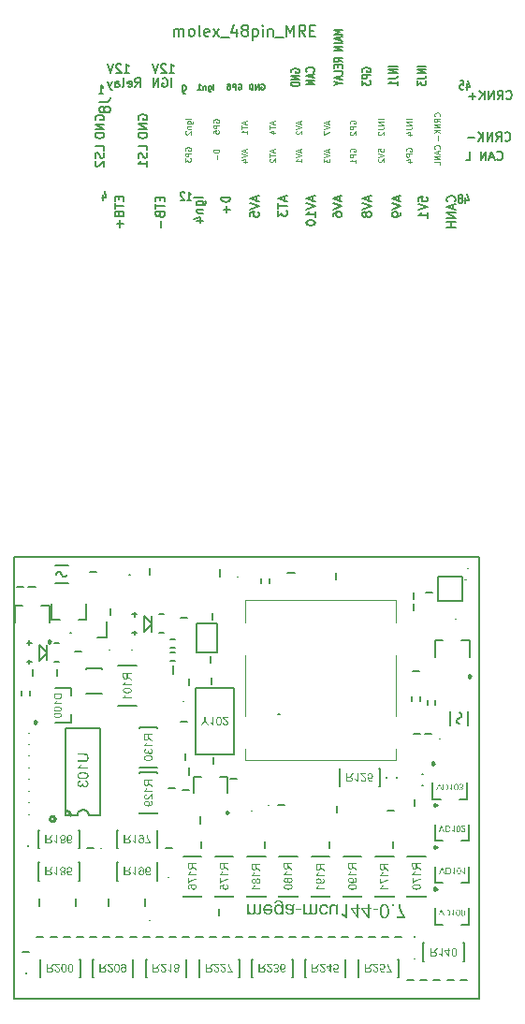
<source format=gbo>
G75*
G70*
%OFA0B0*%
%FSLAX25Y25*%
%IPPOS*%
%LPD*%
%AMOC8*
5,1,8,0,0,1.08239X$1,22.5*
%
%ADD134C,0.00800*%
%ADD26C,0.00512*%
%ADD28C,0.00400*%
%ADD29C,0.00500*%
%ADD30C,0.00394*%
%ADD31C,0.00591*%
%ADD32C,0.00787*%
%ADD95C,0.00984*%
%ADD96C,0.00300*%
%ADD97C,0.00669*%
X0000000Y0000000D02*
%LPD*%
G01*
D31*
X0211836Y0429798D02*
X0211836Y0432423D01*
X0211836Y0432048D02*
X0212024Y0432236D01*
X0212024Y0432236D02*
X0212399Y0432423D01*
X0212399Y0432423D02*
X0212961Y0432423D01*
X0212961Y0432423D02*
X0213336Y0432236D01*
X0213336Y0432236D02*
X0213524Y0431861D01*
X0213524Y0431861D02*
X0213524Y0429798D01*
X0213524Y0431861D02*
X0213711Y0432236D01*
X0213711Y0432236D02*
X0214086Y0432423D01*
X0214086Y0432423D02*
X0214649Y0432423D01*
X0214649Y0432423D02*
X0215024Y0432236D01*
X0215024Y0432236D02*
X0215211Y0431861D01*
X0215211Y0431861D02*
X0215211Y0429798D01*
X0217648Y0429798D02*
X0217273Y0429986D01*
X0217273Y0429986D02*
X0217086Y0430173D01*
X0217086Y0430173D02*
X0216898Y0430548D01*
X0216898Y0430548D02*
X0216898Y0431673D01*
X0216898Y0431673D02*
X0217086Y0432048D01*
X0217086Y0432048D02*
X0217273Y0432236D01*
X0217273Y0432236D02*
X0217648Y0432423D01*
X0217648Y0432423D02*
X0218211Y0432423D01*
X0218211Y0432423D02*
X0218586Y0432236D01*
X0218586Y0432236D02*
X0218773Y0432048D01*
X0218773Y0432048D02*
X0218961Y0431673D01*
X0218961Y0431673D02*
X0218961Y0430548D01*
X0218961Y0430548D02*
X0218773Y0430173D01*
X0218773Y0430173D02*
X0218586Y0429986D01*
X0218586Y0429986D02*
X0218211Y0429798D01*
X0218211Y0429798D02*
X0217648Y0429798D01*
X0221210Y0429798D02*
X0220835Y0429986D01*
X0220835Y0429986D02*
X0220648Y0430361D01*
X0220648Y0430361D02*
X0220648Y0433735D01*
X0224210Y0429986D02*
X0223835Y0429798D01*
X0223835Y0429798D02*
X0223085Y0429798D01*
X0223085Y0429798D02*
X0222710Y0429986D01*
X0222710Y0429986D02*
X0222523Y0430361D01*
X0222523Y0430361D02*
X0222523Y0431861D01*
X0222523Y0431861D02*
X0222710Y0432236D01*
X0222710Y0432236D02*
X0223085Y0432423D01*
X0223085Y0432423D02*
X0223835Y0432423D01*
X0223835Y0432423D02*
X0224210Y0432236D01*
X0224210Y0432236D02*
X0224397Y0431861D01*
X0224397Y0431861D02*
X0224397Y0431486D01*
X0224397Y0431486D02*
X0222523Y0431111D01*
X0225710Y0429798D02*
X0227772Y0432423D01*
X0225710Y0432423D02*
X0227772Y0429798D01*
X0228334Y0429423D02*
X0231334Y0429423D01*
X0233959Y0432423D02*
X0233959Y0429798D01*
X0233021Y0433923D02*
X0232084Y0431111D01*
X0232084Y0431111D02*
X0234521Y0431111D01*
X0236583Y0432048D02*
X0236208Y0432236D01*
X0236208Y0432236D02*
X0236021Y0432423D01*
X0236021Y0432423D02*
X0235833Y0432798D01*
X0235833Y0432798D02*
X0235833Y0432985D01*
X0235833Y0432985D02*
X0236021Y0433360D01*
X0236021Y0433360D02*
X0236208Y0433548D01*
X0236208Y0433548D02*
X0236583Y0433735D01*
X0236583Y0433735D02*
X0237333Y0433735D01*
X0237333Y0433735D02*
X0237708Y0433548D01*
X0237708Y0433548D02*
X0237896Y0433360D01*
X0237896Y0433360D02*
X0238083Y0432985D01*
X0238083Y0432985D02*
X0238083Y0432798D01*
X0238083Y0432798D02*
X0237896Y0432423D01*
X0237896Y0432423D02*
X0237708Y0432236D01*
X0237708Y0432236D02*
X0237333Y0432048D01*
X0237333Y0432048D02*
X0236583Y0432048D01*
X0236583Y0432048D02*
X0236208Y0431861D01*
X0236208Y0431861D02*
X0236021Y0431673D01*
X0236021Y0431673D02*
X0235833Y0431298D01*
X0235833Y0431298D02*
X0235833Y0430548D01*
X0235833Y0430548D02*
X0236021Y0430173D01*
X0236021Y0430173D02*
X0236208Y0429986D01*
X0236208Y0429986D02*
X0236583Y0429798D01*
X0236583Y0429798D02*
X0237333Y0429798D01*
X0237333Y0429798D02*
X0237708Y0429986D01*
X0237708Y0429986D02*
X0237896Y0430173D01*
X0237896Y0430173D02*
X0238083Y0430548D01*
X0238083Y0430548D02*
X0238083Y0431298D01*
X0238083Y0431298D02*
X0237896Y0431673D01*
X0237896Y0431673D02*
X0237708Y0431861D01*
X0237708Y0431861D02*
X0237333Y0432048D01*
X0239770Y0432423D02*
X0239770Y0428486D01*
X0239770Y0432236D02*
X0240145Y0432423D01*
X0240145Y0432423D02*
X0240895Y0432423D01*
X0240895Y0432423D02*
X0241270Y0432236D01*
X0241270Y0432236D02*
X0241458Y0432048D01*
X0241458Y0432048D02*
X0241645Y0431673D01*
X0241645Y0431673D02*
X0241645Y0430548D01*
X0241645Y0430548D02*
X0241458Y0430173D01*
X0241458Y0430173D02*
X0241270Y0429986D01*
X0241270Y0429986D02*
X0240895Y0429798D01*
X0240895Y0429798D02*
X0240145Y0429798D01*
X0240145Y0429798D02*
X0239770Y0429986D01*
X0243333Y0429798D02*
X0243333Y0432423D01*
X0243333Y0433735D02*
X0243145Y0433548D01*
X0243145Y0433548D02*
X0243333Y0433360D01*
X0243333Y0433360D02*
X0243520Y0433548D01*
X0243520Y0433548D02*
X0243333Y0433735D01*
X0243333Y0433735D02*
X0243333Y0433360D01*
X0245207Y0432423D02*
X0245207Y0429798D01*
X0245207Y0432048D02*
X0245395Y0432236D01*
X0245395Y0432236D02*
X0245770Y0432423D01*
X0245770Y0432423D02*
X0246332Y0432423D01*
X0246332Y0432423D02*
X0246707Y0432236D01*
X0246707Y0432236D02*
X0246895Y0431861D01*
X0246895Y0431861D02*
X0246895Y0429798D01*
X0247832Y0429423D02*
X0250832Y0429423D01*
X0251769Y0429798D02*
X0251769Y0433735D01*
X0251769Y0433735D02*
X0253081Y0430923D01*
X0253081Y0430923D02*
X0254394Y0433735D01*
X0254394Y0433735D02*
X0254394Y0429798D01*
X0258518Y0429798D02*
X0257206Y0431673D01*
X0256268Y0429798D02*
X0256268Y0433735D01*
X0256268Y0433735D02*
X0257768Y0433735D01*
X0257768Y0433735D02*
X0258143Y0433548D01*
X0258143Y0433548D02*
X0258331Y0433360D01*
X0258331Y0433360D02*
X0258518Y0432985D01*
X0258518Y0432985D02*
X0258518Y0432423D01*
X0258518Y0432423D02*
X0258331Y0432048D01*
X0258331Y0432048D02*
X0258143Y0431861D01*
X0258143Y0431861D02*
X0257768Y0431673D01*
X0257768Y0431673D02*
X0256268Y0431673D01*
X0260205Y0431861D02*
X0261518Y0431861D01*
X0262080Y0429798D02*
X0260205Y0429798D01*
X0260205Y0429798D02*
X0260205Y0433735D01*
X0260205Y0433735D02*
X0262080Y0433735D01*
D26*
X0315476Y0372384D02*
X0315476Y0370285D01*
X0316038Y0373584D02*
X0316601Y0371334D01*
X0316601Y0371334D02*
X0315138Y0371334D01*
X0313901Y0372084D02*
X0314126Y0372234D01*
X0314126Y0372234D02*
X0314238Y0372384D01*
X0314238Y0372384D02*
X0314351Y0372684D01*
X0314351Y0372684D02*
X0314351Y0372834D01*
X0314351Y0372834D02*
X0314238Y0373134D01*
X0314238Y0373134D02*
X0314126Y0373284D01*
X0314126Y0373284D02*
X0313901Y0373434D01*
X0313901Y0373434D02*
X0313451Y0373434D01*
X0313451Y0373434D02*
X0313226Y0373284D01*
X0313226Y0373284D02*
X0313114Y0373134D01*
X0313114Y0373134D02*
X0313001Y0372834D01*
X0313001Y0372834D02*
X0313001Y0372684D01*
X0313001Y0372684D02*
X0313114Y0372384D01*
X0313114Y0372384D02*
X0313226Y0372234D01*
X0313226Y0372234D02*
X0313451Y0372084D01*
X0313451Y0372084D02*
X0313901Y0372084D01*
X0313901Y0372084D02*
X0314126Y0371934D01*
X0314126Y0371934D02*
X0314238Y0371784D01*
X0314238Y0371784D02*
X0314351Y0371484D01*
X0314351Y0371484D02*
X0314351Y0370884D01*
X0314351Y0370884D02*
X0314238Y0370584D01*
X0314238Y0370584D02*
X0314126Y0370434D01*
X0314126Y0370434D02*
X0313901Y0370285D01*
X0313901Y0370285D02*
X0313451Y0370285D01*
X0313451Y0370285D02*
X0313226Y0370434D01*
X0313226Y0370434D02*
X0313114Y0370584D01*
X0313114Y0370584D02*
X0313001Y0370884D01*
X0313001Y0370884D02*
X0313001Y0371484D01*
X0313001Y0371484D02*
X0313114Y0371784D01*
X0313114Y0371784D02*
X0313226Y0371934D01*
X0313226Y0371934D02*
X0313451Y0372084D01*
X0183732Y0400028D02*
X0183582Y0400328D01*
X0183582Y0400328D02*
X0183582Y0400778D01*
X0183582Y0400778D02*
X0183732Y0401228D01*
X0183732Y0401228D02*
X0184032Y0401528D01*
X0184032Y0401528D02*
X0184332Y0401678D01*
X0184332Y0401678D02*
X0184931Y0401828D01*
X0184931Y0401828D02*
X0185381Y0401828D01*
X0185381Y0401828D02*
X0185981Y0401678D01*
X0185981Y0401678D02*
X0186281Y0401528D01*
X0186281Y0401528D02*
X0186581Y0401228D01*
X0186581Y0401228D02*
X0186731Y0400778D01*
X0186731Y0400778D02*
X0186731Y0400478D01*
X0186731Y0400478D02*
X0186581Y0400028D01*
X0186581Y0400028D02*
X0186431Y0399878D01*
X0186431Y0399878D02*
X0185381Y0399878D01*
X0185381Y0399878D02*
X0185381Y0400478D01*
X0186731Y0398528D02*
X0183582Y0398528D01*
X0183582Y0398528D02*
X0186731Y0396728D01*
X0186731Y0396728D02*
X0183582Y0396728D01*
X0186731Y0395229D02*
X0183582Y0395229D01*
X0183582Y0395229D02*
X0183582Y0394479D01*
X0183582Y0394479D02*
X0183732Y0394029D01*
X0183732Y0394029D02*
X0184032Y0393729D01*
X0184032Y0393729D02*
X0184332Y0393579D01*
X0184332Y0393579D02*
X0184931Y0393429D01*
X0184931Y0393429D02*
X0185381Y0393429D01*
X0185381Y0393429D02*
X0185981Y0393579D01*
X0185981Y0393579D02*
X0186281Y0393729D01*
X0186281Y0393729D02*
X0186581Y0394029D01*
X0186581Y0394029D02*
X0186731Y0394479D01*
X0186731Y0394479D02*
X0186731Y0395229D01*
X0281081Y0372683D02*
X0281081Y0371184D01*
X0281981Y0372983D02*
X0278832Y0371934D01*
X0278832Y0371934D02*
X0281981Y0370884D01*
X0278832Y0370284D02*
X0281981Y0369234D01*
X0281981Y0369234D02*
X0278832Y0368184D01*
X0280181Y0366684D02*
X0280031Y0366984D01*
X0280031Y0366984D02*
X0279882Y0367134D01*
X0279882Y0367134D02*
X0279582Y0367284D01*
X0279582Y0367284D02*
X0279432Y0367284D01*
X0279432Y0367284D02*
X0279132Y0367134D01*
X0279132Y0367134D02*
X0278982Y0366984D01*
X0278982Y0366984D02*
X0278832Y0366684D01*
X0278832Y0366684D02*
X0278832Y0366084D01*
X0278832Y0366084D02*
X0278982Y0365784D01*
X0278982Y0365784D02*
X0279132Y0365634D01*
X0279132Y0365634D02*
X0279432Y0365484D01*
X0279432Y0365484D02*
X0279582Y0365484D01*
X0279582Y0365484D02*
X0279882Y0365634D01*
X0279882Y0365634D02*
X0280031Y0365784D01*
X0280031Y0365784D02*
X0280181Y0366084D01*
X0280181Y0366084D02*
X0280181Y0366684D01*
X0280181Y0366684D02*
X0280331Y0366984D01*
X0280331Y0366984D02*
X0280481Y0367134D01*
X0280481Y0367134D02*
X0280781Y0367284D01*
X0280781Y0367284D02*
X0281381Y0367284D01*
X0281381Y0367284D02*
X0281681Y0367134D01*
X0281681Y0367134D02*
X0281831Y0366984D01*
X0281831Y0366984D02*
X0281981Y0366684D01*
X0281981Y0366684D02*
X0281981Y0366084D01*
X0281981Y0366084D02*
X0281831Y0365784D01*
X0281831Y0365784D02*
X0281681Y0365634D01*
X0281681Y0365634D02*
X0281381Y0365484D01*
X0281381Y0365484D02*
X0280781Y0365484D01*
X0280781Y0365484D02*
X0280481Y0365634D01*
X0280481Y0365634D02*
X0280331Y0365784D01*
X0280331Y0365784D02*
X0280181Y0366084D01*
D28*
X0256634Y0389501D02*
X0256634Y0388548D01*
X0257205Y0389691D02*
X0255205Y0389024D01*
X0255205Y0389024D02*
X0257205Y0388358D01*
X0255205Y0387977D02*
X0257205Y0387310D01*
X0257205Y0387310D02*
X0255205Y0386644D01*
X0257205Y0384929D02*
X0257205Y0386072D01*
X0257205Y0385501D02*
X0255205Y0385501D01*
X0255205Y0385501D02*
X0255491Y0385691D01*
X0255491Y0385691D02*
X0255681Y0385882D01*
X0255681Y0385882D02*
X0255777Y0386072D01*
X0296455Y0400227D02*
X0294455Y0400227D01*
X0296455Y0399274D02*
X0294455Y0399274D01*
X0294455Y0399274D02*
X0296455Y0398132D01*
X0296455Y0398132D02*
X0294455Y0398132D01*
X0294455Y0396608D02*
X0295884Y0396608D01*
X0295884Y0396608D02*
X0296170Y0396703D01*
X0296170Y0396703D02*
X0296360Y0396894D01*
X0296360Y0396894D02*
X0296455Y0397179D01*
X0296455Y0397179D02*
X0296455Y0397370D01*
X0295122Y0394798D02*
X0296455Y0394798D01*
X0294360Y0395274D02*
X0295789Y0395751D01*
X0295789Y0395751D02*
X0295789Y0394513D01*
X0225800Y0399144D02*
X0225705Y0399334D01*
X0225705Y0399334D02*
X0225705Y0399620D01*
X0225705Y0399620D02*
X0225800Y0399905D01*
X0225800Y0399905D02*
X0225991Y0400096D01*
X0225991Y0400096D02*
X0226181Y0400191D01*
X0226181Y0400191D02*
X0226562Y0400286D01*
X0226562Y0400286D02*
X0226848Y0400286D01*
X0226848Y0400286D02*
X0227229Y0400191D01*
X0227229Y0400191D02*
X0227420Y0400096D01*
X0227420Y0400096D02*
X0227610Y0399905D01*
X0227610Y0399905D02*
X0227705Y0399620D01*
X0227705Y0399620D02*
X0227705Y0399429D01*
X0227705Y0399429D02*
X0227610Y0399144D01*
X0227610Y0399144D02*
X0227515Y0399048D01*
X0227515Y0399048D02*
X0226848Y0399048D01*
X0226848Y0399048D02*
X0226848Y0399429D01*
X0227705Y0398191D02*
X0225705Y0398191D01*
X0225705Y0398191D02*
X0225705Y0397429D01*
X0225705Y0397429D02*
X0225800Y0397239D01*
X0225800Y0397239D02*
X0225896Y0397144D01*
X0225896Y0397144D02*
X0226086Y0397048D01*
X0226086Y0397048D02*
X0226372Y0397048D01*
X0226372Y0397048D02*
X0226562Y0397144D01*
X0226562Y0397144D02*
X0226658Y0397239D01*
X0226658Y0397239D02*
X0226753Y0397429D01*
X0226753Y0397429D02*
X0226753Y0398191D01*
X0225705Y0395239D02*
X0225705Y0396191D01*
X0225705Y0396191D02*
X0226658Y0396286D01*
X0226658Y0396286D02*
X0226562Y0396191D01*
X0226562Y0396191D02*
X0226467Y0396001D01*
X0226467Y0396001D02*
X0226467Y0395524D01*
X0226467Y0395524D02*
X0226562Y0395334D01*
X0226562Y0395334D02*
X0226658Y0395239D01*
X0226658Y0395239D02*
X0226848Y0395144D01*
X0226848Y0395144D02*
X0227324Y0395144D01*
X0227324Y0395144D02*
X0227515Y0395239D01*
X0227515Y0395239D02*
X0227610Y0395334D01*
X0227610Y0395334D02*
X0227705Y0395524D01*
X0227705Y0395524D02*
X0227705Y0396001D01*
X0227705Y0396001D02*
X0227610Y0396191D01*
X0227610Y0396191D02*
X0227515Y0396286D01*
D29*
X0225784Y0410816D02*
X0225784Y0412816D01*
X0223975Y0412149D02*
X0223975Y0410530D01*
X0223975Y0410530D02*
X0224070Y0410340D01*
X0224070Y0410340D02*
X0224165Y0410244D01*
X0224165Y0410244D02*
X0224355Y0410149D01*
X0224355Y0410149D02*
X0224641Y0410149D01*
X0224641Y0410149D02*
X0224832Y0410244D01*
X0223975Y0410911D02*
X0224165Y0410816D01*
X0224165Y0410816D02*
X0224546Y0410816D01*
X0224546Y0410816D02*
X0224736Y0410911D01*
X0224736Y0410911D02*
X0224832Y0411006D01*
X0224832Y0411006D02*
X0224927Y0411197D01*
X0224927Y0411197D02*
X0224927Y0411768D01*
X0224927Y0411768D02*
X0224832Y0411959D01*
X0224832Y0411959D02*
X0224736Y0412054D01*
X0224736Y0412054D02*
X0224546Y0412149D01*
X0224546Y0412149D02*
X0224165Y0412149D01*
X0224165Y0412149D02*
X0223975Y0412054D01*
X0223022Y0412149D02*
X0223022Y0410816D01*
X0223022Y0411959D02*
X0222927Y0412054D01*
X0222927Y0412054D02*
X0222736Y0412149D01*
X0222736Y0412149D02*
X0222451Y0412149D01*
X0222451Y0412149D02*
X0222260Y0412054D01*
X0222260Y0412054D02*
X0222165Y0411863D01*
X0222165Y0411863D02*
X0222165Y0410816D01*
X0220165Y0410816D02*
X0221308Y0410816D01*
X0220736Y0410816D02*
X0220736Y0412816D01*
X0220736Y0412816D02*
X0220927Y0412530D01*
X0220927Y0412530D02*
X0221117Y0412340D01*
X0221117Y0412340D02*
X0221308Y0412244D01*
D31*
X0185112Y0406523D02*
X0187924Y0406523D01*
X0187924Y0406523D02*
X0188486Y0406711D01*
X0188486Y0406711D02*
X0188861Y0407086D01*
X0188861Y0407086D02*
X0189049Y0407648D01*
X0189049Y0407648D02*
X0189049Y0408023D01*
X0186799Y0404086D02*
X0186612Y0404461D01*
X0186612Y0404461D02*
X0186424Y0404649D01*
X0186424Y0404649D02*
X0186049Y0404836D01*
X0186049Y0404836D02*
X0185862Y0404836D01*
X0185862Y0404836D02*
X0185487Y0404649D01*
X0185487Y0404649D02*
X0185299Y0404461D01*
X0185299Y0404461D02*
X0185112Y0404086D01*
X0185112Y0404086D02*
X0185112Y0403336D01*
X0185112Y0403336D02*
X0185299Y0402961D01*
X0185299Y0402961D02*
X0185487Y0402774D01*
X0185487Y0402774D02*
X0185862Y0402586D01*
X0185862Y0402586D02*
X0186049Y0402586D01*
X0186049Y0402586D02*
X0186424Y0402774D01*
X0186424Y0402774D02*
X0186612Y0402961D01*
X0186612Y0402961D02*
X0186799Y0403336D01*
X0186799Y0403336D02*
X0186799Y0404086D01*
X0186799Y0404086D02*
X0186987Y0404461D01*
X0186987Y0404461D02*
X0187174Y0404649D01*
X0187174Y0404649D02*
X0187549Y0404836D01*
X0187549Y0404836D02*
X0188299Y0404836D01*
X0188299Y0404836D02*
X0188674Y0404649D01*
X0188674Y0404649D02*
X0188861Y0404461D01*
X0188861Y0404461D02*
X0189049Y0404086D01*
X0189049Y0404086D02*
X0189049Y0403336D01*
X0189049Y0403336D02*
X0188861Y0402961D01*
X0188861Y0402961D02*
X0188674Y0402774D01*
X0188674Y0402774D02*
X0188299Y0402586D01*
X0188299Y0402586D02*
X0187549Y0402586D01*
X0187549Y0402586D02*
X0187174Y0402774D01*
X0187174Y0402774D02*
X0186987Y0402961D01*
X0186987Y0402961D02*
X0186799Y0403336D01*
D26*
X0291581Y0372683D02*
X0291581Y0371184D01*
X0292481Y0372983D02*
X0289332Y0371934D01*
X0289332Y0371934D02*
X0292481Y0370884D01*
X0289332Y0370284D02*
X0292481Y0369234D01*
X0292481Y0369234D02*
X0289332Y0368184D01*
X0292481Y0366984D02*
X0292481Y0366384D01*
X0292481Y0366384D02*
X0292331Y0366084D01*
X0292331Y0366084D02*
X0292181Y0365934D01*
X0292181Y0365934D02*
X0291731Y0365634D01*
X0291731Y0365634D02*
X0291131Y0365484D01*
X0291131Y0365484D02*
X0289932Y0365484D01*
X0289932Y0365484D02*
X0289632Y0365634D01*
X0289632Y0365634D02*
X0289482Y0365784D01*
X0289482Y0365784D02*
X0289332Y0366084D01*
X0289332Y0366084D02*
X0289332Y0366684D01*
X0289332Y0366684D02*
X0289482Y0366984D01*
X0289482Y0366984D02*
X0289632Y0367134D01*
X0289632Y0367134D02*
X0289932Y0367284D01*
X0289932Y0367284D02*
X0290681Y0367284D01*
X0290681Y0367284D02*
X0290981Y0367134D01*
X0290981Y0367134D02*
X0291131Y0366984D01*
X0291131Y0366984D02*
X0291281Y0366684D01*
X0291281Y0366684D02*
X0291281Y0366084D01*
X0291281Y0366084D02*
X0291131Y0365784D01*
X0291131Y0365784D02*
X0290981Y0365634D01*
X0290981Y0365634D02*
X0290681Y0365484D01*
D28*
X0306265Y0401332D02*
X0306360Y0401427D01*
X0306360Y0401427D02*
X0306455Y0401713D01*
X0306455Y0401713D02*
X0306455Y0401903D01*
X0306455Y0401903D02*
X0306360Y0402189D01*
X0306360Y0402189D02*
X0306170Y0402379D01*
X0306170Y0402379D02*
X0305979Y0402474D01*
X0305979Y0402474D02*
X0305598Y0402570D01*
X0305598Y0402570D02*
X0305312Y0402570D01*
X0305312Y0402570D02*
X0304931Y0402474D01*
X0304931Y0402474D02*
X0304741Y0402379D01*
X0304741Y0402379D02*
X0304550Y0402189D01*
X0304550Y0402189D02*
X0304455Y0401903D01*
X0304455Y0401903D02*
X0304455Y0401713D01*
X0304455Y0401713D02*
X0304550Y0401427D01*
X0304550Y0401427D02*
X0304646Y0401332D01*
X0306455Y0399332D02*
X0305503Y0399998D01*
X0306455Y0400474D02*
X0304455Y0400474D01*
X0304455Y0400474D02*
X0304455Y0399713D01*
X0304455Y0399713D02*
X0304550Y0399522D01*
X0304550Y0399522D02*
X0304646Y0399427D01*
X0304646Y0399427D02*
X0304836Y0399332D01*
X0304836Y0399332D02*
X0305122Y0399332D01*
X0305122Y0399332D02*
X0305312Y0399427D01*
X0305312Y0399427D02*
X0305408Y0399522D01*
X0305408Y0399522D02*
X0305503Y0399713D01*
X0305503Y0399713D02*
X0305503Y0400474D01*
X0306455Y0398474D02*
X0304455Y0398474D01*
X0304455Y0398474D02*
X0306455Y0397332D01*
X0306455Y0397332D02*
X0304455Y0397332D01*
X0306455Y0396379D02*
X0304455Y0396379D01*
X0306455Y0395236D02*
X0305312Y0396094D01*
X0304455Y0395236D02*
X0305598Y0396379D01*
X0305693Y0394379D02*
X0305693Y0392855D01*
D26*
X0326800Y0385998D02*
X0326950Y0385848D01*
X0326950Y0385848D02*
X0327400Y0385698D01*
X0327400Y0385698D02*
X0327700Y0385698D01*
X0327700Y0385698D02*
X0328150Y0385848D01*
X0328150Y0385848D02*
X0328450Y0386148D01*
X0328450Y0386148D02*
X0328600Y0386448D01*
X0328600Y0386448D02*
X0328750Y0387048D01*
X0328750Y0387048D02*
X0328750Y0387498D01*
X0328750Y0387498D02*
X0328600Y0388098D01*
X0328600Y0388098D02*
X0328450Y0388398D01*
X0328450Y0388398D02*
X0328150Y0388698D01*
X0328150Y0388698D02*
X0327700Y0388848D01*
X0327700Y0388848D02*
X0327400Y0388848D01*
X0327400Y0388848D02*
X0326950Y0388698D01*
X0326950Y0388698D02*
X0326800Y0388548D01*
X0325600Y0386598D02*
X0324101Y0386598D01*
X0325900Y0385698D02*
X0324850Y0388848D01*
X0324850Y0388848D02*
X0323801Y0385698D01*
X0322751Y0385698D02*
X0322751Y0388848D01*
X0322751Y0388848D02*
X0320951Y0385698D01*
X0320951Y0385698D02*
X0320951Y0388848D01*
X0315552Y0385698D02*
X0317051Y0385698D01*
X0317051Y0385698D02*
X0317051Y0388848D01*
X0291290Y0419121D02*
X0288141Y0419121D01*
X0291290Y0417996D02*
X0288141Y0417996D01*
X0288141Y0417996D02*
X0291290Y0416646D01*
X0291290Y0416646D02*
X0288141Y0416646D01*
X0288141Y0414846D02*
X0290390Y0414846D01*
X0290390Y0414846D02*
X0290840Y0414959D01*
X0290840Y0414959D02*
X0291140Y0415184D01*
X0291140Y0415184D02*
X0291290Y0415521D01*
X0291290Y0415521D02*
X0291290Y0415746D01*
X0291290Y0412484D02*
X0291290Y0413834D01*
X0291290Y0413159D02*
X0288141Y0413159D01*
X0288141Y0413159D02*
X0288591Y0413384D01*
X0288591Y0413384D02*
X0288891Y0413609D01*
X0288891Y0413609D02*
X0289041Y0413834D01*
D29*
X0202132Y0389240D02*
X0202132Y0390740D01*
X0202132Y0390740D02*
X0198982Y0390740D01*
X0201982Y0388340D02*
X0202132Y0387890D01*
X0202132Y0387890D02*
X0202132Y0387140D01*
X0202132Y0387140D02*
X0201982Y0386840D01*
X0201982Y0386840D02*
X0201832Y0386690D01*
X0201832Y0386690D02*
X0201532Y0386540D01*
X0201532Y0386540D02*
X0201232Y0386540D01*
X0201232Y0386540D02*
X0200932Y0386690D01*
X0200932Y0386690D02*
X0200782Y0386840D01*
X0200782Y0386840D02*
X0200632Y0387140D01*
X0200632Y0387140D02*
X0200482Y0387740D01*
X0200482Y0387740D02*
X0200332Y0388040D01*
X0200332Y0388040D02*
X0200182Y0388190D01*
X0200182Y0388190D02*
X0199882Y0388340D01*
X0199882Y0388340D02*
X0199582Y0388340D01*
X0199582Y0388340D02*
X0199282Y0388190D01*
X0199282Y0388190D02*
X0199132Y0388040D01*
X0199132Y0388040D02*
X0198982Y0387740D01*
X0198982Y0387740D02*
X0198982Y0386990D01*
X0198982Y0386990D02*
X0199132Y0386540D01*
X0202132Y0383540D02*
X0202132Y0385340D01*
X0202132Y0384440D02*
X0198982Y0384440D01*
X0198982Y0384440D02*
X0199432Y0384740D01*
X0199432Y0384740D02*
X0199732Y0385040D01*
X0199732Y0385040D02*
X0199882Y0385340D01*
X0234665Y0412720D02*
X0234855Y0412816D01*
X0234855Y0412816D02*
X0235141Y0412816D01*
X0235141Y0412816D02*
X0235427Y0412720D01*
X0235427Y0412720D02*
X0235617Y0412530D01*
X0235617Y0412530D02*
X0235713Y0412340D01*
X0235713Y0412340D02*
X0235808Y0411959D01*
X0235808Y0411959D02*
X0235808Y0411673D01*
X0235808Y0411673D02*
X0235713Y0411292D01*
X0235713Y0411292D02*
X0235617Y0411101D01*
X0235617Y0411101D02*
X0235427Y0410911D01*
X0235427Y0410911D02*
X0235141Y0410816D01*
X0235141Y0410816D02*
X0234951Y0410816D01*
X0234951Y0410816D02*
X0234665Y0410911D01*
X0234665Y0410911D02*
X0234570Y0411006D01*
X0234570Y0411006D02*
X0234570Y0411673D01*
X0234570Y0411673D02*
X0234951Y0411673D01*
X0233713Y0410816D02*
X0233713Y0412816D01*
X0233713Y0412816D02*
X0232951Y0412816D01*
X0232951Y0412816D02*
X0232760Y0412720D01*
X0232760Y0412720D02*
X0232665Y0412625D01*
X0232665Y0412625D02*
X0232570Y0412435D01*
X0232570Y0412435D02*
X0232570Y0412149D01*
X0232570Y0412149D02*
X0232665Y0411959D01*
X0232665Y0411959D02*
X0232760Y0411863D01*
X0232760Y0411863D02*
X0232951Y0411768D01*
X0232951Y0411768D02*
X0233713Y0411768D01*
X0230855Y0412816D02*
X0231236Y0412816D01*
X0231236Y0412816D02*
X0231427Y0412720D01*
X0231427Y0412720D02*
X0231522Y0412625D01*
X0231522Y0412625D02*
X0231713Y0412340D01*
X0231713Y0412340D02*
X0231808Y0411959D01*
X0231808Y0411959D02*
X0231808Y0411197D01*
X0231808Y0411197D02*
X0231713Y0411006D01*
X0231713Y0411006D02*
X0231617Y0410911D01*
X0231617Y0410911D02*
X0231427Y0410816D01*
X0231427Y0410816D02*
X0231046Y0410816D01*
X0231046Y0410816D02*
X0230855Y0410911D01*
X0230855Y0410911D02*
X0230760Y0411006D01*
X0230760Y0411006D02*
X0230665Y0411197D01*
X0230665Y0411197D02*
X0230665Y0411673D01*
X0230665Y0411673D02*
X0230760Y0411863D01*
X0230760Y0411863D02*
X0230855Y0411959D01*
X0230855Y0411959D02*
X0231046Y0412054D01*
X0231046Y0412054D02*
X0231427Y0412054D01*
X0231427Y0412054D02*
X0231617Y0411959D01*
X0231617Y0411959D02*
X0231713Y0411863D01*
X0231713Y0411863D02*
X0231808Y0411673D01*
D28*
X0284455Y0388798D02*
X0284455Y0389751D01*
X0284455Y0389751D02*
X0285408Y0389846D01*
X0285408Y0389846D02*
X0285312Y0389751D01*
X0285312Y0389751D02*
X0285217Y0389560D01*
X0285217Y0389560D02*
X0285217Y0389084D01*
X0285217Y0389084D02*
X0285312Y0388894D01*
X0285312Y0388894D02*
X0285408Y0388798D01*
X0285408Y0388798D02*
X0285598Y0388703D01*
X0285598Y0388703D02*
X0286074Y0388703D01*
X0286074Y0388703D02*
X0286265Y0388798D01*
X0286265Y0388798D02*
X0286360Y0388894D01*
X0286360Y0388894D02*
X0286455Y0389084D01*
X0286455Y0389084D02*
X0286455Y0389560D01*
X0286455Y0389560D02*
X0286360Y0389751D01*
X0286360Y0389751D02*
X0286265Y0389846D01*
X0284455Y0388132D02*
X0286455Y0387465D01*
X0286455Y0387465D02*
X0284455Y0386798D01*
X0284646Y0386227D02*
X0284550Y0386132D01*
X0284550Y0386132D02*
X0284455Y0385941D01*
X0284455Y0385941D02*
X0284455Y0385465D01*
X0284455Y0385465D02*
X0284550Y0385274D01*
X0284550Y0385274D02*
X0284646Y0385179D01*
X0284646Y0385179D02*
X0284836Y0385084D01*
X0284836Y0385084D02*
X0285027Y0385084D01*
X0285027Y0385084D02*
X0285312Y0385179D01*
X0285312Y0385179D02*
X0286455Y0386322D01*
X0286455Y0386322D02*
X0286455Y0385084D01*
D26*
X0251081Y0372683D02*
X0251081Y0371184D01*
X0251981Y0372983D02*
X0248832Y0371934D01*
X0248832Y0371934D02*
X0251981Y0370884D01*
X0248832Y0370284D02*
X0248832Y0368484D01*
X0251981Y0369384D02*
X0248832Y0369384D01*
X0248832Y0367734D02*
X0248832Y0365784D01*
X0248832Y0365784D02*
X0250031Y0366834D01*
X0250031Y0366834D02*
X0250031Y0366384D01*
X0250031Y0366384D02*
X0250181Y0366084D01*
X0250181Y0366084D02*
X0250331Y0365934D01*
X0250331Y0365934D02*
X0250631Y0365784D01*
X0250631Y0365784D02*
X0251381Y0365784D01*
X0251381Y0365784D02*
X0251681Y0365934D01*
X0251681Y0365934D02*
X0251831Y0366084D01*
X0251831Y0366084D02*
X0251981Y0366384D01*
X0251981Y0366384D02*
X0251981Y0367284D01*
X0251981Y0367284D02*
X0251831Y0367584D01*
X0251831Y0367584D02*
X0251681Y0367734D01*
X0209937Y0416820D02*
X0211736Y0416820D01*
X0210837Y0416820D02*
X0210837Y0419969D01*
X0210837Y0419969D02*
X0211137Y0419520D01*
X0211137Y0419520D02*
X0211437Y0419220D01*
X0211437Y0419220D02*
X0211736Y0419070D01*
X0208737Y0419670D02*
X0208587Y0419819D01*
X0208587Y0419819D02*
X0208287Y0419969D01*
X0208287Y0419969D02*
X0207537Y0419969D01*
X0207537Y0419969D02*
X0207237Y0419819D01*
X0207237Y0419819D02*
X0207087Y0419670D01*
X0207087Y0419670D02*
X0206937Y0419370D01*
X0206937Y0419370D02*
X0206937Y0419070D01*
X0206937Y0419070D02*
X0207087Y0418620D01*
X0207087Y0418620D02*
X0208887Y0416820D01*
X0208887Y0416820D02*
X0206937Y0416820D01*
X0206037Y0419969D02*
X0204987Y0416820D01*
X0204987Y0416820D02*
X0203937Y0419969D01*
X0210837Y0411749D02*
X0210837Y0414899D01*
X0207687Y0414749D02*
X0207987Y0414899D01*
X0207987Y0414899D02*
X0208437Y0414899D01*
X0208437Y0414899D02*
X0208887Y0414749D01*
X0208887Y0414749D02*
X0209187Y0414449D01*
X0209187Y0414449D02*
X0209337Y0414149D01*
X0209337Y0414149D02*
X0209487Y0413549D01*
X0209487Y0413549D02*
X0209487Y0413099D01*
X0209487Y0413099D02*
X0209337Y0412499D01*
X0209337Y0412499D02*
X0209187Y0412199D01*
X0209187Y0412199D02*
X0208887Y0411899D01*
X0208887Y0411899D02*
X0208437Y0411749D01*
X0208437Y0411749D02*
X0208137Y0411749D01*
X0208137Y0411749D02*
X0207687Y0411899D01*
X0207687Y0411899D02*
X0207537Y0412049D01*
X0207537Y0412049D02*
X0207537Y0413099D01*
X0207537Y0413099D02*
X0208137Y0413099D01*
X0206187Y0411749D02*
X0206187Y0414899D01*
X0206187Y0414899D02*
X0204387Y0411749D01*
X0204387Y0411749D02*
X0204387Y0414899D01*
X0315976Y0412884D02*
X0315976Y0410785D01*
X0316538Y0414084D02*
X0317101Y0411834D01*
X0317101Y0411834D02*
X0315638Y0411834D01*
X0313614Y0413934D02*
X0314738Y0413934D01*
X0314738Y0413934D02*
X0314851Y0412434D01*
X0314851Y0412434D02*
X0314738Y0412584D01*
X0314738Y0412584D02*
X0314513Y0412734D01*
X0314513Y0412734D02*
X0313951Y0412734D01*
X0313951Y0412734D02*
X0313726Y0412584D01*
X0313726Y0412584D02*
X0313614Y0412434D01*
X0313614Y0412434D02*
X0313501Y0412134D01*
X0313501Y0412134D02*
X0313501Y0411384D01*
X0313501Y0411384D02*
X0313614Y0411084D01*
X0313614Y0411084D02*
X0313726Y0410934D01*
X0313726Y0410934D02*
X0313951Y0410785D01*
X0313951Y0410785D02*
X0314513Y0410785D01*
X0314513Y0410785D02*
X0314738Y0410934D01*
X0314738Y0410934D02*
X0314851Y0411084D01*
D28*
X0215800Y0389144D02*
X0215705Y0389334D01*
X0215705Y0389334D02*
X0215705Y0389620D01*
X0215705Y0389620D02*
X0215800Y0389905D01*
X0215800Y0389905D02*
X0215991Y0390096D01*
X0215991Y0390096D02*
X0216181Y0390191D01*
X0216181Y0390191D02*
X0216562Y0390286D01*
X0216562Y0390286D02*
X0216848Y0390286D01*
X0216848Y0390286D02*
X0217229Y0390191D01*
X0217229Y0390191D02*
X0217420Y0390096D01*
X0217420Y0390096D02*
X0217610Y0389905D01*
X0217610Y0389905D02*
X0217705Y0389620D01*
X0217705Y0389620D02*
X0217705Y0389429D01*
X0217705Y0389429D02*
X0217610Y0389144D01*
X0217610Y0389144D02*
X0217515Y0389048D01*
X0217515Y0389048D02*
X0216848Y0389048D01*
X0216848Y0389048D02*
X0216848Y0389429D01*
X0217705Y0388191D02*
X0215705Y0388191D01*
X0215705Y0388191D02*
X0215705Y0387429D01*
X0215705Y0387429D02*
X0215800Y0387239D01*
X0215800Y0387239D02*
X0215896Y0387144D01*
X0215896Y0387144D02*
X0216086Y0387048D01*
X0216086Y0387048D02*
X0216372Y0387048D01*
X0216372Y0387048D02*
X0216562Y0387144D01*
X0216562Y0387144D02*
X0216658Y0387239D01*
X0216658Y0387239D02*
X0216753Y0387429D01*
X0216753Y0387429D02*
X0216753Y0388191D01*
X0215705Y0386382D02*
X0215705Y0385144D01*
X0215705Y0385144D02*
X0216467Y0385810D01*
X0216467Y0385810D02*
X0216467Y0385524D01*
X0216467Y0385524D02*
X0216562Y0385334D01*
X0216562Y0385334D02*
X0216658Y0385239D01*
X0216658Y0385239D02*
X0216848Y0385144D01*
X0216848Y0385144D02*
X0217324Y0385144D01*
X0217324Y0385144D02*
X0217515Y0385239D01*
X0217515Y0385239D02*
X0217610Y0385334D01*
X0217610Y0385334D02*
X0217705Y0385524D01*
X0217705Y0385524D02*
X0217705Y0386096D01*
X0217705Y0386096D02*
X0217610Y0386286D01*
X0217610Y0386286D02*
X0217515Y0386382D01*
X0237134Y0399405D02*
X0237134Y0398453D01*
X0237705Y0399596D02*
X0235705Y0398929D01*
X0235705Y0398929D02*
X0237705Y0398263D01*
X0235705Y0397882D02*
X0235705Y0396739D01*
X0237705Y0397310D02*
X0235705Y0397310D01*
X0237705Y0395024D02*
X0237705Y0396167D01*
X0237705Y0395596D02*
X0235705Y0395596D01*
X0235705Y0395596D02*
X0235991Y0395786D01*
X0235991Y0395786D02*
X0236181Y0395977D01*
X0236181Y0395977D02*
X0236277Y0396167D01*
X0294550Y0388894D02*
X0294455Y0389084D01*
X0294455Y0389084D02*
X0294455Y0389370D01*
X0294455Y0389370D02*
X0294550Y0389655D01*
X0294550Y0389655D02*
X0294741Y0389846D01*
X0294741Y0389846D02*
X0294931Y0389941D01*
X0294931Y0389941D02*
X0295312Y0390036D01*
X0295312Y0390036D02*
X0295598Y0390036D01*
X0295598Y0390036D02*
X0295979Y0389941D01*
X0295979Y0389941D02*
X0296170Y0389846D01*
X0296170Y0389846D02*
X0296360Y0389655D01*
X0296360Y0389655D02*
X0296455Y0389370D01*
X0296455Y0389370D02*
X0296455Y0389179D01*
X0296455Y0389179D02*
X0296360Y0388894D01*
X0296360Y0388894D02*
X0296265Y0388798D01*
X0296265Y0388798D02*
X0295598Y0388798D01*
X0295598Y0388798D02*
X0295598Y0389179D01*
X0296455Y0387941D02*
X0294455Y0387941D01*
X0294455Y0387941D02*
X0294455Y0387179D01*
X0294455Y0387179D02*
X0294550Y0386989D01*
X0294550Y0386989D02*
X0294646Y0386894D01*
X0294646Y0386894D02*
X0294836Y0386798D01*
X0294836Y0386798D02*
X0295122Y0386798D01*
X0295122Y0386798D02*
X0295312Y0386894D01*
X0295312Y0386894D02*
X0295408Y0386989D01*
X0295408Y0386989D02*
X0295503Y0387179D01*
X0295503Y0387179D02*
X0295503Y0387941D01*
X0295122Y0385084D02*
X0296455Y0385084D01*
X0294360Y0385560D02*
X0295789Y0386036D01*
X0295789Y0386036D02*
X0295789Y0384798D01*
D26*
X0261490Y0417208D02*
X0261640Y0417321D01*
X0261640Y0417321D02*
X0261790Y0417658D01*
X0261790Y0417658D02*
X0261790Y0417883D01*
X0261790Y0417883D02*
X0261640Y0418221D01*
X0261640Y0418221D02*
X0261340Y0418446D01*
X0261340Y0418446D02*
X0261040Y0418558D01*
X0261040Y0418558D02*
X0260440Y0418671D01*
X0260440Y0418671D02*
X0259991Y0418671D01*
X0259991Y0418671D02*
X0259391Y0418558D01*
X0259391Y0418558D02*
X0259091Y0418446D01*
X0259091Y0418446D02*
X0258791Y0418221D01*
X0258791Y0418221D02*
X0258641Y0417883D01*
X0258641Y0417883D02*
X0258641Y0417658D01*
X0258641Y0417658D02*
X0258791Y0417321D01*
X0258791Y0417321D02*
X0258941Y0417208D01*
X0260890Y0416308D02*
X0260890Y0415184D01*
X0261790Y0416533D02*
X0258641Y0415746D01*
X0258641Y0415746D02*
X0261790Y0414959D01*
X0261790Y0414171D02*
X0258641Y0414171D01*
X0258641Y0414171D02*
X0260890Y0413384D01*
X0260890Y0413384D02*
X0258641Y0412596D01*
X0258641Y0412596D02*
X0261790Y0412596D01*
X0206581Y0372533D02*
X0206581Y0371484D01*
X0208231Y0371034D02*
X0208231Y0372533D01*
X0208231Y0372533D02*
X0205082Y0372533D01*
X0205082Y0372533D02*
X0205082Y0371034D01*
X0205082Y0370134D02*
X0205082Y0368334D01*
X0208231Y0369234D02*
X0205082Y0369234D01*
X0206581Y0366234D02*
X0206731Y0365784D01*
X0206731Y0365784D02*
X0206881Y0365634D01*
X0206881Y0365634D02*
X0207181Y0365484D01*
X0207181Y0365484D02*
X0207631Y0365484D01*
X0207631Y0365484D02*
X0207931Y0365634D01*
X0207931Y0365634D02*
X0208081Y0365784D01*
X0208081Y0365784D02*
X0208231Y0366084D01*
X0208231Y0366084D02*
X0208231Y0367284D01*
X0208231Y0367284D02*
X0205082Y0367284D01*
X0205082Y0367284D02*
X0205082Y0366234D01*
X0205082Y0366234D02*
X0205232Y0365934D01*
X0205232Y0365934D02*
X0205382Y0365784D01*
X0205382Y0365784D02*
X0205682Y0365634D01*
X0205682Y0365634D02*
X0205982Y0365634D01*
X0205982Y0365634D02*
X0206281Y0365784D01*
X0206281Y0365784D02*
X0206431Y0365934D01*
X0206431Y0365934D02*
X0206581Y0366234D01*
X0206581Y0366234D02*
X0206581Y0367284D01*
X0207031Y0364135D02*
X0207031Y0361735D01*
D28*
X0286455Y0400227D02*
X0284455Y0400227D01*
X0286455Y0399274D02*
X0284455Y0399274D01*
X0284455Y0399274D02*
X0286455Y0398132D01*
X0286455Y0398132D02*
X0284455Y0398132D01*
X0284455Y0396608D02*
X0285884Y0396608D01*
X0285884Y0396608D02*
X0286170Y0396703D01*
X0286170Y0396703D02*
X0286360Y0396894D01*
X0286360Y0396894D02*
X0286455Y0397179D01*
X0286455Y0397179D02*
X0286455Y0397370D01*
X0284646Y0395751D02*
X0284550Y0395655D01*
X0284550Y0395655D02*
X0284455Y0395465D01*
X0284455Y0395465D02*
X0284455Y0394989D01*
X0284455Y0394989D02*
X0284550Y0394798D01*
X0284550Y0394798D02*
X0284646Y0394703D01*
X0284646Y0394703D02*
X0284836Y0394608D01*
X0284836Y0394608D02*
X0285027Y0394608D01*
X0285027Y0394608D02*
X0285312Y0394703D01*
X0285312Y0394703D02*
X0286455Y0395846D01*
X0286455Y0395846D02*
X0286455Y0394608D01*
D26*
X0186731Y0389153D02*
X0186731Y0390653D01*
X0186731Y0390653D02*
X0183582Y0390653D01*
X0186581Y0388253D02*
X0186731Y0387803D01*
X0186731Y0387803D02*
X0186731Y0387053D01*
X0186731Y0387053D02*
X0186581Y0386753D01*
X0186581Y0386753D02*
X0186431Y0386603D01*
X0186431Y0386603D02*
X0186131Y0386453D01*
X0186131Y0386453D02*
X0185831Y0386453D01*
X0185831Y0386453D02*
X0185531Y0386603D01*
X0185531Y0386603D02*
X0185381Y0386753D01*
X0185381Y0386753D02*
X0185231Y0387053D01*
X0185231Y0387053D02*
X0185081Y0387653D01*
X0185081Y0387653D02*
X0184931Y0387953D01*
X0184931Y0387953D02*
X0184781Y0388103D01*
X0184781Y0388103D02*
X0184482Y0388253D01*
X0184482Y0388253D02*
X0184182Y0388253D01*
X0184182Y0388253D02*
X0183882Y0388103D01*
X0183882Y0388103D02*
X0183732Y0387953D01*
X0183732Y0387953D02*
X0183582Y0387653D01*
X0183582Y0387653D02*
X0183582Y0386903D01*
X0183582Y0386903D02*
X0183732Y0386453D01*
X0183882Y0385254D02*
X0183732Y0385104D01*
X0183732Y0385104D02*
X0183582Y0384804D01*
X0183582Y0384804D02*
X0183582Y0384054D01*
X0183582Y0384054D02*
X0183732Y0383754D01*
X0183732Y0383754D02*
X0183882Y0383604D01*
X0183882Y0383604D02*
X0184182Y0383454D01*
X0184182Y0383454D02*
X0184482Y0383454D01*
X0184482Y0383454D02*
X0184931Y0383604D01*
X0184931Y0383604D02*
X0186731Y0385404D01*
X0186731Y0385404D02*
X0186731Y0383454D01*
X0241081Y0372683D02*
X0241081Y0371184D01*
X0241981Y0372983D02*
X0238832Y0371934D01*
X0238832Y0371934D02*
X0241981Y0370884D01*
X0238832Y0370284D02*
X0241981Y0369234D01*
X0241981Y0369234D02*
X0238832Y0368184D01*
X0238832Y0365634D02*
X0238832Y0367134D01*
X0238832Y0367134D02*
X0240331Y0367284D01*
X0240331Y0367284D02*
X0240181Y0367134D01*
X0240181Y0367134D02*
X0240031Y0366834D01*
X0240031Y0366834D02*
X0240031Y0366084D01*
X0240031Y0366084D02*
X0240181Y0365784D01*
X0240181Y0365784D02*
X0240331Y0365634D01*
X0240331Y0365634D02*
X0240631Y0365484D01*
X0240631Y0365484D02*
X0241381Y0365484D01*
X0241381Y0365484D02*
X0241681Y0365634D01*
X0241681Y0365634D02*
X0241831Y0365784D01*
X0241831Y0365784D02*
X0241981Y0366084D01*
X0241981Y0366084D02*
X0241981Y0366834D01*
X0241981Y0366834D02*
X0241831Y0367134D01*
X0241831Y0367134D02*
X0241681Y0367284D01*
D28*
X0266634Y0389501D02*
X0266634Y0388548D01*
X0267205Y0389691D02*
X0265205Y0389024D01*
X0265205Y0389024D02*
X0267205Y0388358D01*
X0265205Y0387977D02*
X0267205Y0387310D01*
X0267205Y0387310D02*
X0265205Y0386644D01*
X0265205Y0386167D02*
X0265205Y0384929D01*
X0265205Y0384929D02*
X0265967Y0385596D01*
X0265967Y0385596D02*
X0265967Y0385310D01*
X0265967Y0385310D02*
X0266062Y0385120D01*
X0266062Y0385120D02*
X0266158Y0385024D01*
X0266158Y0385024D02*
X0266348Y0384929D01*
X0266348Y0384929D02*
X0266824Y0384929D01*
X0266824Y0384929D02*
X0267015Y0385024D01*
X0267015Y0385024D02*
X0267110Y0385120D01*
X0267110Y0385120D02*
X0267205Y0385310D01*
X0267205Y0385310D02*
X0267205Y0385882D01*
X0267205Y0385882D02*
X0267110Y0386072D01*
X0267110Y0386072D02*
X0267015Y0386167D01*
D26*
X0330075Y0407584D02*
X0330225Y0407434D01*
X0330225Y0407434D02*
X0330675Y0407285D01*
X0330675Y0407285D02*
X0330975Y0407285D01*
X0330975Y0407285D02*
X0331425Y0407434D01*
X0331425Y0407434D02*
X0331725Y0407734D01*
X0331725Y0407734D02*
X0331875Y0408034D01*
X0331875Y0408034D02*
X0332025Y0408634D01*
X0332025Y0408634D02*
X0332025Y0409084D01*
X0332025Y0409084D02*
X0331875Y0409684D01*
X0331875Y0409684D02*
X0331725Y0409984D01*
X0331725Y0409984D02*
X0331425Y0410284D01*
X0331425Y0410284D02*
X0330975Y0410434D01*
X0330975Y0410434D02*
X0330675Y0410434D01*
X0330675Y0410434D02*
X0330225Y0410284D01*
X0330225Y0410284D02*
X0330075Y0410134D01*
X0326925Y0407285D02*
X0327975Y0408784D01*
X0328725Y0407285D02*
X0328725Y0410434D01*
X0328725Y0410434D02*
X0327525Y0410434D01*
X0327525Y0410434D02*
X0327225Y0410284D01*
X0327225Y0410284D02*
X0327075Y0410134D01*
X0327075Y0410134D02*
X0326925Y0409834D01*
X0326925Y0409834D02*
X0326925Y0409384D01*
X0326925Y0409384D02*
X0327075Y0409084D01*
X0327075Y0409084D02*
X0327225Y0408934D01*
X0327225Y0408934D02*
X0327525Y0408784D01*
X0327525Y0408784D02*
X0328725Y0408784D01*
X0325576Y0407285D02*
X0325576Y0410434D01*
X0325576Y0410434D02*
X0323776Y0407285D01*
X0323776Y0407285D02*
X0323776Y0410434D01*
X0322276Y0407285D02*
X0322276Y0410434D01*
X0320476Y0407285D02*
X0321826Y0409084D01*
X0320476Y0410434D02*
X0322276Y0408634D01*
X0319126Y0408484D02*
X0316727Y0408484D01*
X0317927Y0407285D02*
X0317927Y0409684D01*
X0270581Y0372683D02*
X0270581Y0371184D01*
X0271481Y0372983D02*
X0268332Y0371934D01*
X0268332Y0371934D02*
X0271481Y0370884D01*
X0268332Y0370284D02*
X0271481Y0369234D01*
X0271481Y0369234D02*
X0268332Y0368184D01*
X0268332Y0365784D02*
X0268332Y0366384D01*
X0268332Y0366384D02*
X0268482Y0366684D01*
X0268482Y0366684D02*
X0268632Y0366834D01*
X0268632Y0366834D02*
X0269082Y0367134D01*
X0269082Y0367134D02*
X0269681Y0367284D01*
X0269681Y0367284D02*
X0270881Y0367284D01*
X0270881Y0367284D02*
X0271181Y0367134D01*
X0271181Y0367134D02*
X0271331Y0366984D01*
X0271331Y0366984D02*
X0271481Y0366684D01*
X0271481Y0366684D02*
X0271481Y0366084D01*
X0271481Y0366084D02*
X0271331Y0365784D01*
X0271331Y0365784D02*
X0271181Y0365634D01*
X0271181Y0365634D02*
X0270881Y0365484D01*
X0270881Y0365484D02*
X0270131Y0365484D01*
X0270131Y0365484D02*
X0269831Y0365634D01*
X0269831Y0365634D02*
X0269681Y0365784D01*
X0269681Y0365784D02*
X0269531Y0366084D01*
X0269531Y0366084D02*
X0269531Y0366684D01*
X0269531Y0366684D02*
X0269681Y0366984D01*
X0269681Y0366984D02*
X0269831Y0367134D01*
X0269831Y0367134D02*
X0270131Y0367284D01*
D28*
X0256634Y0399501D02*
X0256634Y0398548D01*
X0257205Y0399691D02*
X0255205Y0399024D01*
X0255205Y0399024D02*
X0257205Y0398358D01*
X0255205Y0397977D02*
X0257205Y0397310D01*
X0257205Y0397310D02*
X0255205Y0396644D01*
X0255396Y0396072D02*
X0255300Y0395977D01*
X0255300Y0395977D02*
X0255205Y0395786D01*
X0255205Y0395786D02*
X0255205Y0395310D01*
X0255205Y0395310D02*
X0255300Y0395120D01*
X0255300Y0395120D02*
X0255396Y0395024D01*
X0255396Y0395024D02*
X0255586Y0394929D01*
X0255586Y0394929D02*
X0255777Y0394929D01*
X0255777Y0394929D02*
X0256062Y0395024D01*
X0256062Y0395024D02*
X0257205Y0396167D01*
X0257205Y0396167D02*
X0257205Y0394929D01*
D26*
X0311681Y0370934D02*
X0311831Y0371084D01*
X0311831Y0371084D02*
X0311981Y0371534D01*
X0311981Y0371534D02*
X0311981Y0371834D01*
X0311981Y0371834D02*
X0311831Y0372284D01*
X0311831Y0372284D02*
X0311531Y0372584D01*
X0311531Y0372584D02*
X0311231Y0372733D01*
X0311231Y0372733D02*
X0310631Y0372883D01*
X0310631Y0372883D02*
X0310181Y0372883D01*
X0310181Y0372883D02*
X0309582Y0372733D01*
X0309582Y0372733D02*
X0309282Y0372584D01*
X0309282Y0372584D02*
X0308982Y0372284D01*
X0308982Y0372284D02*
X0308832Y0371834D01*
X0308832Y0371834D02*
X0308832Y0371534D01*
X0308832Y0371534D02*
X0308982Y0371084D01*
X0308982Y0371084D02*
X0309132Y0370934D01*
X0311081Y0369734D02*
X0311081Y0368234D01*
X0311981Y0370034D02*
X0308832Y0368984D01*
X0308832Y0368984D02*
X0311981Y0367934D01*
X0311981Y0366884D02*
X0308832Y0366884D01*
X0308832Y0366884D02*
X0311981Y0365084D01*
X0311981Y0365084D02*
X0308832Y0365084D01*
X0311981Y0363585D02*
X0308832Y0363585D01*
X0310331Y0363585D02*
X0310331Y0361785D01*
X0311981Y0361785D02*
X0308832Y0361785D01*
D28*
X0274550Y0398644D02*
X0274455Y0398834D01*
X0274455Y0398834D02*
X0274455Y0399120D01*
X0274455Y0399120D02*
X0274550Y0399405D01*
X0274550Y0399405D02*
X0274741Y0399596D01*
X0274741Y0399596D02*
X0274931Y0399691D01*
X0274931Y0399691D02*
X0275312Y0399786D01*
X0275312Y0399786D02*
X0275598Y0399786D01*
X0275598Y0399786D02*
X0275979Y0399691D01*
X0275979Y0399691D02*
X0276170Y0399596D01*
X0276170Y0399596D02*
X0276360Y0399405D01*
X0276360Y0399405D02*
X0276455Y0399120D01*
X0276455Y0399120D02*
X0276455Y0398929D01*
X0276455Y0398929D02*
X0276360Y0398644D01*
X0276360Y0398644D02*
X0276265Y0398548D01*
X0276265Y0398548D02*
X0275598Y0398548D01*
X0275598Y0398548D02*
X0275598Y0398929D01*
X0276455Y0397691D02*
X0274455Y0397691D01*
X0274455Y0397691D02*
X0274455Y0396929D01*
X0274455Y0396929D02*
X0274550Y0396739D01*
X0274550Y0396739D02*
X0274646Y0396644D01*
X0274646Y0396644D02*
X0274836Y0396548D01*
X0274836Y0396548D02*
X0275122Y0396548D01*
X0275122Y0396548D02*
X0275312Y0396644D01*
X0275312Y0396644D02*
X0275408Y0396739D01*
X0275408Y0396739D02*
X0275503Y0396929D01*
X0275503Y0396929D02*
X0275503Y0397691D01*
X0274646Y0395786D02*
X0274550Y0395691D01*
X0274550Y0395691D02*
X0274455Y0395501D01*
X0274455Y0395501D02*
X0274455Y0395024D01*
X0274455Y0395024D02*
X0274550Y0394834D01*
X0274550Y0394834D02*
X0274646Y0394739D01*
X0274646Y0394739D02*
X0274836Y0394644D01*
X0274836Y0394644D02*
X0275027Y0394644D01*
X0275027Y0394644D02*
X0275312Y0394739D01*
X0275312Y0394739D02*
X0276455Y0395882D01*
X0276455Y0395882D02*
X0276455Y0394644D01*
D26*
X0271731Y0432056D02*
X0268582Y0432056D01*
X0268582Y0432056D02*
X0270831Y0431269D01*
X0270831Y0431269D02*
X0268582Y0430482D01*
X0268582Y0430482D02*
X0271731Y0430482D01*
X0270831Y0429469D02*
X0270831Y0428344D01*
X0271731Y0429694D02*
X0268582Y0428907D01*
X0268582Y0428907D02*
X0271731Y0428119D01*
X0271731Y0427332D02*
X0268582Y0427332D01*
X0271731Y0426207D02*
X0268582Y0426207D01*
X0268582Y0426207D02*
X0271731Y0424857D01*
X0271731Y0424857D02*
X0268582Y0424857D01*
X0271731Y0420583D02*
X0270231Y0421370D01*
X0271731Y0421933D02*
X0268582Y0421933D01*
X0268582Y0421933D02*
X0268582Y0421033D01*
X0268582Y0421033D02*
X0268732Y0420808D01*
X0268732Y0420808D02*
X0268882Y0420695D01*
X0268882Y0420695D02*
X0269182Y0420583D01*
X0269182Y0420583D02*
X0269632Y0420583D01*
X0269632Y0420583D02*
X0269931Y0420695D01*
X0269931Y0420695D02*
X0270081Y0420808D01*
X0270081Y0420808D02*
X0270231Y0421033D01*
X0270231Y0421033D02*
X0270231Y0421933D01*
X0270081Y0419571D02*
X0270081Y0418783D01*
X0271731Y0418446D02*
X0271731Y0419571D01*
X0271731Y0419571D02*
X0268582Y0419571D01*
X0268582Y0419571D02*
X0268582Y0418446D01*
X0271731Y0416308D02*
X0271731Y0417433D01*
X0271731Y0417433D02*
X0268582Y0417433D01*
X0270831Y0415634D02*
X0270831Y0414509D01*
X0271731Y0415858D02*
X0268582Y0415071D01*
X0268582Y0415071D02*
X0271731Y0414284D01*
X0270231Y0413046D02*
X0271731Y0413046D01*
X0268582Y0413834D02*
X0270231Y0413046D01*
X0270231Y0413046D02*
X0268582Y0412259D01*
D28*
X0217705Y0400477D02*
X0215705Y0400477D01*
X0216372Y0398667D02*
X0217991Y0398667D01*
X0217991Y0398667D02*
X0218181Y0398763D01*
X0218181Y0398763D02*
X0218277Y0398858D01*
X0218277Y0398858D02*
X0218372Y0399048D01*
X0218372Y0399048D02*
X0218372Y0399334D01*
X0218372Y0399334D02*
X0218277Y0399524D01*
X0217610Y0398667D02*
X0217705Y0398858D01*
X0217705Y0398858D02*
X0217705Y0399239D01*
X0217705Y0399239D02*
X0217610Y0399429D01*
X0217610Y0399429D02*
X0217515Y0399524D01*
X0217515Y0399524D02*
X0217324Y0399620D01*
X0217324Y0399620D02*
X0216753Y0399620D01*
X0216753Y0399620D02*
X0216562Y0399524D01*
X0216562Y0399524D02*
X0216467Y0399429D01*
X0216467Y0399429D02*
X0216372Y0399239D01*
X0216372Y0399239D02*
X0216372Y0398858D01*
X0216372Y0398858D02*
X0216467Y0398667D01*
X0216372Y0397715D02*
X0217705Y0397715D01*
X0216562Y0397715D02*
X0216467Y0397620D01*
X0216467Y0397620D02*
X0216372Y0397429D01*
X0216372Y0397429D02*
X0216372Y0397144D01*
X0216372Y0397144D02*
X0216467Y0396953D01*
X0216467Y0396953D02*
X0216658Y0396858D01*
X0216658Y0396858D02*
X0217705Y0396858D01*
X0215896Y0396001D02*
X0215800Y0395905D01*
X0215800Y0395905D02*
X0215705Y0395715D01*
X0215705Y0395715D02*
X0215705Y0395239D01*
X0215705Y0395239D02*
X0215800Y0395048D01*
X0215800Y0395048D02*
X0215896Y0394953D01*
X0215896Y0394953D02*
X0216086Y0394858D01*
X0216086Y0394858D02*
X0216277Y0394858D01*
X0216277Y0394858D02*
X0216562Y0394953D01*
X0216562Y0394953D02*
X0217705Y0396096D01*
X0217705Y0396096D02*
X0217705Y0394858D01*
D26*
X0261081Y0372683D02*
X0261081Y0371184D01*
X0261981Y0372983D02*
X0258832Y0371934D01*
X0258832Y0371934D02*
X0261981Y0370884D01*
X0258832Y0370284D02*
X0261981Y0369234D01*
X0261981Y0369234D02*
X0258832Y0368184D01*
X0261981Y0365484D02*
X0261981Y0367284D01*
X0261981Y0366384D02*
X0258832Y0366384D01*
X0258832Y0366384D02*
X0259282Y0366684D01*
X0259282Y0366684D02*
X0259582Y0366984D01*
X0259582Y0366984D02*
X0259732Y0367284D01*
X0258832Y0363535D02*
X0258832Y0363235D01*
X0258832Y0363235D02*
X0258982Y0362935D01*
X0258982Y0362935D02*
X0259132Y0362785D01*
X0259132Y0362785D02*
X0259432Y0362635D01*
X0259432Y0362635D02*
X0260031Y0362485D01*
X0260031Y0362485D02*
X0260781Y0362485D01*
X0260781Y0362485D02*
X0261381Y0362635D01*
X0261381Y0362635D02*
X0261681Y0362785D01*
X0261681Y0362785D02*
X0261831Y0362935D01*
X0261831Y0362935D02*
X0261981Y0363235D01*
X0261981Y0363235D02*
X0261981Y0363535D01*
X0261981Y0363535D02*
X0261831Y0363835D01*
X0261831Y0363835D02*
X0261681Y0363985D01*
X0261681Y0363985D02*
X0261381Y0364135D01*
X0261381Y0364135D02*
X0260781Y0364285D01*
X0260781Y0364285D02*
X0260031Y0364285D01*
X0260031Y0364285D02*
X0259432Y0364135D01*
X0259432Y0364135D02*
X0259132Y0363985D01*
X0259132Y0363985D02*
X0258982Y0363835D01*
X0258982Y0363835D02*
X0258832Y0363535D01*
X0298832Y0371034D02*
X0298832Y0372533D01*
X0298832Y0372533D02*
X0300331Y0372683D01*
X0300331Y0372683D02*
X0300181Y0372533D01*
X0300181Y0372533D02*
X0300031Y0372234D01*
X0300031Y0372234D02*
X0300031Y0371484D01*
X0300031Y0371484D02*
X0300181Y0371184D01*
X0300181Y0371184D02*
X0300331Y0371034D01*
X0300331Y0371034D02*
X0300631Y0370884D01*
X0300631Y0370884D02*
X0301381Y0370884D01*
X0301381Y0370884D02*
X0301681Y0371034D01*
X0301681Y0371034D02*
X0301831Y0371184D01*
X0301831Y0371184D02*
X0301981Y0371484D01*
X0301981Y0371484D02*
X0301981Y0372234D01*
X0301981Y0372234D02*
X0301831Y0372533D01*
X0301831Y0372533D02*
X0301681Y0372683D01*
X0298832Y0369984D02*
X0301981Y0368934D01*
X0301981Y0368934D02*
X0298832Y0367884D01*
X0301981Y0365184D02*
X0301981Y0366984D01*
X0301981Y0366084D02*
X0298832Y0366084D01*
X0298832Y0366084D02*
X0299282Y0366384D01*
X0299282Y0366384D02*
X0299582Y0366684D01*
X0299582Y0366684D02*
X0299732Y0366984D01*
D28*
X0227705Y0389477D02*
X0225705Y0389477D01*
X0225705Y0389477D02*
X0225705Y0389001D01*
X0225705Y0389001D02*
X0225800Y0388715D01*
X0225800Y0388715D02*
X0225991Y0388524D01*
X0225991Y0388524D02*
X0226181Y0388429D01*
X0226181Y0388429D02*
X0226562Y0388334D01*
X0226562Y0388334D02*
X0226848Y0388334D01*
X0226848Y0388334D02*
X0227229Y0388429D01*
X0227229Y0388429D02*
X0227420Y0388524D01*
X0227420Y0388524D02*
X0227610Y0388715D01*
X0227610Y0388715D02*
X0227705Y0389001D01*
X0227705Y0389001D02*
X0227705Y0389477D01*
X0226943Y0387477D02*
X0226943Y0385953D01*
X0306265Y0389760D02*
X0306360Y0389855D01*
X0306360Y0389855D02*
X0306455Y0390141D01*
X0306455Y0390141D02*
X0306455Y0390332D01*
X0306455Y0390332D02*
X0306360Y0390617D01*
X0306360Y0390617D02*
X0306170Y0390808D01*
X0306170Y0390808D02*
X0305979Y0390903D01*
X0305979Y0390903D02*
X0305598Y0390998D01*
X0305598Y0390998D02*
X0305312Y0390998D01*
X0305312Y0390998D02*
X0304931Y0390903D01*
X0304931Y0390903D02*
X0304741Y0390808D01*
X0304741Y0390808D02*
X0304550Y0390617D01*
X0304550Y0390617D02*
X0304455Y0390332D01*
X0304455Y0390332D02*
X0304455Y0390141D01*
X0304455Y0390141D02*
X0304550Y0389855D01*
X0304550Y0389855D02*
X0304646Y0389760D01*
X0305884Y0388998D02*
X0305884Y0388046D01*
X0306455Y0389189D02*
X0304455Y0388522D01*
X0304455Y0388522D02*
X0306455Y0387855D01*
X0306455Y0387189D02*
X0304455Y0387189D01*
X0304455Y0387189D02*
X0306455Y0386046D01*
X0306455Y0386046D02*
X0304455Y0386046D01*
X0306455Y0384141D02*
X0306455Y0385094D01*
X0306455Y0385094D02*
X0304455Y0385094D01*
D26*
X0329575Y0392834D02*
X0329725Y0392684D01*
X0329725Y0392684D02*
X0330175Y0392535D01*
X0330175Y0392535D02*
X0330475Y0392535D01*
X0330475Y0392535D02*
X0330925Y0392684D01*
X0330925Y0392684D02*
X0331225Y0392984D01*
X0331225Y0392984D02*
X0331375Y0393284D01*
X0331375Y0393284D02*
X0331525Y0393884D01*
X0331525Y0393884D02*
X0331525Y0394334D01*
X0331525Y0394334D02*
X0331375Y0394934D01*
X0331375Y0394934D02*
X0331225Y0395234D01*
X0331225Y0395234D02*
X0330925Y0395534D01*
X0330925Y0395534D02*
X0330475Y0395684D01*
X0330475Y0395684D02*
X0330175Y0395684D01*
X0330175Y0395684D02*
X0329725Y0395534D01*
X0329725Y0395534D02*
X0329575Y0395384D01*
X0326425Y0392535D02*
X0327475Y0394034D01*
X0328225Y0392535D02*
X0328225Y0395684D01*
X0328225Y0395684D02*
X0327025Y0395684D01*
X0327025Y0395684D02*
X0326725Y0395534D01*
X0326725Y0395534D02*
X0326575Y0395384D01*
X0326575Y0395384D02*
X0326425Y0395084D01*
X0326425Y0395084D02*
X0326425Y0394634D01*
X0326425Y0394634D02*
X0326575Y0394334D01*
X0326575Y0394334D02*
X0326725Y0394184D01*
X0326725Y0394184D02*
X0327025Y0394034D01*
X0327025Y0394034D02*
X0328225Y0394034D01*
X0325076Y0392535D02*
X0325076Y0395684D01*
X0325076Y0395684D02*
X0323276Y0392535D01*
X0323276Y0392535D02*
X0323276Y0395684D01*
X0321776Y0392535D02*
X0321776Y0395684D01*
X0319976Y0392535D02*
X0321326Y0394334D01*
X0319976Y0395684D02*
X0321776Y0393884D01*
X0318626Y0393734D02*
X0316227Y0393734D01*
X0231698Y0372533D02*
X0228548Y0372533D01*
X0228548Y0372533D02*
X0228548Y0371784D01*
X0228548Y0371784D02*
X0228698Y0371334D01*
X0228698Y0371334D02*
X0228998Y0371034D01*
X0228998Y0371034D02*
X0229298Y0370884D01*
X0229298Y0370884D02*
X0229898Y0370734D01*
X0229898Y0370734D02*
X0230348Y0370734D01*
X0230348Y0370734D02*
X0230948Y0370884D01*
X0230948Y0370884D02*
X0231248Y0371034D01*
X0231248Y0371034D02*
X0231548Y0371334D01*
X0231548Y0371334D02*
X0231698Y0371784D01*
X0231698Y0371784D02*
X0231698Y0372533D01*
X0230498Y0369384D02*
X0230498Y0366984D01*
X0231698Y0368184D02*
X0229298Y0368184D01*
X0193937Y0416820D02*
X0195736Y0416820D01*
X0194837Y0416820D02*
X0194837Y0419969D01*
X0194837Y0419969D02*
X0195137Y0419520D01*
X0195137Y0419520D02*
X0195437Y0419220D01*
X0195437Y0419220D02*
X0195736Y0419070D01*
X0192737Y0419670D02*
X0192587Y0419819D01*
X0192587Y0419819D02*
X0192287Y0419969D01*
X0192287Y0419969D02*
X0191537Y0419969D01*
X0191537Y0419969D02*
X0191237Y0419819D01*
X0191237Y0419819D02*
X0191087Y0419670D01*
X0191087Y0419670D02*
X0190937Y0419370D01*
X0190937Y0419370D02*
X0190937Y0419070D01*
X0190937Y0419070D02*
X0191087Y0418620D01*
X0191087Y0418620D02*
X0192887Y0416820D01*
X0192887Y0416820D02*
X0190937Y0416820D01*
X0190037Y0419969D02*
X0188987Y0416820D01*
X0188987Y0416820D02*
X0187937Y0419969D01*
X0197836Y0411749D02*
X0198886Y0413249D01*
X0199636Y0411749D02*
X0199636Y0414899D01*
X0199636Y0414899D02*
X0198436Y0414899D01*
X0198436Y0414899D02*
X0198136Y0414749D01*
X0198136Y0414749D02*
X0197986Y0414599D01*
X0197986Y0414599D02*
X0197836Y0414299D01*
X0197836Y0414299D02*
X0197836Y0413849D01*
X0197836Y0413849D02*
X0197986Y0413549D01*
X0197986Y0413549D02*
X0198136Y0413399D01*
X0198136Y0413399D02*
X0198436Y0413249D01*
X0198436Y0413249D02*
X0199636Y0413249D01*
X0195287Y0411899D02*
X0195587Y0411749D01*
X0195587Y0411749D02*
X0196186Y0411749D01*
X0196186Y0411749D02*
X0196486Y0411899D01*
X0196486Y0411899D02*
X0196636Y0412199D01*
X0196636Y0412199D02*
X0196636Y0413399D01*
X0196636Y0413399D02*
X0196486Y0413699D01*
X0196486Y0413699D02*
X0196186Y0413849D01*
X0196186Y0413849D02*
X0195587Y0413849D01*
X0195587Y0413849D02*
X0195287Y0413699D01*
X0195287Y0413699D02*
X0195137Y0413399D01*
X0195137Y0413399D02*
X0195137Y0413099D01*
X0195137Y0413099D02*
X0196636Y0412799D01*
X0193337Y0411749D02*
X0193637Y0411899D01*
X0193637Y0411899D02*
X0193787Y0412199D01*
X0193787Y0412199D02*
X0193787Y0414899D01*
X0190787Y0411749D02*
X0190787Y0413399D01*
X0190787Y0413399D02*
X0190937Y0413699D01*
X0190937Y0413699D02*
X0191237Y0413849D01*
X0191237Y0413849D02*
X0191837Y0413849D01*
X0191837Y0413849D02*
X0192137Y0413699D01*
X0190787Y0411899D02*
X0191087Y0411749D01*
X0191087Y0411749D02*
X0191837Y0411749D01*
X0191837Y0411749D02*
X0192137Y0411899D01*
X0192137Y0411899D02*
X0192287Y0412199D01*
X0192287Y0412199D02*
X0192287Y0412499D01*
X0192287Y0412499D02*
X0192137Y0412799D01*
X0192137Y0412799D02*
X0191837Y0412949D01*
X0191837Y0412949D02*
X0191087Y0412949D01*
X0191087Y0412949D02*
X0190787Y0413099D01*
X0189587Y0413849D02*
X0188837Y0411749D01*
X0188087Y0413849D02*
X0188837Y0411749D01*
X0188837Y0411749D02*
X0189137Y0410999D01*
X0189137Y0410999D02*
X0189287Y0410849D01*
X0189287Y0410849D02*
X0189587Y0410699D01*
X0192081Y0372614D02*
X0192081Y0371564D01*
X0193731Y0371114D02*
X0193731Y0372614D01*
X0193731Y0372614D02*
X0190582Y0372614D01*
X0190582Y0372614D02*
X0190582Y0371114D01*
X0190582Y0370215D02*
X0190582Y0368415D01*
X0193731Y0369315D02*
X0190582Y0369315D01*
X0192081Y0366315D02*
X0192231Y0365865D01*
X0192231Y0365865D02*
X0192381Y0365715D01*
X0192381Y0365715D02*
X0192681Y0365565D01*
X0192681Y0365565D02*
X0193131Y0365565D01*
X0193131Y0365565D02*
X0193431Y0365715D01*
X0193431Y0365715D02*
X0193581Y0365865D01*
X0193581Y0365865D02*
X0193731Y0366165D01*
X0193731Y0366165D02*
X0193731Y0367365D01*
X0193731Y0367365D02*
X0190582Y0367365D01*
X0190582Y0367365D02*
X0190582Y0366315D01*
X0190582Y0366315D02*
X0190732Y0366015D01*
X0190732Y0366015D02*
X0190882Y0365865D01*
X0190882Y0365865D02*
X0191182Y0365715D01*
X0191182Y0365715D02*
X0191482Y0365715D01*
X0191482Y0365715D02*
X0191781Y0365865D01*
X0191781Y0365865D02*
X0191931Y0366015D01*
X0191931Y0366015D02*
X0192081Y0366315D01*
X0192081Y0366315D02*
X0192081Y0367365D01*
X0192531Y0364215D02*
X0192531Y0361816D01*
X0193731Y0363015D02*
X0191332Y0363015D01*
D28*
X0274550Y0388644D02*
X0274455Y0388834D01*
X0274455Y0388834D02*
X0274455Y0389120D01*
X0274455Y0389120D02*
X0274550Y0389405D01*
X0274550Y0389405D02*
X0274741Y0389596D01*
X0274741Y0389596D02*
X0274931Y0389691D01*
X0274931Y0389691D02*
X0275312Y0389786D01*
X0275312Y0389786D02*
X0275598Y0389786D01*
X0275598Y0389786D02*
X0275979Y0389691D01*
X0275979Y0389691D02*
X0276170Y0389596D01*
X0276170Y0389596D02*
X0276360Y0389405D01*
X0276360Y0389405D02*
X0276455Y0389120D01*
X0276455Y0389120D02*
X0276455Y0388929D01*
X0276455Y0388929D02*
X0276360Y0388644D01*
X0276360Y0388644D02*
X0276265Y0388548D01*
X0276265Y0388548D02*
X0275598Y0388548D01*
X0275598Y0388548D02*
X0275598Y0388929D01*
X0276455Y0387691D02*
X0274455Y0387691D01*
X0274455Y0387691D02*
X0274455Y0386929D01*
X0274455Y0386929D02*
X0274550Y0386739D01*
X0274550Y0386739D02*
X0274646Y0386644D01*
X0274646Y0386644D02*
X0274836Y0386548D01*
X0274836Y0386548D02*
X0275122Y0386548D01*
X0275122Y0386548D02*
X0275312Y0386644D01*
X0275312Y0386644D02*
X0275408Y0386739D01*
X0275408Y0386739D02*
X0275503Y0386929D01*
X0275503Y0386929D02*
X0275503Y0387691D01*
X0276455Y0384644D02*
X0276455Y0385786D01*
X0276455Y0385215D02*
X0274455Y0385215D01*
X0274455Y0385215D02*
X0274741Y0385405D01*
X0274741Y0385405D02*
X0274931Y0385596D01*
X0274931Y0385596D02*
X0275027Y0385786D01*
X0266634Y0399501D02*
X0266634Y0398548D01*
X0267205Y0399691D02*
X0265205Y0399024D01*
X0265205Y0399024D02*
X0267205Y0398358D01*
X0265205Y0397977D02*
X0267205Y0397310D01*
X0267205Y0397310D02*
X0265205Y0396644D01*
X0265205Y0396167D02*
X0265205Y0394834D01*
X0265205Y0394834D02*
X0267205Y0395691D01*
X0247134Y0389405D02*
X0247134Y0388453D01*
X0247705Y0389596D02*
X0245705Y0388929D01*
X0245705Y0388929D02*
X0247705Y0388263D01*
X0245705Y0387882D02*
X0245705Y0386739D01*
X0247705Y0387310D02*
X0245705Y0387310D01*
X0245896Y0386167D02*
X0245800Y0386072D01*
X0245800Y0386072D02*
X0245705Y0385882D01*
X0245705Y0385882D02*
X0245705Y0385405D01*
X0245705Y0385405D02*
X0245800Y0385215D01*
X0245800Y0385215D02*
X0245896Y0385120D01*
X0245896Y0385120D02*
X0246086Y0385024D01*
X0246086Y0385024D02*
X0246277Y0385024D01*
X0246277Y0385024D02*
X0246562Y0385120D01*
X0246562Y0385120D02*
X0247705Y0386263D01*
X0247705Y0386263D02*
X0247705Y0385024D01*
D26*
X0278732Y0417208D02*
X0278582Y0417433D01*
X0278582Y0417433D02*
X0278582Y0417771D01*
X0278582Y0417771D02*
X0278732Y0418108D01*
X0278732Y0418108D02*
X0279032Y0418333D01*
X0279032Y0418333D02*
X0279332Y0418446D01*
X0279332Y0418446D02*
X0279931Y0418558D01*
X0279931Y0418558D02*
X0280381Y0418558D01*
X0280381Y0418558D02*
X0280981Y0418446D01*
X0280981Y0418446D02*
X0281281Y0418333D01*
X0281281Y0418333D02*
X0281581Y0418108D01*
X0281581Y0418108D02*
X0281731Y0417771D01*
X0281731Y0417771D02*
X0281731Y0417546D01*
X0281731Y0417546D02*
X0281581Y0417208D01*
X0281581Y0417208D02*
X0281431Y0417096D01*
X0281431Y0417096D02*
X0280381Y0417096D01*
X0280381Y0417096D02*
X0280381Y0417546D01*
X0281731Y0416083D02*
X0278582Y0416083D01*
X0278582Y0416083D02*
X0278582Y0415184D01*
X0278582Y0415184D02*
X0278732Y0414959D01*
X0278732Y0414959D02*
X0278882Y0414846D01*
X0278882Y0414846D02*
X0279182Y0414734D01*
X0279182Y0414734D02*
X0279632Y0414734D01*
X0279632Y0414734D02*
X0279931Y0414846D01*
X0279931Y0414846D02*
X0280081Y0414959D01*
X0280081Y0414959D02*
X0280231Y0415184D01*
X0280231Y0415184D02*
X0280231Y0416083D01*
X0278582Y0413946D02*
X0278582Y0412484D01*
X0278582Y0412484D02*
X0279781Y0413271D01*
X0279781Y0413271D02*
X0279781Y0412934D01*
X0279781Y0412934D02*
X0279931Y0412709D01*
X0279931Y0412709D02*
X0280081Y0412596D01*
X0280081Y0412596D02*
X0280381Y0412484D01*
X0280381Y0412484D02*
X0281131Y0412484D01*
X0281131Y0412484D02*
X0281431Y0412596D01*
X0281431Y0412596D02*
X0281581Y0412709D01*
X0281581Y0412709D02*
X0281731Y0412934D01*
X0281731Y0412934D02*
X0281731Y0413609D01*
X0281731Y0413609D02*
X0281581Y0413834D01*
X0281581Y0413834D02*
X0281431Y0413946D01*
X0301527Y0419121D02*
X0298377Y0419121D01*
X0301527Y0417996D02*
X0298377Y0417996D01*
X0298377Y0417996D02*
X0301527Y0416646D01*
X0301527Y0416646D02*
X0298377Y0416646D01*
X0298377Y0414846D02*
X0300627Y0414846D01*
X0300627Y0414846D02*
X0301077Y0414959D01*
X0301077Y0414959D02*
X0301377Y0415184D01*
X0301377Y0415184D02*
X0301527Y0415521D01*
X0301527Y0415521D02*
X0301527Y0415746D01*
X0298377Y0413946D02*
X0298377Y0412484D01*
X0298377Y0412484D02*
X0299577Y0413271D01*
X0299577Y0413271D02*
X0299577Y0412934D01*
X0299577Y0412934D02*
X0299727Y0412709D01*
X0299727Y0412709D02*
X0299877Y0412596D01*
X0299877Y0412596D02*
X0300177Y0412484D01*
X0300177Y0412484D02*
X0300927Y0412484D01*
X0300927Y0412484D02*
X0301227Y0412596D01*
X0301227Y0412596D02*
X0301377Y0412709D01*
X0301377Y0412709D02*
X0301527Y0412934D01*
X0301527Y0412934D02*
X0301527Y0413609D01*
X0301527Y0413609D02*
X0301377Y0413834D01*
X0301377Y0413834D02*
X0301227Y0413946D01*
X0215751Y0409285D02*
X0215301Y0409285D01*
X0215301Y0409285D02*
X0215076Y0409434D01*
X0215076Y0409434D02*
X0214963Y0409584D01*
X0214963Y0409584D02*
X0214738Y0410034D01*
X0214738Y0410034D02*
X0214626Y0410634D01*
X0214626Y0410634D02*
X0214626Y0411834D01*
X0214626Y0411834D02*
X0214738Y0412134D01*
X0214738Y0412134D02*
X0214851Y0412284D01*
X0214851Y0412284D02*
X0215076Y0412434D01*
X0215076Y0412434D02*
X0215526Y0412434D01*
X0215526Y0412434D02*
X0215751Y0412284D01*
X0215751Y0412284D02*
X0215863Y0412134D01*
X0215863Y0412134D02*
X0215976Y0411834D01*
X0215976Y0411834D02*
X0215976Y0411084D01*
X0215976Y0411084D02*
X0215863Y0410784D01*
X0215863Y0410784D02*
X0215751Y0410634D01*
X0215751Y0410634D02*
X0215526Y0410484D01*
X0215526Y0410484D02*
X0215076Y0410484D01*
X0215076Y0410484D02*
X0214851Y0410634D01*
X0214851Y0410634D02*
X0214738Y0410784D01*
X0214738Y0410784D02*
X0214626Y0411084D01*
D29*
X0199132Y0400115D02*
X0198982Y0400415D01*
X0198982Y0400415D02*
X0198982Y0400865D01*
X0198982Y0400865D02*
X0199132Y0401315D01*
X0199132Y0401315D02*
X0199432Y0401614D01*
X0199432Y0401614D02*
X0199732Y0401764D01*
X0199732Y0401764D02*
X0200332Y0401914D01*
X0200332Y0401914D02*
X0200782Y0401914D01*
X0200782Y0401914D02*
X0201382Y0401764D01*
X0201382Y0401764D02*
X0201682Y0401614D01*
X0201682Y0401614D02*
X0201982Y0401315D01*
X0201982Y0401315D02*
X0202132Y0400865D01*
X0202132Y0400865D02*
X0202132Y0400565D01*
X0202132Y0400565D02*
X0201982Y0400115D01*
X0201982Y0400115D02*
X0201832Y0399965D01*
X0201832Y0399965D02*
X0200782Y0399965D01*
X0200782Y0399965D02*
X0200782Y0400565D01*
X0202132Y0398615D02*
X0198982Y0398615D01*
X0198982Y0398615D02*
X0202132Y0396815D01*
X0202132Y0396815D02*
X0198982Y0396815D01*
X0202132Y0395315D02*
X0198982Y0395315D01*
X0198982Y0395315D02*
X0198982Y0394565D01*
X0198982Y0394565D02*
X0199132Y0394115D01*
X0199132Y0394115D02*
X0199432Y0393815D01*
X0199432Y0393815D02*
X0199732Y0393665D01*
X0199732Y0393665D02*
X0200332Y0393515D01*
X0200332Y0393515D02*
X0200782Y0393515D01*
X0200782Y0393515D02*
X0201382Y0393665D01*
X0201382Y0393665D02*
X0201682Y0393815D01*
X0201682Y0393815D02*
X0201982Y0394115D01*
X0201982Y0394115D02*
X0202132Y0394565D01*
X0202132Y0394565D02*
X0202132Y0395315D01*
D26*
X0216251Y0371285D02*
X0217601Y0371285D01*
X0216926Y0371285D02*
X0216926Y0374434D01*
X0216926Y0374434D02*
X0217151Y0373984D01*
X0217151Y0373984D02*
X0217376Y0373684D01*
X0217376Y0373684D02*
X0217601Y0373534D01*
X0215351Y0374134D02*
X0215238Y0374284D01*
X0215238Y0374284D02*
X0215013Y0374434D01*
X0215013Y0374434D02*
X0214451Y0374434D01*
X0214451Y0374434D02*
X0214226Y0374284D01*
X0214226Y0374284D02*
X0214114Y0374134D01*
X0214114Y0374134D02*
X0214001Y0373834D01*
X0214001Y0373834D02*
X0214001Y0373534D01*
X0214001Y0373534D02*
X0214114Y0373084D01*
X0214114Y0373084D02*
X0215463Y0371285D01*
X0215463Y0371285D02*
X0214001Y0371285D01*
X0185126Y0409285D02*
X0186476Y0409285D01*
X0185801Y0409285D02*
X0185801Y0412434D01*
X0185801Y0412434D02*
X0186026Y0411984D01*
X0186026Y0411984D02*
X0186251Y0411684D01*
X0186251Y0411684D02*
X0186476Y0411534D01*
X0253386Y0416951D02*
X0253236Y0417176D01*
X0253236Y0417176D02*
X0253236Y0417513D01*
X0253236Y0417513D02*
X0253386Y0417851D01*
X0253386Y0417851D02*
X0253686Y0418076D01*
X0253686Y0418076D02*
X0253986Y0418188D01*
X0253986Y0418188D02*
X0254586Y0418301D01*
X0254586Y0418301D02*
X0255036Y0418301D01*
X0255036Y0418301D02*
X0255636Y0418188D01*
X0255636Y0418188D02*
X0255936Y0418076D01*
X0255936Y0418076D02*
X0256236Y0417851D01*
X0256236Y0417851D02*
X0256386Y0417513D01*
X0256386Y0417513D02*
X0256386Y0417288D01*
X0256386Y0417288D02*
X0256236Y0416951D01*
X0256236Y0416951D02*
X0256086Y0416839D01*
X0256086Y0416839D02*
X0255036Y0416839D01*
X0255036Y0416839D02*
X0255036Y0417288D01*
X0256386Y0415826D02*
X0253236Y0415826D01*
X0253236Y0415826D02*
X0256386Y0414476D01*
X0256386Y0414476D02*
X0253236Y0414476D01*
X0256386Y0413351D02*
X0253236Y0413351D01*
X0253236Y0413351D02*
X0253236Y0412789D01*
X0253236Y0412789D02*
X0253386Y0412452D01*
X0253386Y0412452D02*
X0253686Y0412227D01*
X0253686Y0412227D02*
X0253986Y0412114D01*
X0253986Y0412114D02*
X0254586Y0412002D01*
X0254586Y0412002D02*
X0255036Y0412002D01*
X0255036Y0412002D02*
X0255636Y0412114D01*
X0255636Y0412114D02*
X0255936Y0412227D01*
X0255936Y0412227D02*
X0256236Y0412452D01*
X0256236Y0412452D02*
X0256386Y0412789D01*
X0256386Y0412789D02*
X0256386Y0413351D01*
X0186351Y0373384D02*
X0186351Y0371285D01*
X0186913Y0374584D02*
X0187476Y0372334D01*
X0187476Y0372334D02*
X0186013Y0372334D01*
D28*
X0247134Y0399405D02*
X0247134Y0398453D01*
X0247705Y0399596D02*
X0245705Y0398929D01*
X0245705Y0398929D02*
X0247705Y0398263D01*
X0245705Y0397882D02*
X0245705Y0396739D01*
X0247705Y0397310D02*
X0245705Y0397310D01*
X0246372Y0395215D02*
X0247705Y0395215D01*
X0245610Y0395691D02*
X0247039Y0396167D01*
X0247039Y0396167D02*
X0247039Y0394929D01*
D26*
X0221981Y0372533D02*
X0218832Y0372533D01*
X0219882Y0369684D02*
X0222431Y0369684D01*
X0222431Y0369684D02*
X0222731Y0369834D01*
X0222731Y0369834D02*
X0222881Y0369984D01*
X0222881Y0369984D02*
X0223031Y0370284D01*
X0223031Y0370284D02*
X0223031Y0370734D01*
X0223031Y0370734D02*
X0222881Y0371034D01*
X0221831Y0369684D02*
X0221981Y0369984D01*
X0221981Y0369984D02*
X0221981Y0370584D01*
X0221981Y0370584D02*
X0221831Y0370884D01*
X0221831Y0370884D02*
X0221681Y0371034D01*
X0221681Y0371034D02*
X0221381Y0371184D01*
X0221381Y0371184D02*
X0220481Y0371184D01*
X0220481Y0371184D02*
X0220181Y0371034D01*
X0220181Y0371034D02*
X0220031Y0370884D01*
X0220031Y0370884D02*
X0219882Y0370584D01*
X0219882Y0370584D02*
X0219882Y0369984D01*
X0219882Y0369984D02*
X0220031Y0369684D01*
X0219882Y0368184D02*
X0221981Y0368184D01*
X0220181Y0368184D02*
X0220031Y0368034D01*
X0220031Y0368034D02*
X0219882Y0367734D01*
X0219882Y0367734D02*
X0219882Y0367284D01*
X0219882Y0367284D02*
X0220031Y0366984D01*
X0220031Y0366984D02*
X0220331Y0366834D01*
X0220331Y0366834D02*
X0221981Y0366834D01*
X0219882Y0363985D02*
X0221981Y0363985D01*
X0218682Y0364734D02*
X0220931Y0365484D01*
X0220931Y0365484D02*
X0220931Y0363535D01*
D29*
X0242855Y0412703D02*
X0243046Y0412798D01*
X0243046Y0412798D02*
X0243332Y0412798D01*
X0243332Y0412798D02*
X0243617Y0412703D01*
X0243617Y0412703D02*
X0243808Y0412512D01*
X0243808Y0412512D02*
X0243903Y0412322D01*
X0243903Y0412322D02*
X0243998Y0411941D01*
X0243998Y0411941D02*
X0243998Y0411655D01*
X0243998Y0411655D02*
X0243903Y0411274D01*
X0243903Y0411274D02*
X0243808Y0411084D01*
X0243808Y0411084D02*
X0243617Y0410893D01*
X0243617Y0410893D02*
X0243332Y0410798D01*
X0243332Y0410798D02*
X0243141Y0410798D01*
X0243141Y0410798D02*
X0242855Y0410893D01*
X0242855Y0410893D02*
X0242760Y0410988D01*
X0242760Y0410988D02*
X0242760Y0411655D01*
X0242760Y0411655D02*
X0243141Y0411655D01*
X0241903Y0410798D02*
X0241903Y0412798D01*
X0241903Y0412798D02*
X0240760Y0410798D01*
X0240760Y0410798D02*
X0240760Y0412798D01*
X0239808Y0410798D02*
X0239808Y0412798D01*
X0239808Y0412798D02*
X0239332Y0412798D01*
X0239332Y0412798D02*
X0239046Y0412703D01*
X0239046Y0412703D02*
X0238855Y0412512D01*
X0238855Y0412512D02*
X0238760Y0412322D01*
X0238760Y0412322D02*
X0238665Y0411941D01*
X0238665Y0411941D02*
X0238665Y0411655D01*
X0238665Y0411655D02*
X0238760Y0411274D01*
X0238760Y0411274D02*
X0238855Y0411084D01*
X0238855Y0411084D02*
X0239046Y0410893D01*
X0239046Y0410893D02*
X0239332Y0410798D01*
X0239332Y0410798D02*
X0239808Y0410798D01*
D28*
X0237134Y0389501D02*
X0237134Y0388548D01*
X0237705Y0389691D02*
X0235705Y0389024D01*
X0235705Y0389024D02*
X0237705Y0388358D01*
X0235705Y0387977D02*
X0237705Y0387310D01*
X0237705Y0387310D02*
X0235705Y0386644D01*
X0236372Y0385120D02*
X0237705Y0385120D01*
X0235610Y0385596D02*
X0237039Y0386072D01*
X0237039Y0386072D02*
X0237039Y0384834D01*
D32*
X0154567Y0244213D02*
X0315197Y0244213D01*
X0154567Y0087126D02*
X0154567Y0244213D01*
X0154567Y0087126D02*
X0320315Y0087126D01*
X0315197Y0244213D02*
X0320315Y0244213D01*
X0320315Y0087126D02*
X0320315Y0244213D01*
X0154173Y0086732D02*
G01*
G75*
G36*
X0249142Y0122154D02*
X0249322Y0122132D01*
X0249404Y0122116D01*
X0249475Y0122100D01*
X0249546Y0122083D01*
X0249612Y0122061D01*
X0249672Y0122039D01*
X0249721Y0122023D01*
X0249764Y0122007D01*
X0249803Y0121990D01*
X0249830Y0121974D01*
X0249852Y0121968D01*
X0249863Y0121958D01*
X0249868Y0121958D01*
X0249999Y0121876D01*
X0250114Y0121783D01*
X0250207Y0121690D01*
X0250283Y0121597D01*
X0250343Y0121521D01*
X0250387Y0121455D01*
X0250403Y0121428D01*
X0250414Y0121412D01*
X0250420Y0121401D01*
X0250420Y0121395D01*
X0250453Y0121324D01*
X0250480Y0121242D01*
X0250502Y0121150D01*
X0250524Y0121057D01*
X0250551Y0120855D01*
X0250573Y0120658D01*
X0250578Y0120565D01*
X0250584Y0120478D01*
X0250589Y0120396D01*
X0250594Y0120325D01*
X0250594Y0120270D01*
X0250594Y0120227D01*
X0250594Y0120200D01*
X0250594Y0120189D01*
X0250594Y0117033D01*
X0250027Y0117033D01*
X0250027Y0117480D01*
X0249945Y0117388D01*
X0249863Y0117306D01*
X0249770Y0117235D01*
X0249683Y0117175D01*
X0249590Y0117120D01*
X0249502Y0117082D01*
X0249415Y0117044D01*
X0249333Y0117016D01*
X0249257Y0116994D01*
X0249186Y0116978D01*
X0249120Y0116967D01*
X0249066Y0116956D01*
X0249022Y0116956D01*
X0248984Y0116951D01*
X0248869Y0116951D01*
X0248782Y0116962D01*
X0248623Y0116989D01*
X0248481Y0117027D01*
X0248416Y0117049D01*
X0248356Y0117071D01*
X0248301Y0117098D01*
X0248258Y0117120D01*
X0248214Y0117142D01*
X0248181Y0117158D01*
X0248154Y0117175D01*
X0248132Y0117186D01*
X0248121Y0117191D01*
X0248116Y0117196D01*
X0247990Y0117295D01*
X0247875Y0117404D01*
X0247782Y0117519D01*
X0247706Y0117628D01*
X0247646Y0117726D01*
X0247619Y0117770D01*
X0247602Y0117808D01*
X0247586Y0117835D01*
X0247575Y0117857D01*
X0247564Y0117873D01*
X0247564Y0117879D01*
X0247504Y0118048D01*
X0247455Y0118218D01*
X0247422Y0118376D01*
X0247400Y0118523D01*
X0247395Y0118594D01*
X0247389Y0118654D01*
X0247384Y0118703D01*
X0247384Y0118753D01*
X0247378Y0118791D01*
X0247378Y0118818D01*
X0247378Y0118834D01*
X0247378Y0118840D01*
X0247384Y0118982D01*
X0247395Y0119113D01*
X0247417Y0119244D01*
X0247444Y0119364D01*
X0247471Y0119479D01*
X0247509Y0119588D01*
X0247548Y0119686D01*
X0247586Y0119779D01*
X0247624Y0119861D01*
X0247657Y0119932D01*
X0247695Y0119997D01*
X0247723Y0120047D01*
X0247750Y0120090D01*
X0247772Y0120118D01*
X0247782Y0120139D01*
X0247788Y0120145D01*
X0247870Y0120238D01*
X0247957Y0120325D01*
X0248050Y0120396D01*
X0248148Y0120456D01*
X0248241Y0120511D01*
X0248339Y0120554D01*
X0248438Y0120587D01*
X0248531Y0120620D01*
X0248618Y0120642D01*
X0248694Y0120658D01*
X0248771Y0120669D01*
X0248831Y0120674D01*
X0248886Y0120680D01*
X0248924Y0120685D01*
X0248956Y0120685D01*
X0249066Y0120680D01*
X0249175Y0120663D01*
X0249273Y0120642D01*
X0249366Y0120609D01*
X0249459Y0120576D01*
X0249541Y0120533D01*
X0249617Y0120494D01*
X0249688Y0120445D01*
X0249748Y0120401D01*
X0249808Y0120358D01*
X0249852Y0120320D01*
X0249896Y0120287D01*
X0249923Y0120254D01*
X0249950Y0120232D01*
X0249961Y0120216D01*
X0249966Y0120210D01*
X0249966Y0120320D01*
X0249966Y0120418D01*
X0249961Y0120505D01*
X0249961Y0120587D01*
X0249956Y0120658D01*
X0249956Y0120724D01*
X0249950Y0120778D01*
X0249945Y0120827D01*
X0249939Y0120871D01*
X0249939Y0120904D01*
X0249934Y0120937D01*
X0249928Y0120958D01*
X0249928Y0120975D01*
X0249923Y0120986D01*
X0249923Y0120997D01*
X0249885Y0121106D01*
X0249835Y0121204D01*
X0249781Y0121286D01*
X0249732Y0121352D01*
X0249677Y0121406D01*
X0249639Y0121444D01*
X0249612Y0121472D01*
X0249606Y0121477D01*
X0249601Y0121477D01*
X0249508Y0121537D01*
X0249399Y0121575D01*
X0249290Y0121608D01*
X0249186Y0121630D01*
X0249088Y0121641D01*
X0249049Y0121646D01*
X0249011Y0121646D01*
X0248984Y0121652D01*
X0248940Y0121652D01*
X0248798Y0121646D01*
X0248672Y0121624D01*
X0248569Y0121597D01*
X0248476Y0121565D01*
X0248405Y0121532D01*
X0248356Y0121504D01*
X0248323Y0121483D01*
X0248312Y0121477D01*
X0248252Y0121422D01*
X0248208Y0121357D01*
X0248170Y0121291D01*
X0248143Y0121220D01*
X0248127Y0121160D01*
X0248116Y0121111D01*
X0248105Y0121079D01*
X0248105Y0121073D01*
X0248105Y0121068D01*
X0247504Y0120986D01*
X0247504Y0121095D01*
X0247515Y0121193D01*
X0247531Y0121286D01*
X0247559Y0121373D01*
X0247586Y0121450D01*
X0247619Y0121526D01*
X0247652Y0121592D01*
X0247690Y0121646D01*
X0247728Y0121701D01*
X0247761Y0121745D01*
X0247794Y0121783D01*
X0247826Y0121816D01*
X0247848Y0121837D01*
X0247870Y0121854D01*
X0247881Y0121865D01*
X0247886Y0121870D01*
X0247963Y0121919D01*
X0248050Y0121968D01*
X0248132Y0122007D01*
X0248225Y0122039D01*
X0248399Y0122094D01*
X0248569Y0122127D01*
X0248645Y0122138D01*
X0248716Y0122149D01*
X0248782Y0122154D01*
X0248836Y0122160D01*
X0248880Y0122165D01*
X0248945Y0122165D01*
X0249142Y0122154D01*
D02*
G37*
G36*
X0289972Y0119981D02*
X0289268Y0119981D01*
X0289268Y0120685D01*
X0289972Y0120685D01*
X0289972Y0119981D01*
D02*
G37*
G36*
X0245347Y0120762D02*
X0245462Y0120756D01*
X0245566Y0120740D01*
X0245664Y0120718D01*
X0245757Y0120696D01*
X0245839Y0120669D01*
X0245921Y0120642D01*
X0245992Y0120614D01*
X0246057Y0120587D01*
X0246112Y0120560D01*
X0246161Y0120533D01*
X0246205Y0120511D01*
X0246232Y0120489D01*
X0246259Y0120472D01*
X0246270Y0120467D01*
X0246276Y0120461D01*
X0246352Y0120401D01*
X0246417Y0120336D01*
X0246478Y0120265D01*
X0246538Y0120194D01*
X0246636Y0120047D01*
X0246712Y0119910D01*
X0246740Y0119844D01*
X0246767Y0119785D01*
X0246789Y0119730D01*
X0246805Y0119681D01*
X0246822Y0119642D01*
X0246832Y0119615D01*
X0246838Y0119593D01*
X0246838Y0119588D01*
X0246194Y0119506D01*
X0246139Y0119642D01*
X0246074Y0119763D01*
X0246008Y0119866D01*
X0245948Y0119943D01*
X0245893Y0120008D01*
X0245850Y0120052D01*
X0245822Y0120074D01*
X0245817Y0120085D01*
X0245811Y0120085D01*
X0245719Y0120145D01*
X0245620Y0120183D01*
X0245522Y0120216D01*
X0245435Y0120238D01*
X0245353Y0120249D01*
X0245287Y0120254D01*
X0245265Y0120259D01*
X0245233Y0120259D01*
X0245151Y0120254D01*
X0245069Y0120243D01*
X0244993Y0120232D01*
X0244922Y0120210D01*
X0244791Y0120161D01*
X0244681Y0120101D01*
X0244632Y0120074D01*
X0244588Y0120041D01*
X0244556Y0120014D01*
X0244523Y0119992D01*
X0244501Y0119970D01*
X0244485Y0119954D01*
X0244474Y0119948D01*
X0244468Y0119943D01*
X0244414Y0119877D01*
X0244365Y0119812D01*
X0244326Y0119735D01*
X0244288Y0119664D01*
X0244228Y0119506D01*
X0244184Y0119359D01*
X0244168Y0119288D01*
X0244157Y0119222D01*
X0244146Y0119168D01*
X0244141Y0119113D01*
X0244135Y0119075D01*
X0244130Y0119042D01*
X0244130Y0119020D01*
X0244130Y0119015D01*
X0246854Y0119015D01*
X0246860Y0118944D01*
X0246860Y0118889D01*
X0246860Y0118862D01*
X0246860Y0118851D01*
X0246854Y0118687D01*
X0246838Y0118534D01*
X0246816Y0118387D01*
X0246789Y0118250D01*
X0246751Y0118125D01*
X0246712Y0118010D01*
X0246669Y0117906D01*
X0246630Y0117813D01*
X0246587Y0117731D01*
X0246543Y0117655D01*
X0246505Y0117595D01*
X0246467Y0117546D01*
X0246439Y0117502D01*
X0246417Y0117475D01*
X0246401Y0117459D01*
X0246396Y0117453D01*
X0246308Y0117366D01*
X0246210Y0117289D01*
X0246112Y0117218D01*
X0246013Y0117164D01*
X0245915Y0117114D01*
X0245811Y0117071D01*
X0245719Y0117038D01*
X0245626Y0117011D01*
X0245538Y0116994D01*
X0245457Y0116978D01*
X0245386Y0116967D01*
X0245320Y0116956D01*
X0245271Y0116956D01*
X0245233Y0116951D01*
X0245200Y0116951D01*
X0245064Y0116956D01*
X0244927Y0116973D01*
X0244807Y0117000D01*
X0244687Y0117033D01*
X0244577Y0117071D01*
X0244474Y0117114D01*
X0244381Y0117158D01*
X0244299Y0117207D01*
X0244223Y0117257D01*
X0244157Y0117300D01*
X0244097Y0117344D01*
X0244053Y0117382D01*
X0244015Y0117415D01*
X0243988Y0117442D01*
X0243971Y0117459D01*
X0243966Y0117464D01*
X0243884Y0117562D01*
X0243813Y0117671D01*
X0243748Y0117786D01*
X0243693Y0117901D01*
X0243649Y0118021D01*
X0243611Y0118141D01*
X0243578Y0118256D01*
X0243557Y0118370D01*
X0243535Y0118474D01*
X0243524Y0118578D01*
X0243513Y0118665D01*
X0243502Y0118742D01*
X0243502Y0118807D01*
X0243496Y0118856D01*
X0243496Y0118884D01*
X0243496Y0118894D01*
X0243502Y0119058D01*
X0243518Y0119211D01*
X0243540Y0119353D01*
X0243567Y0119484D01*
X0243606Y0119610D01*
X0243644Y0119724D01*
X0243687Y0119828D01*
X0243731Y0119921D01*
X0243769Y0120003D01*
X0243813Y0120074D01*
X0243851Y0120134D01*
X0243890Y0120183D01*
X0243917Y0120227D01*
X0243939Y0120254D01*
X0243955Y0120270D01*
X0243961Y0120276D01*
X0244053Y0120363D01*
X0244152Y0120440D01*
X0244250Y0120505D01*
X0244359Y0120560D01*
X0244463Y0120609D01*
X0244572Y0120647D01*
X0244676Y0120680D01*
X0244774Y0120707D01*
X0244867Y0120724D01*
X0244954Y0120740D01*
X0245031Y0120751D01*
X0245102Y0120762D01*
X0245156Y0120762D01*
X0245200Y0120767D01*
X0245233Y0120767D01*
X0245347Y0120762D01*
D02*
G37*
G36*
X0265238Y0120762D02*
X0265342Y0120751D01*
X0265440Y0120735D01*
X0265538Y0120713D01*
X0265626Y0120685D01*
X0265708Y0120653D01*
X0265784Y0120625D01*
X0265855Y0120587D01*
X0265915Y0120554D01*
X0265975Y0120527D01*
X0266019Y0120494D01*
X0266063Y0120467D01*
X0266090Y0120445D01*
X0266117Y0120429D01*
X0266128Y0120418D01*
X0266134Y0120412D01*
X0266205Y0120341D01*
X0266276Y0120270D01*
X0266336Y0120189D01*
X0266385Y0120107D01*
X0266434Y0120025D01*
X0266478Y0119943D01*
X0266543Y0119790D01*
X0266570Y0119714D01*
X0266592Y0119648D01*
X0266609Y0119588D01*
X0266625Y0119533D01*
X0266636Y0119490D01*
X0266641Y0119457D01*
X0266647Y0119435D01*
X0266647Y0119430D01*
X0266041Y0119348D01*
X0266024Y0119435D01*
X0266008Y0119511D01*
X0265986Y0119588D01*
X0265964Y0119653D01*
X0265937Y0119719D01*
X0265915Y0119774D01*
X0265888Y0119823D01*
X0265861Y0119872D01*
X0265833Y0119910D01*
X0265811Y0119943D01*
X0265768Y0119997D01*
X0265740Y0120030D01*
X0265735Y0120036D01*
X0265730Y0120041D01*
X0265631Y0120112D01*
X0265533Y0120167D01*
X0265429Y0120205D01*
X0265336Y0120232D01*
X0265249Y0120249D01*
X0265216Y0120254D01*
X0265184Y0120254D01*
X0265156Y0120259D01*
X0265124Y0120259D01*
X0265042Y0120254D01*
X0264960Y0120243D01*
X0264889Y0120227D01*
X0264818Y0120205D01*
X0264692Y0120156D01*
X0264583Y0120090D01*
X0264539Y0120063D01*
X0264501Y0120030D01*
X0264468Y0120003D01*
X0264436Y0119976D01*
X0264414Y0119959D01*
X0264397Y0119943D01*
X0264392Y0119932D01*
X0264386Y0119927D01*
X0264337Y0119861D01*
X0264294Y0119785D01*
X0264255Y0119703D01*
X0264228Y0119621D01*
X0264174Y0119440D01*
X0264141Y0119266D01*
X0264130Y0119184D01*
X0264124Y0119107D01*
X0264119Y0119036D01*
X0264113Y0118976D01*
X0264108Y0118927D01*
X0264108Y0118889D01*
X0264108Y0118862D01*
X0264108Y0118856D01*
X0264113Y0118725D01*
X0264119Y0118600D01*
X0264135Y0118490D01*
X0264152Y0118387D01*
X0264174Y0118288D01*
X0264201Y0118201D01*
X0264228Y0118125D01*
X0264255Y0118054D01*
X0264277Y0117994D01*
X0264305Y0117939D01*
X0264332Y0117895D01*
X0264354Y0117863D01*
X0264370Y0117830D01*
X0264386Y0117813D01*
X0264392Y0117803D01*
X0264397Y0117797D01*
X0264452Y0117737D01*
X0264512Y0117688D01*
X0264578Y0117639D01*
X0264638Y0117601D01*
X0264703Y0117568D01*
X0264763Y0117540D01*
X0264883Y0117502D01*
X0264992Y0117475D01*
X0265036Y0117470D01*
X0265080Y0117464D01*
X0265113Y0117459D01*
X0265156Y0117459D01*
X0265265Y0117464D01*
X0265369Y0117486D01*
X0265457Y0117519D01*
X0265533Y0117551D01*
X0265593Y0117590D01*
X0265642Y0117617D01*
X0265669Y0117639D01*
X0265680Y0117650D01*
X0265757Y0117726D01*
X0265822Y0117813D01*
X0265871Y0117906D01*
X0265915Y0117994D01*
X0265948Y0118075D01*
X0265970Y0118141D01*
X0265975Y0118168D01*
X0265981Y0118185D01*
X0265986Y0118196D01*
X0265986Y0118201D01*
X0266587Y0118108D01*
X0266565Y0118010D01*
X0266532Y0117912D01*
X0266499Y0117824D01*
X0266467Y0117742D01*
X0266428Y0117666D01*
X0266385Y0117595D01*
X0266346Y0117535D01*
X0266303Y0117475D01*
X0266265Y0117426D01*
X0266226Y0117382D01*
X0266194Y0117344D01*
X0266161Y0117311D01*
X0266139Y0117289D01*
X0266117Y0117273D01*
X0266106Y0117262D01*
X0266101Y0117257D01*
X0266030Y0117202D01*
X0265953Y0117153D01*
X0265871Y0117114D01*
X0265790Y0117082D01*
X0265626Y0117027D01*
X0265473Y0116989D01*
X0265402Y0116978D01*
X0265336Y0116967D01*
X0265276Y0116962D01*
X0265227Y0116956D01*
X0265189Y0116951D01*
X0265129Y0116951D01*
X0264960Y0116962D01*
X0264796Y0116984D01*
X0264649Y0117022D01*
X0264583Y0117044D01*
X0264517Y0117060D01*
X0264463Y0117082D01*
X0264414Y0117104D01*
X0264370Y0117120D01*
X0264332Y0117142D01*
X0264299Y0117153D01*
X0264277Y0117164D01*
X0264266Y0117175D01*
X0264261Y0117175D01*
X0264119Y0117267D01*
X0263999Y0117371D01*
X0263895Y0117486D01*
X0263813Y0117590D01*
X0263748Y0117688D01*
X0263726Y0117731D01*
X0263704Y0117770D01*
X0263687Y0117797D01*
X0263677Y0117819D01*
X0263666Y0117835D01*
X0263666Y0117841D01*
X0263600Y0118010D01*
X0263556Y0118190D01*
X0263524Y0118365D01*
X0263496Y0118523D01*
X0263491Y0118600D01*
X0263485Y0118665D01*
X0263480Y0118725D01*
X0263480Y0118780D01*
X0263475Y0118818D01*
X0263475Y0118851D01*
X0263475Y0118873D01*
X0263475Y0118878D01*
X0263480Y0119042D01*
X0263496Y0119200D01*
X0263518Y0119348D01*
X0263546Y0119484D01*
X0263578Y0119610D01*
X0263616Y0119724D01*
X0263660Y0119828D01*
X0263704Y0119921D01*
X0263742Y0120003D01*
X0263786Y0120079D01*
X0263824Y0120139D01*
X0263857Y0120189D01*
X0263884Y0120232D01*
X0263906Y0120259D01*
X0263922Y0120276D01*
X0263928Y0120281D01*
X0264015Y0120369D01*
X0264108Y0120440D01*
X0264206Y0120505D01*
X0264305Y0120560D01*
X0264408Y0120609D01*
X0264507Y0120647D01*
X0264605Y0120680D01*
X0264698Y0120707D01*
X0264785Y0120729D01*
X0264867Y0120740D01*
X0264943Y0120751D01*
X0265003Y0120762D01*
X0265058Y0120762D01*
X0265096Y0120767D01*
X0265129Y0120767D01*
X0265238Y0120762D01*
D02*
G37*
G36*
X0284496Y0118551D02*
X0282590Y0118551D01*
X0282590Y0119173D01*
X0284496Y0119173D01*
X0284496Y0118551D01*
D02*
G37*
G36*
X0257108Y0118551D02*
X0255203Y0118551D01*
X0255203Y0119173D01*
X0257108Y0119173D01*
X0257108Y0118551D01*
D02*
G37*
G36*
X0262737Y0118179D02*
X0262732Y0118065D01*
X0262727Y0117961D01*
X0262710Y0117863D01*
X0262694Y0117770D01*
X0262672Y0117688D01*
X0262645Y0117611D01*
X0262617Y0117546D01*
X0262590Y0117486D01*
X0262563Y0117431D01*
X0262535Y0117382D01*
X0262514Y0117344D01*
X0262486Y0117311D01*
X0262470Y0117289D01*
X0262454Y0117273D01*
X0262448Y0117262D01*
X0262443Y0117257D01*
X0262388Y0117202D01*
X0262323Y0117153D01*
X0262257Y0117114D01*
X0262192Y0117082D01*
X0262050Y0117027D01*
X0261919Y0116989D01*
X0261853Y0116978D01*
X0261793Y0116967D01*
X0261744Y0116962D01*
X0261695Y0116956D01*
X0261662Y0116951D01*
X0261607Y0116951D01*
X0261482Y0116956D01*
X0261362Y0116978D01*
X0261247Y0117011D01*
X0261138Y0117049D01*
X0261039Y0117098D01*
X0260947Y0117153D01*
X0260859Y0117213D01*
X0260783Y0117267D01*
X0260712Y0117327D01*
X0260652Y0117388D01*
X0260597Y0117442D01*
X0260559Y0117491D01*
X0260521Y0117529D01*
X0260499Y0117562D01*
X0260482Y0117584D01*
X0260477Y0117590D01*
X0260428Y0117480D01*
X0260373Y0117388D01*
X0260313Y0117311D01*
X0260253Y0117240D01*
X0260193Y0117191D01*
X0260149Y0117153D01*
X0260117Y0117125D01*
X0260111Y0117120D01*
X0260106Y0117120D01*
X0260002Y0117065D01*
X0259893Y0117022D01*
X0259784Y0116994D01*
X0259680Y0116973D01*
X0259587Y0116962D01*
X0259549Y0116956D01*
X0259511Y0116951D01*
X0259445Y0116951D01*
X0259314Y0116956D01*
X0259189Y0116978D01*
X0259079Y0117000D01*
X0258981Y0117033D01*
X0258905Y0117060D01*
X0258872Y0117076D01*
X0258845Y0117087D01*
X0258823Y0117098D01*
X0258806Y0117109D01*
X0258801Y0117114D01*
X0258795Y0117114D01*
X0258692Y0117180D01*
X0258604Y0117251D01*
X0258528Y0117322D01*
X0258462Y0117393D01*
X0258408Y0117453D01*
X0258370Y0117502D01*
X0258348Y0117535D01*
X0258337Y0117540D01*
X0258337Y0117033D01*
X0257785Y0117033D01*
X0257785Y0120685D01*
X0258402Y0120685D01*
X0258402Y0118791D01*
X0258402Y0118698D01*
X0258408Y0118616D01*
X0258413Y0118534D01*
X0258419Y0118463D01*
X0258424Y0118392D01*
X0258435Y0118332D01*
X0258441Y0118277D01*
X0258451Y0118223D01*
X0258462Y0118179D01*
X0258468Y0118141D01*
X0258479Y0118108D01*
X0258484Y0118081D01*
X0258490Y0118059D01*
X0258495Y0118043D01*
X0258500Y0118037D01*
X0258500Y0118032D01*
X0258544Y0117939D01*
X0258593Y0117857D01*
X0258648Y0117786D01*
X0258703Y0117731D01*
X0258746Y0117682D01*
X0258784Y0117655D01*
X0258812Y0117633D01*
X0258823Y0117628D01*
X0258910Y0117579D01*
X0258992Y0117546D01*
X0259074Y0117519D01*
X0259150Y0117502D01*
X0259216Y0117491D01*
X0259265Y0117486D01*
X0259309Y0117486D01*
X0259429Y0117497D01*
X0259532Y0117519D01*
X0259614Y0117551D01*
X0259685Y0117590D01*
X0259734Y0117628D01*
X0259773Y0117661D01*
X0259795Y0117682D01*
X0259800Y0117693D01*
X0259849Y0117781D01*
X0259887Y0117879D01*
X0259915Y0117983D01*
X0259936Y0118081D01*
X0259947Y0118174D01*
X0259947Y0118212D01*
X0259953Y0118245D01*
X0259953Y0118277D01*
X0259953Y0118299D01*
X0259953Y0118310D01*
X0259953Y0118316D01*
X0259953Y0120685D01*
X0260570Y0120685D01*
X0260570Y0118567D01*
X0260575Y0118463D01*
X0260581Y0118370D01*
X0260592Y0118277D01*
X0260608Y0118196D01*
X0260630Y0118125D01*
X0260652Y0118054D01*
X0260674Y0117994D01*
X0260701Y0117939D01*
X0260723Y0117895D01*
X0260745Y0117852D01*
X0260766Y0117819D01*
X0260788Y0117792D01*
X0260805Y0117770D01*
X0260816Y0117753D01*
X0260826Y0117748D01*
X0260826Y0117742D01*
X0260876Y0117699D01*
X0260930Y0117655D01*
X0261034Y0117595D01*
X0261143Y0117546D01*
X0261247Y0117519D01*
X0261334Y0117497D01*
X0261373Y0117491D01*
X0261405Y0117491D01*
X0261433Y0117486D01*
X0261471Y0117486D01*
X0261547Y0117491D01*
X0261618Y0117502D01*
X0261684Y0117519D01*
X0261738Y0117535D01*
X0261782Y0117557D01*
X0261815Y0117573D01*
X0261837Y0117584D01*
X0261842Y0117590D01*
X0261897Y0117628D01*
X0261946Y0117671D01*
X0261979Y0117715D01*
X0262011Y0117759D01*
X0262033Y0117797D01*
X0262050Y0117824D01*
X0262060Y0117846D01*
X0262060Y0117852D01*
X0262082Y0117923D01*
X0262093Y0118005D01*
X0262104Y0118092D01*
X0262115Y0118179D01*
X0262115Y0118261D01*
X0262121Y0118327D01*
X0262121Y0118349D01*
X0262121Y0118370D01*
X0262121Y0118381D01*
X0262121Y0118387D01*
X0262121Y0120685D01*
X0262737Y0120685D01*
X0262737Y0118179D01*
D02*
G37*
G36*
X0242787Y0118179D02*
X0242781Y0118065D01*
X0242776Y0117961D01*
X0242759Y0117863D01*
X0242743Y0117770D01*
X0242721Y0117688D01*
X0242694Y0117611D01*
X0242667Y0117546D01*
X0242639Y0117486D01*
X0242612Y0117431D01*
X0242585Y0117382D01*
X0242563Y0117344D01*
X0242535Y0117311D01*
X0242519Y0117289D01*
X0242503Y0117273D01*
X0242497Y0117262D01*
X0242492Y0117257D01*
X0242437Y0117202D01*
X0242372Y0117153D01*
X0242306Y0117114D01*
X0242241Y0117082D01*
X0242099Y0117027D01*
X0241968Y0116989D01*
X0241902Y0116978D01*
X0241842Y0116967D01*
X0241793Y0116962D01*
X0241744Y0116956D01*
X0241711Y0116951D01*
X0241656Y0116951D01*
X0241531Y0116956D01*
X0241411Y0116978D01*
X0241296Y0117011D01*
X0241187Y0117049D01*
X0241089Y0117098D01*
X0240996Y0117153D01*
X0240908Y0117213D01*
X0240832Y0117267D01*
X0240761Y0117327D01*
X0240701Y0117388D01*
X0240646Y0117442D01*
X0240608Y0117491D01*
X0240570Y0117529D01*
X0240548Y0117562D01*
X0240532Y0117584D01*
X0240526Y0117590D01*
X0240477Y0117480D01*
X0240423Y0117388D01*
X0240362Y0117311D01*
X0240302Y0117240D01*
X0240242Y0117191D01*
X0240199Y0117153D01*
X0240166Y0117125D01*
X0240160Y0117120D01*
X0240155Y0117120D01*
X0240051Y0117065D01*
X0239942Y0117022D01*
X0239833Y0116994D01*
X0239729Y0116973D01*
X0239636Y0116962D01*
X0239598Y0116956D01*
X0239560Y0116951D01*
X0239494Y0116951D01*
X0239363Y0116956D01*
X0239238Y0116978D01*
X0239128Y0117000D01*
X0239030Y0117033D01*
X0238954Y0117060D01*
X0238921Y0117076D01*
X0238894Y0117087D01*
X0238872Y0117098D01*
X0238855Y0117109D01*
X0238850Y0117114D01*
X0238844Y0117114D01*
X0238741Y0117180D01*
X0238653Y0117251D01*
X0238577Y0117322D01*
X0238511Y0117393D01*
X0238457Y0117453D01*
X0238419Y0117502D01*
X0238397Y0117535D01*
X0238386Y0117540D01*
X0238386Y0117033D01*
X0237834Y0117033D01*
X0237834Y0120685D01*
X0238451Y0120685D01*
X0238451Y0118791D01*
X0238451Y0118698D01*
X0238457Y0118616D01*
X0238462Y0118534D01*
X0238468Y0118463D01*
X0238473Y0118392D01*
X0238484Y0118332D01*
X0238490Y0118277D01*
X0238501Y0118223D01*
X0238511Y0118179D01*
X0238517Y0118141D01*
X0238528Y0118108D01*
X0238533Y0118081D01*
X0238539Y0118059D01*
X0238544Y0118043D01*
X0238550Y0118037D01*
X0238550Y0118032D01*
X0238593Y0117939D01*
X0238642Y0117857D01*
X0238697Y0117786D01*
X0238752Y0117731D01*
X0238795Y0117682D01*
X0238834Y0117655D01*
X0238861Y0117633D01*
X0238872Y0117628D01*
X0238959Y0117579D01*
X0239041Y0117546D01*
X0239123Y0117519D01*
X0239199Y0117502D01*
X0239265Y0117491D01*
X0239314Y0117486D01*
X0239358Y0117486D01*
X0239478Y0117497D01*
X0239582Y0117519D01*
X0239664Y0117551D01*
X0239735Y0117590D01*
X0239784Y0117628D01*
X0239822Y0117661D01*
X0239844Y0117682D01*
X0239849Y0117693D01*
X0239898Y0117781D01*
X0239937Y0117879D01*
X0239964Y0117983D01*
X0239986Y0118081D01*
X0239997Y0118174D01*
X0239997Y0118212D01*
X0240002Y0118245D01*
X0240002Y0118277D01*
X0240002Y0118299D01*
X0240002Y0118310D01*
X0240002Y0118316D01*
X0240002Y0120685D01*
X0240619Y0120685D01*
X0240619Y0118567D01*
X0240625Y0118463D01*
X0240630Y0118370D01*
X0240641Y0118277D01*
X0240657Y0118196D01*
X0240679Y0118125D01*
X0240701Y0118054D01*
X0240723Y0117994D01*
X0240750Y0117939D01*
X0240772Y0117895D01*
X0240794Y0117852D01*
X0240816Y0117819D01*
X0240837Y0117792D01*
X0240854Y0117770D01*
X0240865Y0117753D01*
X0240876Y0117748D01*
X0240876Y0117742D01*
X0240925Y0117699D01*
X0240979Y0117655D01*
X0241083Y0117595D01*
X0241192Y0117546D01*
X0241296Y0117519D01*
X0241383Y0117497D01*
X0241422Y0117491D01*
X0241454Y0117491D01*
X0241482Y0117486D01*
X0241520Y0117486D01*
X0241596Y0117491D01*
X0241667Y0117502D01*
X0241733Y0117519D01*
X0241788Y0117535D01*
X0241831Y0117557D01*
X0241864Y0117573D01*
X0241886Y0117584D01*
X0241891Y0117590D01*
X0241946Y0117628D01*
X0241995Y0117671D01*
X0242028Y0117715D01*
X0242061Y0117759D01*
X0242082Y0117797D01*
X0242099Y0117824D01*
X0242110Y0117846D01*
X0242110Y0117852D01*
X0242131Y0117923D01*
X0242142Y0118005D01*
X0242153Y0118092D01*
X0242164Y0118179D01*
X0242164Y0118261D01*
X0242170Y0118327D01*
X0242170Y0118349D01*
X0242170Y0118370D01*
X0242170Y0118381D01*
X0242170Y0118387D01*
X0242170Y0120685D01*
X0242787Y0120685D01*
X0242787Y0118179D01*
D02*
G37*
G36*
X0252708Y0120762D02*
X0252833Y0120751D01*
X0252948Y0120729D01*
X0253051Y0120707D01*
X0253133Y0120685D01*
X0253172Y0120674D01*
X0253199Y0120663D01*
X0253221Y0120658D01*
X0253237Y0120653D01*
X0253248Y0120647D01*
X0253253Y0120647D01*
X0253374Y0120593D01*
X0253494Y0120533D01*
X0253603Y0120461D01*
X0253707Y0120391D01*
X0253794Y0120331D01*
X0253827Y0120298D01*
X0253859Y0120276D01*
X0253887Y0120254D01*
X0253903Y0120238D01*
X0253914Y0120232D01*
X0253920Y0120227D01*
X0253930Y0120325D01*
X0253947Y0120412D01*
X0253969Y0120489D01*
X0253991Y0120554D01*
X0254007Y0120609D01*
X0254023Y0120653D01*
X0254034Y0120674D01*
X0254040Y0120685D01*
X0254684Y0120685D01*
X0254646Y0120609D01*
X0254613Y0120527D01*
X0254586Y0120456D01*
X0254564Y0120391D01*
X0254547Y0120331D01*
X0254537Y0120287D01*
X0254531Y0120259D01*
X0254531Y0120249D01*
X0254526Y0120200D01*
X0254520Y0120134D01*
X0254515Y0120063D01*
X0254509Y0119981D01*
X0254504Y0119894D01*
X0254504Y0119801D01*
X0254498Y0119615D01*
X0254498Y0119528D01*
X0254493Y0119440D01*
X0254493Y0119364D01*
X0254493Y0119293D01*
X0254493Y0119238D01*
X0254493Y0119195D01*
X0254493Y0119168D01*
X0254493Y0119157D01*
X0254493Y0118332D01*
X0254493Y0118256D01*
X0254493Y0118190D01*
X0254487Y0118130D01*
X0254487Y0118070D01*
X0254482Y0117972D01*
X0254476Y0117895D01*
X0254471Y0117835D01*
X0254466Y0117797D01*
X0254460Y0117770D01*
X0254460Y0117764D01*
X0254438Y0117671D01*
X0254406Y0117590D01*
X0254373Y0117519D01*
X0254340Y0117459D01*
X0254313Y0117409D01*
X0254285Y0117371D01*
X0254269Y0117349D01*
X0254264Y0117344D01*
X0254204Y0117284D01*
X0254138Y0117229D01*
X0254067Y0117180D01*
X0253996Y0117142D01*
X0253930Y0117109D01*
X0253881Y0117087D01*
X0253859Y0117076D01*
X0253843Y0117071D01*
X0253838Y0117065D01*
X0253832Y0117065D01*
X0253718Y0117027D01*
X0253592Y0117000D01*
X0253466Y0116978D01*
X0253346Y0116967D01*
X0253242Y0116956D01*
X0253193Y0116956D01*
X0253155Y0116951D01*
X0253079Y0116951D01*
X0252910Y0116956D01*
X0252751Y0116973D01*
X0252609Y0116994D01*
X0252544Y0117005D01*
X0252489Y0117016D01*
X0252434Y0117027D01*
X0252385Y0117038D01*
X0252347Y0117049D01*
X0252314Y0117060D01*
X0252287Y0117071D01*
X0252265Y0117076D01*
X0252254Y0117082D01*
X0252249Y0117082D01*
X0252123Y0117136D01*
X0252014Y0117196D01*
X0251921Y0117257D01*
X0251845Y0117317D01*
X0251785Y0117371D01*
X0251741Y0117415D01*
X0251714Y0117442D01*
X0251703Y0117448D01*
X0251703Y0117453D01*
X0251637Y0117546D01*
X0251583Y0117650D01*
X0251539Y0117753D01*
X0251501Y0117852D01*
X0251473Y0117939D01*
X0251463Y0117977D01*
X0251452Y0118010D01*
X0251446Y0118037D01*
X0251441Y0118059D01*
X0251435Y0118070D01*
X0251435Y0118075D01*
X0252041Y0118157D01*
X0252063Y0118086D01*
X0252085Y0118021D01*
X0252129Y0117912D01*
X0252183Y0117813D01*
X0252232Y0117742D01*
X0252276Y0117688D01*
X0252314Y0117644D01*
X0252336Y0117622D01*
X0252347Y0117617D01*
X0252434Y0117568D01*
X0252538Y0117529D01*
X0252642Y0117502D01*
X0252746Y0117480D01*
X0252844Y0117470D01*
X0252882Y0117470D01*
X0252920Y0117464D01*
X0252991Y0117464D01*
X0253155Y0117475D01*
X0253297Y0117497D01*
X0253417Y0117529D01*
X0253516Y0117568D01*
X0253592Y0117611D01*
X0253619Y0117628D01*
X0253647Y0117644D01*
X0253668Y0117655D01*
X0253679Y0117666D01*
X0253690Y0117677D01*
X0253750Y0117742D01*
X0253794Y0117824D01*
X0253827Y0117912D01*
X0253849Y0117999D01*
X0253859Y0118081D01*
X0253870Y0118146D01*
X0253870Y0118168D01*
X0253870Y0118190D01*
X0253870Y0118201D01*
X0253870Y0118207D01*
X0253870Y0118223D01*
X0253870Y0118245D01*
X0253870Y0118299D01*
X0253865Y0118321D01*
X0253865Y0118343D01*
X0253865Y0118359D01*
X0253865Y0118365D01*
X0253794Y0118387D01*
X0253718Y0118409D01*
X0253630Y0118430D01*
X0253543Y0118452D01*
X0253363Y0118490D01*
X0253183Y0118523D01*
X0253095Y0118534D01*
X0253019Y0118545D01*
X0252948Y0118556D01*
X0252882Y0118567D01*
X0252833Y0118572D01*
X0252795Y0118578D01*
X0252773Y0118583D01*
X0252762Y0118583D01*
X0252631Y0118600D01*
X0252522Y0118616D01*
X0252424Y0118632D01*
X0252347Y0118643D01*
X0252287Y0118660D01*
X0252243Y0118665D01*
X0252222Y0118676D01*
X0252211Y0118676D01*
X0252123Y0118703D01*
X0252036Y0118736D01*
X0251959Y0118769D01*
X0251894Y0118802D01*
X0251839Y0118829D01*
X0251801Y0118856D01*
X0251774Y0118873D01*
X0251763Y0118878D01*
X0251692Y0118933D01*
X0251632Y0118987D01*
X0251577Y0119047D01*
X0251534Y0119102D01*
X0251495Y0119157D01*
X0251468Y0119195D01*
X0251452Y0119222D01*
X0251446Y0119233D01*
X0251408Y0119320D01*
X0251375Y0119402D01*
X0251353Y0119484D01*
X0251343Y0119561D01*
X0251331Y0119626D01*
X0251326Y0119681D01*
X0251326Y0119714D01*
X0251326Y0119719D01*
X0251326Y0119724D01*
X0251331Y0119806D01*
X0251343Y0119888D01*
X0251353Y0119965D01*
X0251375Y0120036D01*
X0251430Y0120167D01*
X0251490Y0120270D01*
X0251517Y0120320D01*
X0251545Y0120358D01*
X0251572Y0120396D01*
X0251599Y0120423D01*
X0251621Y0120445D01*
X0251632Y0120461D01*
X0251643Y0120472D01*
X0251648Y0120478D01*
X0251714Y0120527D01*
X0251779Y0120571D01*
X0251856Y0120614D01*
X0251927Y0120647D01*
X0252080Y0120696D01*
X0252232Y0120729D01*
X0252298Y0120746D01*
X0252363Y0120751D01*
X0252424Y0120756D01*
X0252473Y0120762D01*
X0252511Y0120767D01*
X0252571Y0120767D01*
X0252708Y0120762D01*
D02*
G37*
G36*
X0268541Y0120762D02*
X0268667Y0120740D01*
X0268782Y0120713D01*
X0268896Y0120669D01*
X0269000Y0120625D01*
X0269093Y0120571D01*
X0269180Y0120516D01*
X0269262Y0120456D01*
X0269333Y0120401D01*
X0269393Y0120347D01*
X0269448Y0120292D01*
X0269492Y0120249D01*
X0269524Y0120205D01*
X0269546Y0120178D01*
X0269563Y0120156D01*
X0269568Y0120150D01*
X0269568Y0120685D01*
X0270119Y0120685D01*
X0270119Y0117033D01*
X0269502Y0117033D01*
X0269502Y0118993D01*
X0269497Y0119157D01*
X0269486Y0119299D01*
X0269470Y0119419D01*
X0269453Y0119522D01*
X0269442Y0119566D01*
X0269431Y0119599D01*
X0269420Y0119632D01*
X0269415Y0119659D01*
X0269410Y0119675D01*
X0269404Y0119692D01*
X0269399Y0119697D01*
X0269399Y0119703D01*
X0269355Y0119790D01*
X0269300Y0119866D01*
X0269240Y0119932D01*
X0269186Y0119987D01*
X0269131Y0120030D01*
X0269088Y0120063D01*
X0269060Y0120085D01*
X0269055Y0120090D01*
X0269049Y0120090D01*
X0268956Y0120139D01*
X0268869Y0120172D01*
X0268782Y0120200D01*
X0268700Y0120216D01*
X0268629Y0120227D01*
X0268580Y0120232D01*
X0268530Y0120232D01*
X0268432Y0120227D01*
X0268339Y0120210D01*
X0268257Y0120189D01*
X0268192Y0120161D01*
X0268137Y0120139D01*
X0268094Y0120118D01*
X0268072Y0120101D01*
X0268061Y0120096D01*
X0267995Y0120041D01*
X0267941Y0119976D01*
X0267897Y0119916D01*
X0267864Y0119855D01*
X0267837Y0119801D01*
X0267821Y0119752D01*
X0267815Y0119724D01*
X0267810Y0119714D01*
X0267804Y0119681D01*
X0267799Y0119637D01*
X0267793Y0119539D01*
X0267783Y0119430D01*
X0267783Y0119320D01*
X0267777Y0119222D01*
X0267777Y0119178D01*
X0267777Y0119135D01*
X0267777Y0119102D01*
X0267777Y0119080D01*
X0267777Y0119064D01*
X0267777Y0119058D01*
X0267777Y0117033D01*
X0267160Y0117033D01*
X0267160Y0119299D01*
X0267160Y0119435D01*
X0267166Y0119555D01*
X0267171Y0119653D01*
X0267177Y0119735D01*
X0267182Y0119795D01*
X0267187Y0119844D01*
X0267193Y0119866D01*
X0267193Y0119877D01*
X0267220Y0119976D01*
X0267247Y0120063D01*
X0267280Y0120139D01*
X0267313Y0120205D01*
X0267340Y0120259D01*
X0267362Y0120303D01*
X0267379Y0120325D01*
X0267384Y0120336D01*
X0267439Y0120401D01*
X0267504Y0120461D01*
X0267575Y0120516D01*
X0267641Y0120560D01*
X0267706Y0120598D01*
X0267755Y0120625D01*
X0267788Y0120642D01*
X0267793Y0120647D01*
X0267799Y0120647D01*
X0267908Y0120685D01*
X0268012Y0120718D01*
X0268116Y0120740D01*
X0268208Y0120751D01*
X0268290Y0120762D01*
X0268350Y0120767D01*
X0268405Y0120767D01*
X0268541Y0120762D01*
D02*
G37*
G36*
X0273248Y0115629D02*
X0272849Y0115629D01*
X0272778Y0115755D01*
X0272697Y0115875D01*
X0272604Y0115990D01*
X0272511Y0116088D01*
X0272429Y0116181D01*
X0272391Y0116214D01*
X0272364Y0116246D01*
X0272336Y0116274D01*
X0272314Y0116290D01*
X0272303Y0116301D01*
X0272298Y0116306D01*
X0272150Y0116432D01*
X0271992Y0116541D01*
X0271839Y0116645D01*
X0271697Y0116732D01*
X0271637Y0116765D01*
X0271577Y0116798D01*
X0271523Y0116831D01*
X0271479Y0116853D01*
X0271441Y0116869D01*
X0271413Y0116885D01*
X0271397Y0116891D01*
X0271392Y0116896D01*
X0271392Y0117491D01*
X0271501Y0117448D01*
X0271615Y0117399D01*
X0271725Y0117344D01*
X0271823Y0117295D01*
X0271910Y0117246D01*
X0271948Y0117229D01*
X0271981Y0117207D01*
X0272009Y0117196D01*
X0272025Y0117186D01*
X0272036Y0117175D01*
X0272041Y0117175D01*
X0272172Y0117093D01*
X0272287Y0117016D01*
X0272391Y0116945D01*
X0272473Y0116880D01*
X0272544Y0116825D01*
X0272593Y0116787D01*
X0272620Y0116760D01*
X0272631Y0116749D01*
X0272631Y0120685D01*
X0273248Y0120685D01*
X0273248Y0115629D01*
D02*
G37*
G36*
X0292276Y0120412D02*
X0292292Y0120281D01*
X0292314Y0120156D01*
X0292331Y0120036D01*
X0292353Y0119921D01*
X0292369Y0119812D01*
X0292391Y0119714D01*
X0292407Y0119626D01*
X0292429Y0119544D01*
X0292445Y0119473D01*
X0292462Y0119413D01*
X0292473Y0119370D01*
X0292484Y0119331D01*
X0292489Y0119309D01*
X0292489Y0119304D01*
X0292593Y0118971D01*
X0292653Y0118807D01*
X0292713Y0118649D01*
X0292773Y0118501D01*
X0292833Y0118354D01*
X0292893Y0118218D01*
X0292948Y0118092D01*
X0293002Y0117977D01*
X0293051Y0117873D01*
X0293100Y0117781D01*
X0293139Y0117704D01*
X0293171Y0117639D01*
X0293193Y0117595D01*
X0293210Y0117568D01*
X0293215Y0117557D01*
X0293303Y0117404D01*
X0293395Y0117257D01*
X0293483Y0117114D01*
X0293565Y0116989D01*
X0293646Y0116869D01*
X0293728Y0116754D01*
X0293805Y0116651D01*
X0293876Y0116558D01*
X0293941Y0116476D01*
X0293996Y0116405D01*
X0294051Y0116345D01*
X0294094Y0116290D01*
X0294127Y0116252D01*
X0294154Y0116219D01*
X0294171Y0116203D01*
X0294176Y0116197D01*
X0294176Y0115711D01*
X0290916Y0115711D01*
X0290916Y0116306D01*
X0293384Y0116306D01*
X0293297Y0116410D01*
X0293210Y0116519D01*
X0293046Y0116743D01*
X0292893Y0116962D01*
X0292822Y0117071D01*
X0292757Y0117169D01*
X0292702Y0117267D01*
X0292647Y0117355D01*
X0292604Y0117431D01*
X0292560Y0117497D01*
X0292533Y0117551D01*
X0292511Y0117595D01*
X0292494Y0117617D01*
X0292489Y0117628D01*
X0292342Y0117923D01*
X0292216Y0118212D01*
X0292156Y0118349D01*
X0292107Y0118485D01*
X0292058Y0118616D01*
X0292014Y0118736D01*
X0291976Y0118845D01*
X0291943Y0118944D01*
X0291916Y0119036D01*
X0291894Y0119113D01*
X0291872Y0119173D01*
X0291861Y0119217D01*
X0291856Y0119244D01*
X0291850Y0119255D01*
X0291812Y0119408D01*
X0291774Y0119555D01*
X0291747Y0119697D01*
X0291719Y0119834D01*
X0291697Y0119959D01*
X0291681Y0120079D01*
X0291665Y0120183D01*
X0291654Y0120287D01*
X0291643Y0120374D01*
X0291637Y0120456D01*
X0291632Y0120522D01*
X0291626Y0120582D01*
X0291621Y0120625D01*
X0291621Y0120658D01*
X0291621Y0120680D01*
X0291621Y0120685D01*
X0292254Y0120685D01*
X0292276Y0120412D01*
D02*
G37*
G36*
X0281351Y0119479D02*
X0282033Y0119479D01*
X0282033Y0118911D01*
X0281351Y0118911D01*
X0281351Y0115646D01*
X0280843Y0115646D01*
X0278539Y0118911D01*
X0278539Y0119479D01*
X0280734Y0119479D01*
X0280734Y0120685D01*
X0281351Y0120685D01*
X0281351Y0119479D01*
D02*
G37*
G36*
X0277436Y0119479D02*
X0278118Y0119479D01*
X0278118Y0118911D01*
X0277436Y0118911D01*
X0277436Y0115646D01*
X0276928Y0115646D01*
X0274624Y0118911D01*
X0274624Y0119479D01*
X0276819Y0119479D01*
X0276819Y0120685D01*
X0277436Y0120685D01*
X0277436Y0119479D01*
D02*
G37*
G36*
X0286751Y0120762D02*
X0286843Y0120756D01*
X0286936Y0120740D01*
X0287024Y0120724D01*
X0287105Y0120696D01*
X0287176Y0120674D01*
X0287247Y0120647D01*
X0287307Y0120620D01*
X0287367Y0120593D01*
X0287417Y0120565D01*
X0287460Y0120538D01*
X0287493Y0120516D01*
X0287520Y0120500D01*
X0287542Y0120483D01*
X0287553Y0120478D01*
X0287559Y0120472D01*
X0287624Y0120412D01*
X0287690Y0120352D01*
X0287799Y0120216D01*
X0287892Y0120079D01*
X0287968Y0119943D01*
X0288001Y0119877D01*
X0288028Y0119817D01*
X0288050Y0119768D01*
X0288072Y0119719D01*
X0288088Y0119686D01*
X0288094Y0119653D01*
X0288105Y0119637D01*
X0288105Y0119632D01*
X0288137Y0119528D01*
X0288165Y0119413D01*
X0288214Y0119178D01*
X0288247Y0118938D01*
X0288257Y0118824D01*
X0288268Y0118709D01*
X0288274Y0118605D01*
X0288279Y0118507D01*
X0288285Y0118425D01*
X0288290Y0118349D01*
X0288290Y0118288D01*
X0288290Y0118239D01*
X0288290Y0118212D01*
X0288290Y0118201D01*
X0288290Y0118065D01*
X0288285Y0117933D01*
X0288279Y0117813D01*
X0288274Y0117699D01*
X0288263Y0117595D01*
X0288252Y0117497D01*
X0288241Y0117409D01*
X0288236Y0117327D01*
X0288225Y0117257D01*
X0288214Y0117196D01*
X0288203Y0117142D01*
X0288192Y0117098D01*
X0288186Y0117060D01*
X0288181Y0117038D01*
X0288176Y0117022D01*
X0288176Y0117016D01*
X0288132Y0116858D01*
X0288077Y0116710D01*
X0288028Y0116585D01*
X0287979Y0116476D01*
X0287952Y0116432D01*
X0287935Y0116388D01*
X0287913Y0116350D01*
X0287897Y0116323D01*
X0287881Y0116301D01*
X0287875Y0116285D01*
X0287864Y0116274D01*
X0287864Y0116268D01*
X0287788Y0116159D01*
X0287701Y0116061D01*
X0287619Y0115979D01*
X0287537Y0115913D01*
X0287466Y0115859D01*
X0287411Y0115826D01*
X0287389Y0115810D01*
X0287373Y0115799D01*
X0287362Y0115793D01*
X0287357Y0115793D01*
X0287236Y0115739D01*
X0287116Y0115700D01*
X0286996Y0115668D01*
X0286887Y0115651D01*
X0286789Y0115640D01*
X0286751Y0115635D01*
X0286712Y0115629D01*
X0286647Y0115629D01*
X0286549Y0115635D01*
X0286450Y0115640D01*
X0286357Y0115657D01*
X0286270Y0115673D01*
X0286194Y0115695D01*
X0286117Y0115722D01*
X0286046Y0115749D01*
X0285986Y0115777D01*
X0285926Y0115804D01*
X0285877Y0115832D01*
X0285833Y0115853D01*
X0285801Y0115881D01*
X0285773Y0115897D01*
X0285751Y0115913D01*
X0285741Y0115919D01*
X0285735Y0115924D01*
X0285670Y0115984D01*
X0285609Y0116044D01*
X0285500Y0116181D01*
X0285402Y0116317D01*
X0285325Y0116454D01*
X0285293Y0116519D01*
X0285265Y0116574D01*
X0285244Y0116629D01*
X0285222Y0116672D01*
X0285211Y0116710D01*
X0285200Y0116743D01*
X0285189Y0116760D01*
X0285189Y0116765D01*
X0285156Y0116869D01*
X0285129Y0116984D01*
X0285085Y0117218D01*
X0285052Y0117459D01*
X0285042Y0117573D01*
X0285031Y0117688D01*
X0285025Y0117792D01*
X0285020Y0117890D01*
X0285014Y0117977D01*
X0285014Y0118054D01*
X0285009Y0118114D01*
X0285009Y0118163D01*
X0285009Y0118190D01*
X0285009Y0118201D01*
X0285014Y0118458D01*
X0285031Y0118698D01*
X0285052Y0118916D01*
X0285085Y0119118D01*
X0285123Y0119304D01*
X0285167Y0119473D01*
X0285211Y0119621D01*
X0285260Y0119757D01*
X0285304Y0119872D01*
X0285347Y0119976D01*
X0285391Y0120057D01*
X0285429Y0120129D01*
X0285462Y0120183D01*
X0285484Y0120221D01*
X0285500Y0120243D01*
X0285506Y0120249D01*
X0285588Y0120341D01*
X0285675Y0120418D01*
X0285768Y0120489D01*
X0285861Y0120549D01*
X0285953Y0120598D01*
X0286052Y0120642D01*
X0286145Y0120674D01*
X0286232Y0120702D01*
X0286319Y0120724D01*
X0286396Y0120740D01*
X0286467Y0120751D01*
X0286527Y0120756D01*
X0286576Y0120762D01*
X0286614Y0120767D01*
X0286647Y0120767D01*
X0286751Y0120762D01*
D02*
G37*
G36*
X0314025Y0163551D02*
X0314081Y0163543D01*
X0314135Y0163534D01*
X0314187Y0163521D01*
X0314236Y0163507D01*
X0314280Y0163489D01*
X0314322Y0163470D01*
X0314359Y0163450D01*
X0314394Y0163433D01*
X0314423Y0163413D01*
X0314450Y0163396D01*
X0314470Y0163381D01*
X0314487Y0163369D01*
X0314499Y0163359D01*
X0314507Y0163352D01*
X0314509Y0163349D01*
X0314549Y0163310D01*
X0314580Y0163268D01*
X0314610Y0163226D01*
X0314635Y0163182D01*
X0314657Y0163140D01*
X0314674Y0163098D01*
X0314689Y0163059D01*
X0314701Y0163020D01*
X0314711Y0162983D01*
X0314716Y0162951D01*
X0314721Y0162921D01*
X0314726Y0162894D01*
X0314726Y0162874D01*
X0314728Y0162857D01*
X0314728Y0162847D01*
X0314728Y0162845D01*
X0314728Y0162805D01*
X0314723Y0162766D01*
X0314711Y0162695D01*
X0314691Y0162633D01*
X0314681Y0162606D01*
X0314672Y0162582D01*
X0314662Y0162557D01*
X0314652Y0162537D01*
X0314642Y0162520D01*
X0314632Y0162508D01*
X0314625Y0162495D01*
X0314620Y0162488D01*
X0314617Y0162483D01*
X0314615Y0162481D01*
X0314571Y0162429D01*
X0314519Y0162387D01*
X0314467Y0162355D01*
X0314418Y0162328D01*
X0314371Y0162309D01*
X0314352Y0162301D01*
X0314337Y0162296D01*
X0314322Y0162291D01*
X0314312Y0162289D01*
X0314305Y0162286D01*
X0314303Y0162286D01*
X0314357Y0162257D01*
X0314403Y0162227D01*
X0314445Y0162195D01*
X0314477Y0162163D01*
X0314504Y0162136D01*
X0314521Y0162114D01*
X0314534Y0162099D01*
X0314536Y0162097D01*
X0314536Y0162094D01*
X0314563Y0162048D01*
X0314583Y0162001D01*
X0314598Y0161957D01*
X0314608Y0161915D01*
X0314613Y0161880D01*
X0314617Y0161851D01*
X0314617Y0161841D01*
X0314617Y0161834D01*
X0314617Y0161829D01*
X0314617Y0161826D01*
X0314615Y0161770D01*
X0314605Y0161716D01*
X0314590Y0161667D01*
X0314576Y0161622D01*
X0314561Y0161585D01*
X0314553Y0161571D01*
X0314546Y0161558D01*
X0314541Y0161548D01*
X0314536Y0161539D01*
X0314534Y0161536D01*
X0314534Y0161534D01*
X0314499Y0161484D01*
X0314460Y0161443D01*
X0314421Y0161406D01*
X0314381Y0161374D01*
X0314347Y0161349D01*
X0314320Y0161332D01*
X0314307Y0161325D01*
X0314300Y0161320D01*
X0314295Y0161317D01*
X0314293Y0161317D01*
X0314234Y0161290D01*
X0314175Y0161270D01*
X0314116Y0161256D01*
X0314064Y0161246D01*
X0314017Y0161241D01*
X0314000Y0161238D01*
X0313983Y0161236D01*
X0313951Y0161236D01*
X0313902Y0161238D01*
X0313855Y0161243D01*
X0313811Y0161251D01*
X0313766Y0161261D01*
X0313727Y0161273D01*
X0313690Y0161285D01*
X0313656Y0161300D01*
X0313626Y0161312D01*
X0313596Y0161327D01*
X0313572Y0161342D01*
X0313552Y0161354D01*
X0313533Y0161366D01*
X0313520Y0161376D01*
X0313508Y0161384D01*
X0313503Y0161388D01*
X0313501Y0161391D01*
X0313469Y0161421D01*
X0313439Y0161455D01*
X0313412Y0161489D01*
X0313387Y0161524D01*
X0313365Y0161561D01*
X0313348Y0161595D01*
X0313316Y0161667D01*
X0313304Y0161699D01*
X0313294Y0161728D01*
X0313287Y0161755D01*
X0313279Y0161777D01*
X0313274Y0161797D01*
X0313272Y0161812D01*
X0313269Y0161822D01*
X0313269Y0161824D01*
X0313547Y0161873D01*
X0313562Y0161802D01*
X0313582Y0161740D01*
X0313604Y0161686D01*
X0313629Y0161644D01*
X0313648Y0161610D01*
X0313668Y0161588D01*
X0313680Y0161573D01*
X0313685Y0161568D01*
X0313729Y0161534D01*
X0313774Y0161509D01*
X0313820Y0161489D01*
X0313862Y0161477D01*
X0313902Y0161470D01*
X0313916Y0161467D01*
X0313931Y0161467D01*
X0313943Y0161465D01*
X0313958Y0161465D01*
X0314017Y0161470D01*
X0314069Y0161480D01*
X0314116Y0161497D01*
X0314155Y0161514D01*
X0314184Y0161534D01*
X0314207Y0161551D01*
X0314221Y0161561D01*
X0314226Y0161566D01*
X0314246Y0161585D01*
X0314261Y0161605D01*
X0314288Y0161649D01*
X0314307Y0161691D01*
X0314320Y0161730D01*
X0314327Y0161767D01*
X0314330Y0161794D01*
X0314332Y0161807D01*
X0314332Y0161814D01*
X0314332Y0161819D01*
X0314332Y0161822D01*
X0314330Y0161856D01*
X0314325Y0161888D01*
X0314320Y0161920D01*
X0314310Y0161947D01*
X0314285Y0161996D01*
X0314261Y0162036D01*
X0314234Y0162068D01*
X0314209Y0162090D01*
X0314199Y0162097D01*
X0314194Y0162102D01*
X0314189Y0162107D01*
X0314187Y0162107D01*
X0314133Y0162139D01*
X0314076Y0162161D01*
X0314022Y0162178D01*
X0313973Y0162188D01*
X0313931Y0162195D01*
X0313914Y0162198D01*
X0313897Y0162198D01*
X0313884Y0162200D01*
X0313852Y0162200D01*
X0313838Y0162198D01*
X0313825Y0162195D01*
X0313820Y0162195D01*
X0313791Y0162439D01*
X0313833Y0162429D01*
X0313872Y0162422D01*
X0313904Y0162417D01*
X0313934Y0162412D01*
X0313956Y0162412D01*
X0313973Y0162409D01*
X0313988Y0162409D01*
X0314022Y0162412D01*
X0314057Y0162414D01*
X0314118Y0162429D01*
X0314172Y0162449D01*
X0314219Y0162471D01*
X0314256Y0162495D01*
X0314271Y0162505D01*
X0314283Y0162515D01*
X0314293Y0162523D01*
X0314300Y0162530D01*
X0314303Y0162532D01*
X0314305Y0162535D01*
X0314327Y0162559D01*
X0314347Y0162584D01*
X0314364Y0162609D01*
X0314379Y0162636D01*
X0314401Y0162687D01*
X0314418Y0162739D01*
X0314426Y0162783D01*
X0314428Y0162801D01*
X0314430Y0162818D01*
X0314433Y0162830D01*
X0314433Y0162842D01*
X0314433Y0162847D01*
X0314433Y0162850D01*
X0314430Y0162887D01*
X0314428Y0162921D01*
X0314411Y0162988D01*
X0314391Y0163044D01*
X0314367Y0163093D01*
X0314352Y0163115D01*
X0314340Y0163133D01*
X0314330Y0163150D01*
X0314320Y0163162D01*
X0314310Y0163172D01*
X0314303Y0163179D01*
X0314300Y0163184D01*
X0314298Y0163187D01*
X0314271Y0163211D01*
X0314244Y0163231D01*
X0314217Y0163248D01*
X0314189Y0163266D01*
X0314133Y0163290D01*
X0314079Y0163305D01*
X0314034Y0163315D01*
X0314012Y0163317D01*
X0313998Y0163320D01*
X0313983Y0163322D01*
X0313963Y0163322D01*
X0313904Y0163317D01*
X0313848Y0163305D01*
X0313801Y0163290D01*
X0313759Y0163270D01*
X0313725Y0163251D01*
X0313700Y0163236D01*
X0313693Y0163229D01*
X0313685Y0163224D01*
X0313683Y0163219D01*
X0313680Y0163219D01*
X0313660Y0163197D01*
X0313641Y0163174D01*
X0313606Y0163123D01*
X0313579Y0163066D01*
X0313557Y0163010D01*
X0313540Y0162958D01*
X0313535Y0162936D01*
X0313530Y0162916D01*
X0313525Y0162899D01*
X0313523Y0162887D01*
X0313520Y0162879D01*
X0313520Y0162877D01*
X0313242Y0162914D01*
X0313250Y0162965D01*
X0313260Y0163015D01*
X0313274Y0163061D01*
X0313289Y0163106D01*
X0313306Y0163147D01*
X0313326Y0163184D01*
X0313346Y0163221D01*
X0313365Y0163251D01*
X0313385Y0163280D01*
X0313402Y0163305D01*
X0313419Y0163327D01*
X0313434Y0163344D01*
X0313449Y0163359D01*
X0313459Y0163369D01*
X0313464Y0163374D01*
X0313466Y0163376D01*
X0313503Y0163408D01*
X0313545Y0163435D01*
X0313584Y0163457D01*
X0313626Y0163480D01*
X0313668Y0163497D01*
X0313710Y0163509D01*
X0313749Y0163521D01*
X0313788Y0163531D01*
X0313825Y0163539D01*
X0313857Y0163543D01*
X0313887Y0163548D01*
X0313914Y0163551D01*
X0313934Y0163551D01*
X0313951Y0163553D01*
X0313963Y0163553D01*
X0314025Y0163551D01*
D02*
G37*
G36*
X0310763Y0161236D02*
X0310583Y0161236D01*
X0310551Y0161293D01*
X0310514Y0161347D01*
X0310472Y0161398D01*
X0310430Y0161443D01*
X0310394Y0161484D01*
X0310376Y0161499D01*
X0310364Y0161514D01*
X0310352Y0161526D01*
X0310342Y0161534D01*
X0310337Y0161539D01*
X0310335Y0161541D01*
X0310268Y0161598D01*
X0310197Y0161647D01*
X0310128Y0161694D01*
X0310064Y0161733D01*
X0310037Y0161748D01*
X0310010Y0161762D01*
X0309985Y0161777D01*
X0309966Y0161787D01*
X0309948Y0161794D01*
X0309936Y0161802D01*
X0309929Y0161804D01*
X0309926Y0161807D01*
X0309926Y0162075D01*
X0309975Y0162055D01*
X0310027Y0162033D01*
X0310076Y0162008D01*
X0310121Y0161986D01*
X0310160Y0161964D01*
X0310177Y0161957D01*
X0310192Y0161947D01*
X0310204Y0161942D01*
X0310212Y0161937D01*
X0310217Y0161932D01*
X0310219Y0161932D01*
X0310278Y0161895D01*
X0310330Y0161861D01*
X0310376Y0161829D01*
X0310413Y0161799D01*
X0310445Y0161775D01*
X0310467Y0161757D01*
X0310480Y0161745D01*
X0310485Y0161740D01*
X0310485Y0163514D01*
X0310763Y0163514D01*
X0310763Y0161236D01*
D02*
G37*
G36*
X0308428Y0163512D02*
X0308497Y0163509D01*
X0308558Y0163502D01*
X0308613Y0163494D01*
X0308635Y0163492D01*
X0308654Y0163489D01*
X0308674Y0163484D01*
X0308689Y0163482D01*
X0308701Y0163480D01*
X0308708Y0163480D01*
X0308713Y0163477D01*
X0308716Y0163477D01*
X0308772Y0163460D01*
X0308827Y0163443D01*
X0308873Y0163423D01*
X0308913Y0163406D01*
X0308945Y0163389D01*
X0308969Y0163376D01*
X0308984Y0163366D01*
X0308987Y0163364D01*
X0308989Y0163364D01*
X0309031Y0163332D01*
X0309070Y0163300D01*
X0309105Y0163266D01*
X0309134Y0163231D01*
X0309161Y0163201D01*
X0309178Y0163179D01*
X0309186Y0163169D01*
X0309191Y0163162D01*
X0309196Y0163160D01*
X0309196Y0163157D01*
X0309230Y0163106D01*
X0309260Y0163051D01*
X0309287Y0162995D01*
X0309309Y0162943D01*
X0309326Y0162897D01*
X0309333Y0162877D01*
X0309341Y0162860D01*
X0309343Y0162847D01*
X0309348Y0162837D01*
X0309351Y0162830D01*
X0309351Y0162828D01*
X0309370Y0162749D01*
X0309385Y0162670D01*
X0309397Y0162594D01*
X0309405Y0162523D01*
X0309407Y0162491D01*
X0309410Y0162461D01*
X0309410Y0162434D01*
X0309412Y0162412D01*
X0309412Y0162392D01*
X0309412Y0162380D01*
X0309412Y0162370D01*
X0309412Y0162368D01*
X0309407Y0162257D01*
X0309405Y0162205D01*
X0309397Y0162156D01*
X0309390Y0162109D01*
X0309383Y0162065D01*
X0309375Y0162023D01*
X0309368Y0161984D01*
X0309358Y0161949D01*
X0309351Y0161920D01*
X0309343Y0161893D01*
X0309336Y0161871D01*
X0309328Y0161853D01*
X0309326Y0161839D01*
X0309321Y0161831D01*
X0309321Y0161829D01*
X0309284Y0161745D01*
X0309242Y0161669D01*
X0309220Y0161634D01*
X0309198Y0161603D01*
X0309176Y0161573D01*
X0309154Y0161546D01*
X0309134Y0161521D01*
X0309114Y0161502D01*
X0309097Y0161482D01*
X0309082Y0161467D01*
X0309070Y0161455D01*
X0309060Y0161448D01*
X0309055Y0161443D01*
X0309053Y0161440D01*
X0308999Y0161398D01*
X0308942Y0161364D01*
X0308888Y0161337D01*
X0308836Y0161315D01*
X0308790Y0161298D01*
X0308770Y0161293D01*
X0308753Y0161288D01*
X0308741Y0161283D01*
X0308731Y0161280D01*
X0308723Y0161278D01*
X0308721Y0161278D01*
X0308694Y0161273D01*
X0308664Y0161265D01*
X0308598Y0161258D01*
X0308531Y0161251D01*
X0308465Y0161248D01*
X0308435Y0161246D01*
X0308406Y0161246D01*
X0308381Y0161243D01*
X0307535Y0161243D01*
X0307535Y0163514D01*
X0308354Y0163514D01*
X0308428Y0163512D01*
D02*
G37*
G36*
X0307265Y0161243D02*
X0306960Y0161243D01*
X0306347Y0162894D01*
X0306322Y0162963D01*
X0306298Y0163029D01*
X0306276Y0163093D01*
X0306258Y0163150D01*
X0306251Y0163174D01*
X0306244Y0163197D01*
X0306239Y0163216D01*
X0306234Y0163234D01*
X0306229Y0163246D01*
X0306226Y0163258D01*
X0306224Y0163263D01*
X0306224Y0163266D01*
X0306204Y0163199D01*
X0306185Y0163133D01*
X0306165Y0163071D01*
X0306148Y0163015D01*
X0306138Y0162988D01*
X0306130Y0162965D01*
X0306123Y0162946D01*
X0306118Y0162928D01*
X0306113Y0162914D01*
X0306108Y0162904D01*
X0306106Y0162897D01*
X0306106Y0162894D01*
X0305515Y0161243D01*
X0305188Y0161243D01*
X0306069Y0163514D01*
X0306379Y0163514D01*
X0307265Y0161243D01*
D02*
G37*
G36*
X0312263Y0163548D02*
X0312305Y0163546D01*
X0312347Y0163539D01*
X0312386Y0163531D01*
X0312423Y0163519D01*
X0312455Y0163509D01*
X0312487Y0163497D01*
X0312514Y0163484D01*
X0312541Y0163472D01*
X0312563Y0163460D01*
X0312583Y0163447D01*
X0312598Y0163438D01*
X0312610Y0163430D01*
X0312620Y0163423D01*
X0312625Y0163420D01*
X0312627Y0163418D01*
X0312657Y0163391D01*
X0312686Y0163364D01*
X0312736Y0163302D01*
X0312777Y0163241D01*
X0312812Y0163179D01*
X0312827Y0163150D01*
X0312839Y0163123D01*
X0312849Y0163101D01*
X0312859Y0163078D01*
X0312866Y0163064D01*
X0312868Y0163049D01*
X0312873Y0163042D01*
X0312873Y0163039D01*
X0312888Y0162992D01*
X0312900Y0162941D01*
X0312922Y0162835D01*
X0312937Y0162727D01*
X0312942Y0162675D01*
X0312947Y0162623D01*
X0312950Y0162577D01*
X0312952Y0162532D01*
X0312955Y0162495D01*
X0312957Y0162461D01*
X0312957Y0162434D01*
X0312957Y0162412D01*
X0312957Y0162400D01*
X0312957Y0162395D01*
X0312957Y0162333D01*
X0312955Y0162274D01*
X0312952Y0162220D01*
X0312950Y0162168D01*
X0312945Y0162122D01*
X0312940Y0162077D01*
X0312935Y0162038D01*
X0312932Y0162001D01*
X0312927Y0161969D01*
X0312922Y0161942D01*
X0312918Y0161917D01*
X0312913Y0161898D01*
X0312910Y0161880D01*
X0312908Y0161871D01*
X0312905Y0161863D01*
X0312905Y0161861D01*
X0312886Y0161790D01*
X0312861Y0161723D01*
X0312839Y0161667D01*
X0312817Y0161617D01*
X0312804Y0161598D01*
X0312797Y0161578D01*
X0312787Y0161561D01*
X0312780Y0161548D01*
X0312772Y0161539D01*
X0312770Y0161531D01*
X0312765Y0161526D01*
X0312765Y0161524D01*
X0312731Y0161475D01*
X0312691Y0161430D01*
X0312654Y0161393D01*
X0312617Y0161364D01*
X0312586Y0161339D01*
X0312561Y0161325D01*
X0312551Y0161317D01*
X0312544Y0161312D01*
X0312539Y0161310D01*
X0312536Y0161310D01*
X0312482Y0161285D01*
X0312428Y0161268D01*
X0312374Y0161253D01*
X0312325Y0161246D01*
X0312280Y0161241D01*
X0312263Y0161238D01*
X0312246Y0161236D01*
X0312217Y0161236D01*
X0312172Y0161238D01*
X0312128Y0161241D01*
X0312086Y0161248D01*
X0312047Y0161256D01*
X0312012Y0161265D01*
X0311978Y0161278D01*
X0311946Y0161290D01*
X0311919Y0161302D01*
X0311892Y0161315D01*
X0311870Y0161327D01*
X0311850Y0161337D01*
X0311835Y0161349D01*
X0311823Y0161357D01*
X0311813Y0161364D01*
X0311808Y0161366D01*
X0311806Y0161369D01*
X0311776Y0161396D01*
X0311749Y0161423D01*
X0311700Y0161484D01*
X0311656Y0161546D01*
X0311621Y0161607D01*
X0311606Y0161637D01*
X0311594Y0161662D01*
X0311584Y0161686D01*
X0311574Y0161706D01*
X0311569Y0161723D01*
X0311565Y0161738D01*
X0311560Y0161745D01*
X0311560Y0161748D01*
X0311545Y0161794D01*
X0311533Y0161846D01*
X0311513Y0161952D01*
X0311498Y0162060D01*
X0311493Y0162112D01*
X0311488Y0162163D01*
X0311486Y0162210D01*
X0311483Y0162254D01*
X0311481Y0162294D01*
X0311481Y0162328D01*
X0311479Y0162355D01*
X0311479Y0162377D01*
X0311479Y0162390D01*
X0311479Y0162395D01*
X0311481Y0162510D01*
X0311488Y0162618D01*
X0311498Y0162717D01*
X0311513Y0162808D01*
X0311530Y0162892D01*
X0311550Y0162968D01*
X0311569Y0163034D01*
X0311592Y0163096D01*
X0311611Y0163147D01*
X0311631Y0163194D01*
X0311651Y0163231D01*
X0311668Y0163263D01*
X0311683Y0163288D01*
X0311692Y0163305D01*
X0311700Y0163315D01*
X0311702Y0163317D01*
X0311739Y0163359D01*
X0311779Y0163393D01*
X0311820Y0163425D01*
X0311862Y0163452D01*
X0311904Y0163475D01*
X0311948Y0163494D01*
X0311990Y0163509D01*
X0312030Y0163521D01*
X0312069Y0163531D01*
X0312103Y0163539D01*
X0312135Y0163543D01*
X0312162Y0163546D01*
X0312184Y0163548D01*
X0312202Y0163551D01*
X0312217Y0163551D01*
X0312263Y0163548D01*
D02*
G37*
G36*
X0311563Y0146336D02*
X0311383Y0146336D01*
X0311351Y0146393D01*
X0311314Y0146447D01*
X0311272Y0146498D01*
X0311230Y0146543D01*
X0311194Y0146584D01*
X0311176Y0146599D01*
X0311164Y0146614D01*
X0311152Y0146626D01*
X0311142Y0146634D01*
X0311137Y0146639D01*
X0311135Y0146641D01*
X0311068Y0146698D01*
X0310997Y0146747D01*
X0310928Y0146794D01*
X0310864Y0146833D01*
X0310837Y0146848D01*
X0310810Y0146862D01*
X0310785Y0146877D01*
X0310766Y0146887D01*
X0310748Y0146894D01*
X0310736Y0146902D01*
X0310729Y0146904D01*
X0310726Y0146907D01*
X0310726Y0147175D01*
X0310775Y0147155D01*
X0310827Y0147133D01*
X0310876Y0147108D01*
X0310921Y0147086D01*
X0310960Y0147064D01*
X0310977Y0147057D01*
X0310992Y0147047D01*
X0311004Y0147042D01*
X0311012Y0147037D01*
X0311016Y0147032D01*
X0311019Y0147032D01*
X0311078Y0146995D01*
X0311130Y0146961D01*
X0311176Y0146929D01*
X0311213Y0146899D01*
X0311245Y0146875D01*
X0311267Y0146857D01*
X0311280Y0146845D01*
X0311285Y0146840D01*
X0311285Y0148614D01*
X0311563Y0148614D01*
X0311563Y0146336D01*
D02*
G37*
G36*
X0315506Y0148346D02*
X0314387Y0148346D01*
X0314426Y0148292D01*
X0314446Y0148267D01*
X0314465Y0148245D01*
X0314483Y0148225D01*
X0314495Y0148211D01*
X0314505Y0148201D01*
X0314507Y0148198D01*
X0314522Y0148183D01*
X0314542Y0148164D01*
X0314564Y0148144D01*
X0314588Y0148122D01*
X0314640Y0148073D01*
X0314694Y0148026D01*
X0314746Y0147982D01*
X0314768Y0147962D01*
X0314790Y0147945D01*
X0314805Y0147930D01*
X0314820Y0147920D01*
X0314827Y0147913D01*
X0314829Y0147910D01*
X0314884Y0147864D01*
X0314935Y0147819D01*
X0314982Y0147780D01*
X0315024Y0147741D01*
X0315063Y0147706D01*
X0315098Y0147672D01*
X0315130Y0147642D01*
X0315159Y0147615D01*
X0315184Y0147593D01*
X0315203Y0147571D01*
X0315221Y0147554D01*
X0315235Y0147539D01*
X0315245Y0147527D01*
X0315255Y0147519D01*
X0315257Y0147514D01*
X0315260Y0147512D01*
X0315307Y0147458D01*
X0315344Y0147408D01*
X0315376Y0147362D01*
X0315403Y0147320D01*
X0315422Y0147285D01*
X0315437Y0147259D01*
X0315442Y0147249D01*
X0315445Y0147241D01*
X0315447Y0147239D01*
X0315447Y0147236D01*
X0315467Y0147187D01*
X0315479Y0147138D01*
X0315489Y0147094D01*
X0315496Y0147052D01*
X0315501Y0147017D01*
X0315503Y0146990D01*
X0315503Y0146981D01*
X0315503Y0146973D01*
X0315503Y0146971D01*
X0315503Y0146968D01*
X0315501Y0146919D01*
X0315496Y0146872D01*
X0315486Y0146828D01*
X0315474Y0146784D01*
X0315459Y0146744D01*
X0315442Y0146707D01*
X0315425Y0146673D01*
X0315408Y0146644D01*
X0315390Y0146614D01*
X0315373Y0146589D01*
X0315356Y0146567D01*
X0315341Y0146550D01*
X0315329Y0146538D01*
X0315319Y0146525D01*
X0315314Y0146521D01*
X0315312Y0146518D01*
X0315275Y0146486D01*
X0315235Y0146459D01*
X0315194Y0146434D01*
X0315149Y0146412D01*
X0315107Y0146395D01*
X0315063Y0146380D01*
X0315021Y0146368D01*
X0314980Y0146358D01*
X0314943Y0146351D01*
X0314906Y0146346D01*
X0314874Y0146341D01*
X0314847Y0146338D01*
X0314825Y0146336D01*
X0314793Y0146336D01*
X0314734Y0146338D01*
X0314677Y0146343D01*
X0314625Y0146351D01*
X0314576Y0146363D01*
X0314529Y0146375D01*
X0314488Y0146390D01*
X0314448Y0146405D01*
X0314414Y0146420D01*
X0314382Y0146437D01*
X0314355Y0146452D01*
X0314330Y0146466D01*
X0314310Y0146479D01*
X0314296Y0146491D01*
X0314286Y0146498D01*
X0314279Y0146503D01*
X0314276Y0146506D01*
X0314242Y0146538D01*
X0314212Y0146575D01*
X0314185Y0146611D01*
X0314160Y0146653D01*
X0314141Y0146693D01*
X0314121Y0146732D01*
X0314106Y0146774D01*
X0314094Y0146811D01*
X0314082Y0146848D01*
X0314074Y0146882D01*
X0314067Y0146914D01*
X0314062Y0146941D01*
X0314060Y0146963D01*
X0314057Y0146978D01*
X0314055Y0146988D01*
X0314055Y0146993D01*
X0314340Y0147022D01*
X0314342Y0146983D01*
X0314345Y0146946D01*
X0314360Y0146882D01*
X0314379Y0146823D01*
X0314389Y0146798D01*
X0314402Y0146776D01*
X0314411Y0146757D01*
X0314424Y0146739D01*
X0314433Y0146725D01*
X0314441Y0146712D01*
X0314451Y0146702D01*
X0314456Y0146695D01*
X0314458Y0146693D01*
X0314460Y0146690D01*
X0314485Y0146668D01*
X0314510Y0146648D01*
X0314537Y0146634D01*
X0314564Y0146619D01*
X0314618Y0146597D01*
X0314670Y0146582D01*
X0314714Y0146575D01*
X0314734Y0146570D01*
X0314751Y0146570D01*
X0314765Y0146567D01*
X0314820Y0146567D01*
X0314854Y0146572D01*
X0314916Y0146584D01*
X0314967Y0146604D01*
X0315014Y0146624D01*
X0315048Y0146646D01*
X0315063Y0146656D01*
X0315076Y0146666D01*
X0315085Y0146673D01*
X0315093Y0146678D01*
X0315095Y0146680D01*
X0315098Y0146683D01*
X0315120Y0146705D01*
X0315137Y0146727D01*
X0315154Y0146749D01*
X0315167Y0146774D01*
X0315189Y0146821D01*
X0315203Y0146865D01*
X0315211Y0146902D01*
X0315216Y0146919D01*
X0315216Y0146934D01*
X0315218Y0146944D01*
X0315218Y0146953D01*
X0315218Y0146958D01*
X0315218Y0146961D01*
X0315216Y0146990D01*
X0315213Y0147020D01*
X0315199Y0147079D01*
X0315176Y0147136D01*
X0315152Y0147187D01*
X0315127Y0147231D01*
X0315117Y0147249D01*
X0315105Y0147266D01*
X0315098Y0147278D01*
X0315090Y0147288D01*
X0315088Y0147293D01*
X0315085Y0147295D01*
X0315058Y0147330D01*
X0315026Y0147367D01*
X0314989Y0147406D01*
X0314950Y0147445D01*
X0314869Y0147527D01*
X0314785Y0147603D01*
X0314746Y0147640D01*
X0314706Y0147672D01*
X0314672Y0147701D01*
X0314642Y0147726D01*
X0314618Y0147748D01*
X0314601Y0147763D01*
X0314588Y0147775D01*
X0314583Y0147778D01*
X0314539Y0147814D01*
X0314500Y0147849D01*
X0314460Y0147881D01*
X0314426Y0147913D01*
X0314392Y0147942D01*
X0314362Y0147972D01*
X0314335Y0147996D01*
X0314310Y0148021D01*
X0314288Y0148043D01*
X0314271Y0148063D01*
X0314254Y0148080D01*
X0314242Y0148092D01*
X0314229Y0148105D01*
X0314222Y0148112D01*
X0314219Y0148117D01*
X0314217Y0148119D01*
X0314173Y0148174D01*
X0314136Y0148228D01*
X0314104Y0148279D01*
X0314079Y0148326D01*
X0314060Y0148365D01*
X0314052Y0148383D01*
X0314045Y0148395D01*
X0314040Y0148407D01*
X0314037Y0148415D01*
X0314035Y0148420D01*
X0314035Y0148422D01*
X0314023Y0148457D01*
X0314015Y0148491D01*
X0314008Y0148523D01*
X0314005Y0148553D01*
X0314003Y0148577D01*
X0314003Y0148597D01*
X0314003Y0148609D01*
X0314003Y0148614D01*
X0315506Y0148614D01*
X0315506Y0148346D01*
D02*
G37*
G36*
X0309228Y0148611D02*
X0309297Y0148609D01*
X0309358Y0148602D01*
X0309413Y0148594D01*
X0309435Y0148592D01*
X0309454Y0148589D01*
X0309474Y0148584D01*
X0309489Y0148582D01*
X0309501Y0148580D01*
X0309508Y0148580D01*
X0309513Y0148577D01*
X0309516Y0148577D01*
X0309573Y0148560D01*
X0309627Y0148543D01*
X0309673Y0148523D01*
X0309713Y0148506D01*
X0309745Y0148488D01*
X0309769Y0148476D01*
X0309784Y0148466D01*
X0309787Y0148464D01*
X0309789Y0148464D01*
X0309831Y0148432D01*
X0309870Y0148400D01*
X0309905Y0148365D01*
X0309934Y0148331D01*
X0309961Y0148301D01*
X0309978Y0148279D01*
X0309986Y0148269D01*
X0309991Y0148262D01*
X0309996Y0148260D01*
X0309996Y0148257D01*
X0310030Y0148206D01*
X0310060Y0148151D01*
X0310087Y0148095D01*
X0310109Y0148043D01*
X0310126Y0147996D01*
X0310133Y0147977D01*
X0310141Y0147960D01*
X0310143Y0147947D01*
X0310148Y0147937D01*
X0310151Y0147930D01*
X0310151Y0147928D01*
X0310170Y0147849D01*
X0310185Y0147770D01*
X0310197Y0147694D01*
X0310205Y0147623D01*
X0310207Y0147591D01*
X0310210Y0147561D01*
X0310210Y0147534D01*
X0310212Y0147512D01*
X0310212Y0147492D01*
X0310212Y0147480D01*
X0310212Y0147470D01*
X0310212Y0147468D01*
X0310207Y0147357D01*
X0310205Y0147305D01*
X0310197Y0147256D01*
X0310190Y0147209D01*
X0310183Y0147165D01*
X0310175Y0147123D01*
X0310168Y0147084D01*
X0310158Y0147049D01*
X0310151Y0147020D01*
X0310143Y0146993D01*
X0310136Y0146971D01*
X0310128Y0146953D01*
X0310126Y0146939D01*
X0310121Y0146931D01*
X0310121Y0146929D01*
X0310084Y0146845D01*
X0310042Y0146769D01*
X0310020Y0146734D01*
X0309998Y0146702D01*
X0309976Y0146673D01*
X0309954Y0146646D01*
X0309934Y0146621D01*
X0309914Y0146602D01*
X0309897Y0146582D01*
X0309882Y0146567D01*
X0309870Y0146555D01*
X0309860Y0146548D01*
X0309855Y0146543D01*
X0309853Y0146540D01*
X0309799Y0146498D01*
X0309742Y0146464D01*
X0309688Y0146437D01*
X0309636Y0146415D01*
X0309590Y0146398D01*
X0309570Y0146393D01*
X0309553Y0146388D01*
X0309541Y0146383D01*
X0309531Y0146380D01*
X0309523Y0146378D01*
X0309521Y0146378D01*
X0309494Y0146373D01*
X0309464Y0146365D01*
X0309398Y0146358D01*
X0309331Y0146351D01*
X0309265Y0146348D01*
X0309235Y0146346D01*
X0309206Y0146346D01*
X0309181Y0146343D01*
X0308335Y0146343D01*
X0308335Y0148614D01*
X0309154Y0148614D01*
X0309228Y0148611D01*
D02*
G37*
G36*
X0308065Y0146343D02*
X0307759Y0146343D01*
X0307147Y0147994D01*
X0307122Y0148063D01*
X0307098Y0148129D01*
X0307076Y0148193D01*
X0307058Y0148250D01*
X0307051Y0148274D01*
X0307044Y0148297D01*
X0307039Y0148316D01*
X0307034Y0148334D01*
X0307029Y0148346D01*
X0307026Y0148358D01*
X0307024Y0148363D01*
X0307024Y0148365D01*
X0307004Y0148299D01*
X0306985Y0148233D01*
X0306965Y0148171D01*
X0306948Y0148115D01*
X0306938Y0148088D01*
X0306930Y0148065D01*
X0306923Y0148046D01*
X0306918Y0148028D01*
X0306913Y0148014D01*
X0306908Y0148004D01*
X0306906Y0147996D01*
X0306906Y0147994D01*
X0306315Y0146343D01*
X0305988Y0146343D01*
X0306869Y0148614D01*
X0307179Y0148614D01*
X0308065Y0146343D01*
D02*
G37*
G36*
X0313063Y0148648D02*
X0313105Y0148646D01*
X0313147Y0148639D01*
X0313186Y0148631D01*
X0313223Y0148619D01*
X0313255Y0148609D01*
X0313287Y0148597D01*
X0313314Y0148584D01*
X0313341Y0148572D01*
X0313363Y0148560D01*
X0313383Y0148548D01*
X0313398Y0148538D01*
X0313410Y0148530D01*
X0313420Y0148523D01*
X0313425Y0148520D01*
X0313427Y0148518D01*
X0313457Y0148491D01*
X0313486Y0148464D01*
X0313535Y0148402D01*
X0313577Y0148341D01*
X0313612Y0148279D01*
X0313627Y0148250D01*
X0313639Y0148223D01*
X0313649Y0148201D01*
X0313658Y0148178D01*
X0313666Y0148164D01*
X0313668Y0148149D01*
X0313673Y0148142D01*
X0313673Y0148139D01*
X0313688Y0148092D01*
X0313700Y0148041D01*
X0313722Y0147935D01*
X0313737Y0147827D01*
X0313742Y0147775D01*
X0313747Y0147723D01*
X0313750Y0147677D01*
X0313752Y0147632D01*
X0313754Y0147596D01*
X0313757Y0147561D01*
X0313757Y0147534D01*
X0313757Y0147512D01*
X0313757Y0147500D01*
X0313757Y0147495D01*
X0313757Y0147433D01*
X0313754Y0147374D01*
X0313752Y0147320D01*
X0313750Y0147268D01*
X0313745Y0147222D01*
X0313740Y0147177D01*
X0313735Y0147138D01*
X0313732Y0147101D01*
X0313727Y0147069D01*
X0313722Y0147042D01*
X0313718Y0147017D01*
X0313713Y0146998D01*
X0313710Y0146981D01*
X0313708Y0146971D01*
X0313705Y0146963D01*
X0313705Y0146961D01*
X0313686Y0146890D01*
X0313661Y0146823D01*
X0313639Y0146767D01*
X0313617Y0146717D01*
X0313604Y0146698D01*
X0313597Y0146678D01*
X0313587Y0146661D01*
X0313580Y0146648D01*
X0313572Y0146639D01*
X0313570Y0146631D01*
X0313565Y0146626D01*
X0313565Y0146624D01*
X0313531Y0146575D01*
X0313491Y0146530D01*
X0313454Y0146493D01*
X0313418Y0146464D01*
X0313386Y0146439D01*
X0313361Y0146425D01*
X0313351Y0146417D01*
X0313344Y0146412D01*
X0313339Y0146410D01*
X0313336Y0146410D01*
X0313282Y0146385D01*
X0313228Y0146368D01*
X0313174Y0146353D01*
X0313125Y0146346D01*
X0313080Y0146341D01*
X0313063Y0146338D01*
X0313046Y0146336D01*
X0313017Y0146336D01*
X0312972Y0146338D01*
X0312928Y0146341D01*
X0312886Y0146348D01*
X0312847Y0146356D01*
X0312812Y0146365D01*
X0312778Y0146378D01*
X0312746Y0146390D01*
X0312719Y0146402D01*
X0312692Y0146415D01*
X0312670Y0146427D01*
X0312650Y0146437D01*
X0312635Y0146449D01*
X0312623Y0146456D01*
X0312613Y0146464D01*
X0312608Y0146466D01*
X0312606Y0146469D01*
X0312576Y0146496D01*
X0312549Y0146523D01*
X0312500Y0146584D01*
X0312456Y0146646D01*
X0312421Y0146707D01*
X0312406Y0146737D01*
X0312394Y0146762D01*
X0312384Y0146786D01*
X0312374Y0146806D01*
X0312369Y0146823D01*
X0312365Y0146838D01*
X0312360Y0146845D01*
X0312360Y0146848D01*
X0312345Y0146894D01*
X0312333Y0146946D01*
X0312313Y0147052D01*
X0312298Y0147160D01*
X0312293Y0147212D01*
X0312288Y0147263D01*
X0312286Y0147310D01*
X0312283Y0147354D01*
X0312281Y0147394D01*
X0312281Y0147428D01*
X0312279Y0147455D01*
X0312279Y0147477D01*
X0312279Y0147490D01*
X0312279Y0147495D01*
X0312281Y0147610D01*
X0312288Y0147719D01*
X0312298Y0147817D01*
X0312313Y0147908D01*
X0312330Y0147992D01*
X0312350Y0148068D01*
X0312369Y0148134D01*
X0312392Y0148196D01*
X0312411Y0148247D01*
X0312431Y0148294D01*
X0312451Y0148331D01*
X0312468Y0148363D01*
X0312483Y0148388D01*
X0312492Y0148405D01*
X0312500Y0148415D01*
X0312502Y0148417D01*
X0312539Y0148459D01*
X0312579Y0148493D01*
X0312620Y0148525D01*
X0312662Y0148553D01*
X0312704Y0148575D01*
X0312748Y0148594D01*
X0312790Y0148609D01*
X0312830Y0148621D01*
X0312869Y0148631D01*
X0312903Y0148639D01*
X0312935Y0148643D01*
X0312962Y0148646D01*
X0312984Y0148648D01*
X0313002Y0148651D01*
X0313017Y0148651D01*
X0313063Y0148648D01*
D02*
G37*
G36*
X0315290Y0131436D02*
X0315111Y0131436D01*
X0315079Y0131493D01*
X0315042Y0131547D01*
X0315000Y0131598D01*
X0314958Y0131643D01*
X0314921Y0131684D01*
X0314904Y0131699D01*
X0314892Y0131714D01*
X0314879Y0131726D01*
X0314870Y0131734D01*
X0314865Y0131739D01*
X0314862Y0131741D01*
X0314796Y0131798D01*
X0314725Y0131847D01*
X0314656Y0131894D01*
X0314592Y0131933D01*
X0314565Y0131948D01*
X0314537Y0131962D01*
X0314513Y0131977D01*
X0314493Y0131987D01*
X0314476Y0131994D01*
X0314464Y0132002D01*
X0314456Y0132004D01*
X0314454Y0132007D01*
X0314454Y0132275D01*
X0314503Y0132255D01*
X0314555Y0132233D01*
X0314604Y0132208D01*
X0314648Y0132186D01*
X0314688Y0132164D01*
X0314705Y0132157D01*
X0314720Y0132147D01*
X0314732Y0132142D01*
X0314739Y0132137D01*
X0314744Y0132132D01*
X0314747Y0132132D01*
X0314806Y0132095D01*
X0314857Y0132061D01*
X0314904Y0132029D01*
X0314941Y0131999D01*
X0314973Y0131975D01*
X0314995Y0131958D01*
X0315007Y0131945D01*
X0315012Y0131940D01*
X0315012Y0133714D01*
X0315290Y0133714D01*
X0315290Y0131436D01*
D02*
G37*
G36*
X0311763Y0131436D02*
X0311583Y0131436D01*
X0311551Y0131493D01*
X0311514Y0131547D01*
X0311472Y0131598D01*
X0311430Y0131643D01*
X0311394Y0131684D01*
X0311376Y0131699D01*
X0311364Y0131714D01*
X0311352Y0131726D01*
X0311342Y0131734D01*
X0311337Y0131739D01*
X0311335Y0131741D01*
X0311268Y0131798D01*
X0311197Y0131847D01*
X0311128Y0131894D01*
X0311064Y0131933D01*
X0311037Y0131948D01*
X0311010Y0131962D01*
X0310985Y0131977D01*
X0310966Y0131987D01*
X0310948Y0131994D01*
X0310936Y0132002D01*
X0310929Y0132004D01*
X0310926Y0132007D01*
X0310926Y0132275D01*
X0310975Y0132255D01*
X0311027Y0132233D01*
X0311076Y0132208D01*
X0311121Y0132186D01*
X0311160Y0132164D01*
X0311177Y0132157D01*
X0311192Y0132147D01*
X0311204Y0132142D01*
X0311212Y0132137D01*
X0311217Y0132132D01*
X0311219Y0132132D01*
X0311278Y0132095D01*
X0311330Y0132061D01*
X0311376Y0132029D01*
X0311413Y0131999D01*
X0311445Y0131975D01*
X0311467Y0131958D01*
X0311480Y0131945D01*
X0311485Y0131940D01*
X0311485Y0133714D01*
X0311763Y0133714D01*
X0311763Y0131436D01*
D02*
G37*
G36*
X0309428Y0133711D02*
X0309497Y0133709D01*
X0309558Y0133702D01*
X0309613Y0133694D01*
X0309635Y0133692D01*
X0309654Y0133689D01*
X0309674Y0133684D01*
X0309689Y0133682D01*
X0309701Y0133680D01*
X0309708Y0133680D01*
X0309713Y0133677D01*
X0309716Y0133677D01*
X0309772Y0133660D01*
X0309827Y0133643D01*
X0309873Y0133623D01*
X0309913Y0133606D01*
X0309945Y0133588D01*
X0309969Y0133576D01*
X0309984Y0133566D01*
X0309987Y0133564D01*
X0309989Y0133564D01*
X0310031Y0133532D01*
X0310070Y0133500D01*
X0310105Y0133465D01*
X0310134Y0133431D01*
X0310161Y0133402D01*
X0310178Y0133379D01*
X0310186Y0133369D01*
X0310191Y0133362D01*
X0310196Y0133360D01*
X0310196Y0133357D01*
X0310230Y0133306D01*
X0310260Y0133252D01*
X0310287Y0133195D01*
X0310309Y0133143D01*
X0310326Y0133097D01*
X0310333Y0133077D01*
X0310341Y0133060D01*
X0310343Y0133047D01*
X0310348Y0133038D01*
X0310351Y0133030D01*
X0310351Y0133028D01*
X0310370Y0132949D01*
X0310385Y0132870D01*
X0310397Y0132794D01*
X0310405Y0132723D01*
X0310407Y0132691D01*
X0310410Y0132661D01*
X0310410Y0132634D01*
X0310412Y0132612D01*
X0310412Y0132592D01*
X0310412Y0132580D01*
X0310412Y0132570D01*
X0310412Y0132568D01*
X0310407Y0132457D01*
X0310405Y0132405D01*
X0310397Y0132356D01*
X0310390Y0132309D01*
X0310383Y0132265D01*
X0310375Y0132223D01*
X0310368Y0132184D01*
X0310358Y0132149D01*
X0310351Y0132120D01*
X0310343Y0132093D01*
X0310336Y0132071D01*
X0310328Y0132053D01*
X0310326Y0132039D01*
X0310321Y0132031D01*
X0310321Y0132029D01*
X0310284Y0131945D01*
X0310242Y0131869D01*
X0310220Y0131835D01*
X0310198Y0131802D01*
X0310176Y0131773D01*
X0310154Y0131746D01*
X0310134Y0131721D01*
X0310114Y0131702D01*
X0310097Y0131682D01*
X0310082Y0131667D01*
X0310070Y0131655D01*
X0310060Y0131648D01*
X0310055Y0131643D01*
X0310053Y0131640D01*
X0309999Y0131598D01*
X0309942Y0131564D01*
X0309888Y0131537D01*
X0309836Y0131515D01*
X0309790Y0131497D01*
X0309770Y0131493D01*
X0309753Y0131488D01*
X0309741Y0131483D01*
X0309731Y0131480D01*
X0309723Y0131478D01*
X0309721Y0131478D01*
X0309694Y0131473D01*
X0309664Y0131466D01*
X0309598Y0131458D01*
X0309531Y0131451D01*
X0309465Y0131448D01*
X0309435Y0131446D01*
X0309406Y0131446D01*
X0309381Y0131443D01*
X0308535Y0131443D01*
X0308535Y0133714D01*
X0309354Y0133714D01*
X0309428Y0133711D01*
D02*
G37*
G36*
X0308265Y0131443D02*
X0307960Y0131443D01*
X0307347Y0133094D01*
X0307322Y0133163D01*
X0307298Y0133229D01*
X0307276Y0133293D01*
X0307258Y0133350D01*
X0307251Y0133375D01*
X0307244Y0133397D01*
X0307239Y0133416D01*
X0307234Y0133433D01*
X0307229Y0133446D01*
X0307226Y0133458D01*
X0307224Y0133463D01*
X0307224Y0133465D01*
X0307204Y0133399D01*
X0307185Y0133333D01*
X0307165Y0133271D01*
X0307148Y0133215D01*
X0307138Y0133187D01*
X0307130Y0133165D01*
X0307123Y0133146D01*
X0307118Y0133128D01*
X0307113Y0133114D01*
X0307108Y0133104D01*
X0307106Y0133097D01*
X0307106Y0133094D01*
X0306515Y0131443D01*
X0306188Y0131443D01*
X0307069Y0133714D01*
X0307379Y0133714D01*
X0308265Y0131443D01*
D02*
G37*
G36*
X0313263Y0133748D02*
X0313305Y0133746D01*
X0313347Y0133738D01*
X0313386Y0133731D01*
X0313423Y0133719D01*
X0313455Y0133709D01*
X0313487Y0133697D01*
X0313514Y0133684D01*
X0313541Y0133672D01*
X0313563Y0133660D01*
X0313583Y0133648D01*
X0313598Y0133638D01*
X0313610Y0133630D01*
X0313620Y0133623D01*
X0313625Y0133621D01*
X0313627Y0133618D01*
X0313657Y0133591D01*
X0313686Y0133564D01*
X0313736Y0133502D01*
X0313777Y0133441D01*
X0313812Y0133379D01*
X0313827Y0133350D01*
X0313839Y0133323D01*
X0313849Y0133301D01*
X0313859Y0133279D01*
X0313866Y0133264D01*
X0313868Y0133249D01*
X0313873Y0133242D01*
X0313873Y0133239D01*
X0313888Y0133192D01*
X0313900Y0133141D01*
X0313922Y0133035D01*
X0313937Y0132927D01*
X0313942Y0132875D01*
X0313947Y0132823D01*
X0313950Y0132777D01*
X0313952Y0132732D01*
X0313955Y0132695D01*
X0313957Y0132661D01*
X0313957Y0132634D01*
X0313957Y0132612D01*
X0313957Y0132600D01*
X0313957Y0132595D01*
X0313957Y0132533D01*
X0313955Y0132474D01*
X0313952Y0132420D01*
X0313950Y0132368D01*
X0313945Y0132322D01*
X0313940Y0132277D01*
X0313935Y0132238D01*
X0313932Y0132201D01*
X0313927Y0132169D01*
X0313922Y0132142D01*
X0313918Y0132117D01*
X0313913Y0132098D01*
X0313910Y0132081D01*
X0313908Y0132071D01*
X0313905Y0132063D01*
X0313905Y0132061D01*
X0313886Y0131989D01*
X0313861Y0131923D01*
X0313839Y0131866D01*
X0313817Y0131817D01*
X0313804Y0131798D01*
X0313797Y0131778D01*
X0313787Y0131761D01*
X0313780Y0131748D01*
X0313772Y0131739D01*
X0313770Y0131731D01*
X0313765Y0131726D01*
X0313765Y0131724D01*
X0313731Y0131675D01*
X0313691Y0131630D01*
X0313654Y0131593D01*
X0313617Y0131564D01*
X0313586Y0131539D01*
X0313561Y0131525D01*
X0313551Y0131517D01*
X0313544Y0131512D01*
X0313539Y0131510D01*
X0313536Y0131510D01*
X0313482Y0131485D01*
X0313428Y0131468D01*
X0313374Y0131453D01*
X0313325Y0131446D01*
X0313280Y0131441D01*
X0313263Y0131438D01*
X0313246Y0131436D01*
X0313217Y0131436D01*
X0313172Y0131438D01*
X0313128Y0131441D01*
X0313086Y0131448D01*
X0313047Y0131456D01*
X0313012Y0131466D01*
X0312978Y0131478D01*
X0312946Y0131490D01*
X0312919Y0131502D01*
X0312892Y0131515D01*
X0312870Y0131527D01*
X0312850Y0131537D01*
X0312835Y0131549D01*
X0312823Y0131556D01*
X0312813Y0131564D01*
X0312808Y0131566D01*
X0312806Y0131569D01*
X0312776Y0131596D01*
X0312749Y0131623D01*
X0312700Y0131684D01*
X0312656Y0131746D01*
X0312621Y0131808D01*
X0312606Y0131837D01*
X0312594Y0131862D01*
X0312584Y0131886D01*
X0312574Y0131906D01*
X0312569Y0131923D01*
X0312565Y0131938D01*
X0312560Y0131945D01*
X0312560Y0131948D01*
X0312545Y0131994D01*
X0312533Y0132046D01*
X0312513Y0132152D01*
X0312498Y0132260D01*
X0312493Y0132312D01*
X0312488Y0132363D01*
X0312486Y0132410D01*
X0312483Y0132454D01*
X0312481Y0132494D01*
X0312481Y0132528D01*
X0312479Y0132555D01*
X0312479Y0132577D01*
X0312479Y0132590D01*
X0312479Y0132595D01*
X0312481Y0132710D01*
X0312488Y0132818D01*
X0312498Y0132917D01*
X0312513Y0133008D01*
X0312530Y0133092D01*
X0312550Y0133168D01*
X0312569Y0133234D01*
X0312592Y0133296D01*
X0312611Y0133347D01*
X0312631Y0133394D01*
X0312651Y0133431D01*
X0312668Y0133463D01*
X0312683Y0133488D01*
X0312692Y0133505D01*
X0312700Y0133515D01*
X0312702Y0133517D01*
X0312739Y0133559D01*
X0312779Y0133593D01*
X0312820Y0133625D01*
X0312862Y0133652D01*
X0312904Y0133675D01*
X0312948Y0133694D01*
X0312990Y0133709D01*
X0313029Y0133721D01*
X0313069Y0133731D01*
X0313103Y0133738D01*
X0313135Y0133744D01*
X0313162Y0133746D01*
X0313184Y0133748D01*
X0313202Y0133751D01*
X0313217Y0133751D01*
X0313263Y0133748D01*
D02*
G37*
G36*
X0311463Y0116536D02*
X0311283Y0116536D01*
X0311251Y0116593D01*
X0311214Y0116647D01*
X0311172Y0116698D01*
X0311130Y0116743D01*
X0311094Y0116784D01*
X0311076Y0116799D01*
X0311064Y0116814D01*
X0311052Y0116826D01*
X0311042Y0116834D01*
X0311037Y0116839D01*
X0311035Y0116841D01*
X0310968Y0116898D01*
X0310897Y0116947D01*
X0310828Y0116993D01*
X0310764Y0117033D01*
X0310737Y0117048D01*
X0310710Y0117062D01*
X0310685Y0117077D01*
X0310666Y0117087D01*
X0310648Y0117094D01*
X0310636Y0117102D01*
X0310629Y0117104D01*
X0310626Y0117107D01*
X0310626Y0117375D01*
X0310675Y0117355D01*
X0310727Y0117333D01*
X0310776Y0117308D01*
X0310821Y0117286D01*
X0310860Y0117264D01*
X0310877Y0117257D01*
X0310892Y0117247D01*
X0310904Y0117242D01*
X0310912Y0117237D01*
X0310917Y0117232D01*
X0310919Y0117232D01*
X0310978Y0117195D01*
X0311030Y0117161D01*
X0311076Y0117129D01*
X0311113Y0117099D01*
X0311145Y0117075D01*
X0311167Y0117057D01*
X0311180Y0117045D01*
X0311185Y0117040D01*
X0311185Y0118814D01*
X0311463Y0118814D01*
X0311463Y0116536D01*
D02*
G37*
G36*
X0309128Y0118811D02*
X0309197Y0118809D01*
X0309259Y0118802D01*
X0309313Y0118794D01*
X0309335Y0118792D01*
X0309354Y0118789D01*
X0309374Y0118784D01*
X0309389Y0118782D01*
X0309401Y0118780D01*
X0309409Y0118780D01*
X0309413Y0118777D01*
X0309416Y0118777D01*
X0309472Y0118760D01*
X0309527Y0118743D01*
X0309573Y0118723D01*
X0309613Y0118706D01*
X0309645Y0118688D01*
X0309669Y0118676D01*
X0309684Y0118666D01*
X0309687Y0118664D01*
X0309689Y0118664D01*
X0309731Y0118632D01*
X0309770Y0118600D01*
X0309805Y0118565D01*
X0309834Y0118531D01*
X0309861Y0118501D01*
X0309878Y0118479D01*
X0309886Y0118470D01*
X0309891Y0118462D01*
X0309896Y0118460D01*
X0309896Y0118457D01*
X0309930Y0118406D01*
X0309960Y0118352D01*
X0309987Y0118295D01*
X0310009Y0118243D01*
X0310026Y0118196D01*
X0310033Y0118177D01*
X0310041Y0118160D01*
X0310043Y0118147D01*
X0310048Y0118137D01*
X0310051Y0118130D01*
X0310051Y0118128D01*
X0310070Y0118049D01*
X0310085Y0117970D01*
X0310097Y0117894D01*
X0310105Y0117823D01*
X0310107Y0117791D01*
X0310110Y0117761D01*
X0310110Y0117734D01*
X0310112Y0117712D01*
X0310112Y0117692D01*
X0310112Y0117680D01*
X0310112Y0117670D01*
X0310112Y0117668D01*
X0310107Y0117557D01*
X0310105Y0117505D01*
X0310097Y0117456D01*
X0310090Y0117409D01*
X0310083Y0117365D01*
X0310075Y0117323D01*
X0310068Y0117284D01*
X0310058Y0117249D01*
X0310051Y0117220D01*
X0310043Y0117193D01*
X0310036Y0117171D01*
X0310028Y0117153D01*
X0310026Y0117139D01*
X0310021Y0117131D01*
X0310021Y0117129D01*
X0309984Y0117045D01*
X0309942Y0116969D01*
X0309920Y0116934D01*
X0309898Y0116903D01*
X0309876Y0116873D01*
X0309854Y0116846D01*
X0309834Y0116821D01*
X0309814Y0116802D01*
X0309797Y0116782D01*
X0309782Y0116767D01*
X0309770Y0116755D01*
X0309760Y0116748D01*
X0309755Y0116743D01*
X0309753Y0116740D01*
X0309699Y0116698D01*
X0309642Y0116664D01*
X0309588Y0116637D01*
X0309536Y0116615D01*
X0309490Y0116598D01*
X0309470Y0116593D01*
X0309453Y0116588D01*
X0309441Y0116583D01*
X0309431Y0116580D01*
X0309423Y0116578D01*
X0309421Y0116578D01*
X0309394Y0116573D01*
X0309364Y0116565D01*
X0309298Y0116558D01*
X0309231Y0116551D01*
X0309165Y0116548D01*
X0309136Y0116546D01*
X0309106Y0116546D01*
X0309081Y0116543D01*
X0308235Y0116543D01*
X0308235Y0118814D01*
X0309054Y0118814D01*
X0309128Y0118811D01*
D02*
G37*
G36*
X0307964Y0116543D02*
X0307660Y0116543D01*
X0307047Y0118194D01*
X0307022Y0118263D01*
X0306998Y0118329D01*
X0306976Y0118393D01*
X0306958Y0118450D01*
X0306951Y0118475D01*
X0306944Y0118497D01*
X0306939Y0118516D01*
X0306934Y0118534D01*
X0306929Y0118546D01*
X0306926Y0118558D01*
X0306924Y0118563D01*
X0306924Y0118565D01*
X0306904Y0118499D01*
X0306885Y0118433D01*
X0306865Y0118371D01*
X0306848Y0118315D01*
X0306838Y0118288D01*
X0306830Y0118265D01*
X0306823Y0118246D01*
X0306818Y0118229D01*
X0306813Y0118214D01*
X0306808Y0118204D01*
X0306806Y0118196D01*
X0306806Y0118194D01*
X0306215Y0116543D01*
X0305888Y0116543D01*
X0306769Y0118814D01*
X0307079Y0118814D01*
X0307964Y0116543D01*
D02*
G37*
G36*
X0314727Y0118848D02*
X0314769Y0118846D01*
X0314811Y0118839D01*
X0314850Y0118831D01*
X0314887Y0118819D01*
X0314919Y0118809D01*
X0314951Y0118797D01*
X0314978Y0118784D01*
X0315005Y0118772D01*
X0315027Y0118760D01*
X0315047Y0118747D01*
X0315062Y0118738D01*
X0315074Y0118730D01*
X0315084Y0118723D01*
X0315089Y0118720D01*
X0315091Y0118718D01*
X0315121Y0118691D01*
X0315150Y0118664D01*
X0315199Y0118602D01*
X0315241Y0118541D01*
X0315276Y0118479D01*
X0315290Y0118450D01*
X0315303Y0118423D01*
X0315313Y0118401D01*
X0315322Y0118378D01*
X0315330Y0118364D01*
X0315332Y0118349D01*
X0315337Y0118342D01*
X0315337Y0118339D01*
X0315352Y0118292D01*
X0315364Y0118241D01*
X0315386Y0118135D01*
X0315401Y0118027D01*
X0315406Y0117975D01*
X0315411Y0117923D01*
X0315413Y0117877D01*
X0315416Y0117832D01*
X0315418Y0117796D01*
X0315421Y0117761D01*
X0315421Y0117734D01*
X0315421Y0117712D01*
X0315421Y0117700D01*
X0315421Y0117695D01*
X0315421Y0117633D01*
X0315418Y0117574D01*
X0315416Y0117520D01*
X0315413Y0117468D01*
X0315408Y0117422D01*
X0315404Y0117377D01*
X0315399Y0117338D01*
X0315396Y0117301D01*
X0315391Y0117269D01*
X0315386Y0117242D01*
X0315381Y0117217D01*
X0315377Y0117198D01*
X0315374Y0117180D01*
X0315372Y0117171D01*
X0315369Y0117163D01*
X0315369Y0117161D01*
X0315349Y0117090D01*
X0315325Y0117023D01*
X0315303Y0116967D01*
X0315281Y0116917D01*
X0315268Y0116898D01*
X0315261Y0116878D01*
X0315251Y0116861D01*
X0315244Y0116848D01*
X0315236Y0116839D01*
X0315234Y0116831D01*
X0315229Y0116826D01*
X0315229Y0116824D01*
X0315194Y0116775D01*
X0315155Y0116730D01*
X0315118Y0116693D01*
X0315081Y0116664D01*
X0315049Y0116639D01*
X0315025Y0116625D01*
X0315015Y0116617D01*
X0315008Y0116612D01*
X0315003Y0116610D01*
X0315000Y0116610D01*
X0314946Y0116585D01*
X0314892Y0116568D01*
X0314838Y0116553D01*
X0314789Y0116546D01*
X0314744Y0116541D01*
X0314727Y0116539D01*
X0314710Y0116536D01*
X0314680Y0116536D01*
X0314636Y0116539D01*
X0314592Y0116541D01*
X0314550Y0116548D01*
X0314511Y0116556D01*
X0314476Y0116565D01*
X0314442Y0116578D01*
X0314410Y0116590D01*
X0314383Y0116602D01*
X0314356Y0116615D01*
X0314333Y0116627D01*
X0314314Y0116637D01*
X0314299Y0116649D01*
X0314287Y0116656D01*
X0314277Y0116664D01*
X0314272Y0116666D01*
X0314270Y0116669D01*
X0314240Y0116696D01*
X0314213Y0116723D01*
X0314164Y0116784D01*
X0314119Y0116846D01*
X0314085Y0116908D01*
X0314070Y0116937D01*
X0314058Y0116962D01*
X0314048Y0116986D01*
X0314038Y0117006D01*
X0314033Y0117023D01*
X0314028Y0117038D01*
X0314024Y0117045D01*
X0314024Y0117048D01*
X0314009Y0117094D01*
X0313996Y0117146D01*
X0313977Y0117252D01*
X0313962Y0117360D01*
X0313957Y0117412D01*
X0313952Y0117463D01*
X0313950Y0117510D01*
X0313947Y0117554D01*
X0313945Y0117594D01*
X0313945Y0117628D01*
X0313942Y0117655D01*
X0313942Y0117677D01*
X0313942Y0117690D01*
X0313942Y0117695D01*
X0313945Y0117810D01*
X0313952Y0117919D01*
X0313962Y0118017D01*
X0313977Y0118108D01*
X0313994Y0118192D01*
X0314014Y0118268D01*
X0314033Y0118334D01*
X0314055Y0118396D01*
X0314075Y0118447D01*
X0314095Y0118494D01*
X0314114Y0118531D01*
X0314132Y0118563D01*
X0314147Y0118588D01*
X0314156Y0118605D01*
X0314164Y0118615D01*
X0314166Y0118617D01*
X0314203Y0118659D01*
X0314242Y0118693D01*
X0314284Y0118725D01*
X0314326Y0118752D01*
X0314368Y0118775D01*
X0314412Y0118794D01*
X0314454Y0118809D01*
X0314493Y0118821D01*
X0314533Y0118831D01*
X0314567Y0118839D01*
X0314599Y0118843D01*
X0314626Y0118846D01*
X0314648Y0118848D01*
X0314666Y0118851D01*
X0314680Y0118851D01*
X0314727Y0118848D01*
D02*
G37*
G36*
X0312963Y0118848D02*
X0313005Y0118846D01*
X0313047Y0118839D01*
X0313086Y0118831D01*
X0313123Y0118819D01*
X0313155Y0118809D01*
X0313187Y0118797D01*
X0313214Y0118784D01*
X0313241Y0118772D01*
X0313263Y0118760D01*
X0313283Y0118747D01*
X0313298Y0118738D01*
X0313310Y0118730D01*
X0313320Y0118723D01*
X0313325Y0118720D01*
X0313327Y0118718D01*
X0313357Y0118691D01*
X0313386Y0118664D01*
X0313436Y0118602D01*
X0313477Y0118541D01*
X0313512Y0118479D01*
X0313527Y0118450D01*
X0313539Y0118423D01*
X0313549Y0118401D01*
X0313559Y0118378D01*
X0313566Y0118364D01*
X0313568Y0118349D01*
X0313573Y0118342D01*
X0313573Y0118339D01*
X0313588Y0118292D01*
X0313600Y0118241D01*
X0313623Y0118135D01*
X0313637Y0118027D01*
X0313642Y0117975D01*
X0313647Y0117923D01*
X0313650Y0117877D01*
X0313652Y0117832D01*
X0313655Y0117796D01*
X0313657Y0117761D01*
X0313657Y0117734D01*
X0313657Y0117712D01*
X0313657Y0117700D01*
X0313657Y0117695D01*
X0313657Y0117633D01*
X0313655Y0117574D01*
X0313652Y0117520D01*
X0313650Y0117468D01*
X0313645Y0117422D01*
X0313640Y0117377D01*
X0313635Y0117338D01*
X0313632Y0117301D01*
X0313627Y0117269D01*
X0313623Y0117242D01*
X0313618Y0117217D01*
X0313613Y0117198D01*
X0313610Y0117180D01*
X0313608Y0117171D01*
X0313605Y0117163D01*
X0313605Y0117161D01*
X0313586Y0117090D01*
X0313561Y0117023D01*
X0313539Y0116967D01*
X0313517Y0116917D01*
X0313504Y0116898D01*
X0313497Y0116878D01*
X0313487Y0116861D01*
X0313480Y0116848D01*
X0313472Y0116839D01*
X0313470Y0116831D01*
X0313465Y0116826D01*
X0313465Y0116824D01*
X0313431Y0116775D01*
X0313391Y0116730D01*
X0313354Y0116693D01*
X0313317Y0116664D01*
X0313286Y0116639D01*
X0313261Y0116625D01*
X0313251Y0116617D01*
X0313244Y0116612D01*
X0313239Y0116610D01*
X0313236Y0116610D01*
X0313182Y0116585D01*
X0313128Y0116568D01*
X0313074Y0116553D01*
X0313025Y0116546D01*
X0312980Y0116541D01*
X0312963Y0116539D01*
X0312946Y0116536D01*
X0312917Y0116536D01*
X0312872Y0116539D01*
X0312828Y0116541D01*
X0312786Y0116548D01*
X0312747Y0116556D01*
X0312712Y0116565D01*
X0312678Y0116578D01*
X0312646Y0116590D01*
X0312619Y0116602D01*
X0312592Y0116615D01*
X0312570Y0116627D01*
X0312550Y0116637D01*
X0312535Y0116649D01*
X0312523Y0116656D01*
X0312513Y0116664D01*
X0312508Y0116666D01*
X0312506Y0116669D01*
X0312476Y0116696D01*
X0312449Y0116723D01*
X0312400Y0116784D01*
X0312356Y0116846D01*
X0312321Y0116908D01*
X0312306Y0116937D01*
X0312294Y0116962D01*
X0312284Y0116986D01*
X0312274Y0117006D01*
X0312270Y0117023D01*
X0312265Y0117038D01*
X0312260Y0117045D01*
X0312260Y0117048D01*
X0312245Y0117094D01*
X0312233Y0117146D01*
X0312213Y0117252D01*
X0312198Y0117360D01*
X0312193Y0117412D01*
X0312188Y0117463D01*
X0312186Y0117510D01*
X0312183Y0117554D01*
X0312181Y0117594D01*
X0312181Y0117628D01*
X0312178Y0117655D01*
X0312178Y0117677D01*
X0312178Y0117690D01*
X0312178Y0117695D01*
X0312181Y0117810D01*
X0312188Y0117919D01*
X0312198Y0118017D01*
X0312213Y0118108D01*
X0312230Y0118192D01*
X0312250Y0118268D01*
X0312270Y0118334D01*
X0312292Y0118396D01*
X0312311Y0118447D01*
X0312331Y0118494D01*
X0312351Y0118531D01*
X0312368Y0118563D01*
X0312383Y0118588D01*
X0312393Y0118605D01*
X0312400Y0118615D01*
X0312402Y0118617D01*
X0312439Y0118659D01*
X0312479Y0118693D01*
X0312520Y0118725D01*
X0312562Y0118752D01*
X0312604Y0118775D01*
X0312648Y0118794D01*
X0312690Y0118809D01*
X0312729Y0118821D01*
X0312769Y0118831D01*
X0312803Y0118839D01*
X0312835Y0118843D01*
X0312862Y0118846D01*
X0312885Y0118848D01*
X0312902Y0118851D01*
X0312917Y0118851D01*
X0312963Y0118848D01*
D02*
G37*
G36*
X0179778Y0174396D02*
X0179878Y0174392D01*
X0179969Y0174379D01*
X0180057Y0174371D01*
X0180136Y0174358D01*
X0180207Y0174346D01*
X0180273Y0174329D01*
X0180331Y0174317D01*
X0180381Y0174304D01*
X0180427Y0174292D01*
X0180460Y0174279D01*
X0180489Y0174271D01*
X0180510Y0174263D01*
X0180523Y0174259D01*
X0180527Y0174259D01*
X0180589Y0174230D01*
X0180652Y0174196D01*
X0180760Y0174121D01*
X0180851Y0174042D01*
X0180926Y0173959D01*
X0180960Y0173922D01*
X0180985Y0173888D01*
X0181009Y0173855D01*
X0181030Y0173826D01*
X0181043Y0173805D01*
X0181055Y0173789D01*
X0181059Y0173776D01*
X0181064Y0173772D01*
X0181097Y0173705D01*
X0181122Y0173635D01*
X0181168Y0173489D01*
X0181201Y0173339D01*
X0181222Y0173198D01*
X0181230Y0173135D01*
X0181238Y0173073D01*
X0181243Y0173023D01*
X0181243Y0172977D01*
X0181247Y0172940D01*
X0181247Y0172886D01*
X0181243Y0172786D01*
X0181238Y0172690D01*
X0181226Y0172599D01*
X0181213Y0172511D01*
X0181197Y0172432D01*
X0181180Y0172357D01*
X0181159Y0172291D01*
X0181138Y0172233D01*
X0181122Y0172175D01*
X0181101Y0172129D01*
X0181084Y0172087D01*
X0181068Y0172054D01*
X0181055Y0172025D01*
X0181043Y0172008D01*
X0181039Y0171996D01*
X0181035Y0171991D01*
X0180993Y0171929D01*
X0180951Y0171871D01*
X0180906Y0171821D01*
X0180860Y0171771D01*
X0180814Y0171729D01*
X0180764Y0171688D01*
X0180723Y0171654D01*
X0180677Y0171625D01*
X0180602Y0171575D01*
X0180568Y0171559D01*
X0180539Y0171542D01*
X0180515Y0171530D01*
X0180498Y0171521D01*
X0180485Y0171517D01*
X0180481Y0171517D01*
X0180415Y0171492D01*
X0180344Y0171471D01*
X0180194Y0171438D01*
X0180040Y0171417D01*
X0179895Y0171401D01*
X0179824Y0171397D01*
X0179762Y0171392D01*
X0179707Y0171388D01*
X0179657Y0171384D01*
X0179616Y0171384D01*
X0179587Y0171384D01*
X0179570Y0171384D01*
X0179562Y0171384D01*
X0177344Y0171384D01*
X0177344Y0171892D01*
X0179562Y0171892D01*
X0179691Y0171896D01*
X0179811Y0171900D01*
X0179920Y0171912D01*
X0180019Y0171929D01*
X0180107Y0171946D01*
X0180186Y0171966D01*
X0180256Y0171991D01*
X0180319Y0172012D01*
X0180373Y0172033D01*
X0180419Y0172058D01*
X0180456Y0172079D01*
X0180485Y0172096D01*
X0180506Y0172112D01*
X0180523Y0172120D01*
X0180531Y0172129D01*
X0180535Y0172133D01*
X0180581Y0172183D01*
X0180618Y0172237D01*
X0180652Y0172295D01*
X0180681Y0172357D01*
X0180706Y0172424D01*
X0180727Y0172491D01*
X0180756Y0172620D01*
X0180768Y0172682D01*
X0180776Y0172740D01*
X0180781Y0172794D01*
X0180785Y0172840D01*
X0180789Y0172878D01*
X0180789Y0172932D01*
X0180785Y0173048D01*
X0180768Y0173156D01*
X0180747Y0173252D01*
X0180727Y0173335D01*
X0180714Y0173368D01*
X0180702Y0173397D01*
X0180693Y0173427D01*
X0180685Y0173447D01*
X0180677Y0173464D01*
X0180668Y0173477D01*
X0180664Y0173485D01*
X0180664Y0173489D01*
X0180610Y0173568D01*
X0180552Y0173635D01*
X0180494Y0173689D01*
X0180431Y0173730D01*
X0180381Y0173764D01*
X0180336Y0173789D01*
X0180319Y0173797D01*
X0180306Y0173801D01*
X0180302Y0173805D01*
X0180298Y0173805D01*
X0180252Y0173822D01*
X0180198Y0173834D01*
X0180082Y0173859D01*
X0179961Y0173876D01*
X0179841Y0173884D01*
X0179786Y0173888D01*
X0179732Y0173893D01*
X0179687Y0173893D01*
X0179645Y0173897D01*
X0179608Y0173897D01*
X0179583Y0173897D01*
X0179566Y0173897D01*
X0179562Y0173897D01*
X0177344Y0173897D01*
X0177344Y0174404D01*
X0179562Y0174404D01*
X0179674Y0174404D01*
X0179778Y0174396D01*
D02*
G37*
G36*
X0178717Y0170286D02*
X0178680Y0170199D01*
X0178638Y0170115D01*
X0178601Y0170040D01*
X0178563Y0169974D01*
X0178551Y0169945D01*
X0178534Y0169920D01*
X0178526Y0169899D01*
X0178518Y0169886D01*
X0178509Y0169878D01*
X0178509Y0169874D01*
X0178447Y0169774D01*
X0178389Y0169687D01*
X0178335Y0169608D01*
X0178285Y0169545D01*
X0178243Y0169491D01*
X0178214Y0169454D01*
X0178193Y0169433D01*
X0178185Y0169425D01*
X0181184Y0169425D01*
X0181184Y0168955D01*
X0177332Y0168955D01*
X0177332Y0169258D01*
X0177428Y0169312D01*
X0177519Y0169375D01*
X0177607Y0169446D01*
X0177681Y0169516D01*
X0177752Y0169579D01*
X0177777Y0169608D01*
X0177802Y0169629D01*
X0177823Y0169649D01*
X0177835Y0169666D01*
X0177844Y0169674D01*
X0177848Y0169678D01*
X0177944Y0169791D01*
X0178027Y0169911D01*
X0178106Y0170028D01*
X0178172Y0170136D01*
X0178197Y0170182D01*
X0178222Y0170228D01*
X0178247Y0170269D01*
X0178264Y0170302D01*
X0178276Y0170332D01*
X0178289Y0170352D01*
X0178293Y0170365D01*
X0178297Y0170369D01*
X0178751Y0170369D01*
X0178717Y0170286D01*
D02*
G37*
G36*
X0179487Y0167740D02*
X0179670Y0167728D01*
X0179836Y0167711D01*
X0179990Y0167686D01*
X0180132Y0167657D01*
X0180261Y0167623D01*
X0180373Y0167590D01*
X0180477Y0167553D01*
X0180564Y0167519D01*
X0180643Y0167486D01*
X0180706Y0167453D01*
X0180760Y0167424D01*
X0180802Y0167399D01*
X0180831Y0167382D01*
X0180847Y0167370D01*
X0180851Y0167365D01*
X0180922Y0167303D01*
X0180980Y0167237D01*
X0181035Y0167166D01*
X0181080Y0167095D01*
X0181118Y0167024D01*
X0181151Y0166949D01*
X0181176Y0166879D01*
X0181197Y0166812D01*
X0181213Y0166746D01*
X0181226Y0166687D01*
X0181234Y0166633D01*
X0181238Y0166588D01*
X0181243Y0166550D01*
X0181247Y0166521D01*
X0181247Y0166496D01*
X0181243Y0166417D01*
X0181238Y0166346D01*
X0181226Y0166276D01*
X0181213Y0166209D01*
X0181193Y0166147D01*
X0181176Y0166093D01*
X0181155Y0166039D01*
X0181134Y0165993D01*
X0181114Y0165947D01*
X0181093Y0165909D01*
X0181072Y0165876D01*
X0181055Y0165851D01*
X0181043Y0165830D01*
X0181030Y0165814D01*
X0181026Y0165806D01*
X0181022Y0165801D01*
X0180976Y0165751D01*
X0180930Y0165702D01*
X0180827Y0165618D01*
X0180723Y0165548D01*
X0180618Y0165489D01*
X0180568Y0165464D01*
X0180523Y0165444D01*
X0180485Y0165427D01*
X0180448Y0165410D01*
X0180423Y0165398D01*
X0180398Y0165394D01*
X0180385Y0165385D01*
X0180381Y0165385D01*
X0180302Y0165360D01*
X0180215Y0165340D01*
X0180036Y0165302D01*
X0179853Y0165277D01*
X0179766Y0165269D01*
X0179678Y0165261D01*
X0179599Y0165256D01*
X0179524Y0165252D01*
X0179462Y0165248D01*
X0179404Y0165244D01*
X0179358Y0165244D01*
X0179321Y0165244D01*
X0179300Y0165244D01*
X0179291Y0165244D01*
X0179187Y0165244D01*
X0179088Y0165248D01*
X0178996Y0165252D01*
X0178909Y0165256D01*
X0178830Y0165265D01*
X0178755Y0165273D01*
X0178688Y0165281D01*
X0178626Y0165285D01*
X0178572Y0165294D01*
X0178526Y0165302D01*
X0178484Y0165311D01*
X0178451Y0165319D01*
X0178422Y0165323D01*
X0178405Y0165327D01*
X0178393Y0165331D01*
X0178389Y0165331D01*
X0178268Y0165365D01*
X0178156Y0165406D01*
X0178060Y0165444D01*
X0177977Y0165481D01*
X0177944Y0165502D01*
X0177910Y0165514D01*
X0177881Y0165531D01*
X0177860Y0165544D01*
X0177844Y0165556D01*
X0177831Y0165560D01*
X0177823Y0165568D01*
X0177819Y0165568D01*
X0177736Y0165627D01*
X0177661Y0165693D01*
X0177598Y0165756D01*
X0177548Y0165818D01*
X0177507Y0165872D01*
X0177482Y0165914D01*
X0177469Y0165930D01*
X0177461Y0165943D01*
X0177457Y0165951D01*
X0177457Y0165955D01*
X0177415Y0166047D01*
X0177386Y0166138D01*
X0177361Y0166230D01*
X0177349Y0166313D01*
X0177340Y0166388D01*
X0177336Y0166417D01*
X0177332Y0166446D01*
X0177332Y0166496D01*
X0177336Y0166571D01*
X0177340Y0166646D01*
X0177353Y0166717D01*
X0177365Y0166783D01*
X0177382Y0166841D01*
X0177403Y0166900D01*
X0177424Y0166954D01*
X0177444Y0166999D01*
X0177465Y0167045D01*
X0177486Y0167083D01*
X0177503Y0167116D01*
X0177523Y0167141D01*
X0177536Y0167162D01*
X0177548Y0167178D01*
X0177553Y0167187D01*
X0177557Y0167191D01*
X0177602Y0167241D01*
X0177648Y0167286D01*
X0177752Y0167370D01*
X0177856Y0167445D01*
X0177960Y0167503D01*
X0178010Y0167528D01*
X0178052Y0167549D01*
X0178093Y0167565D01*
X0178127Y0167582D01*
X0178156Y0167590D01*
X0178181Y0167598D01*
X0178193Y0167607D01*
X0178197Y0167607D01*
X0178276Y0167632D01*
X0178364Y0167653D01*
X0178543Y0167686D01*
X0178726Y0167711D01*
X0178813Y0167719D01*
X0178900Y0167728D01*
X0178979Y0167732D01*
X0179054Y0167736D01*
X0179121Y0167740D01*
X0179179Y0167740D01*
X0179225Y0167744D01*
X0179262Y0167744D01*
X0179283Y0167744D01*
X0179291Y0167744D01*
X0179487Y0167740D01*
D02*
G37*
G36*
X0180256Y0164749D02*
X0180340Y0164732D01*
X0180419Y0164707D01*
X0180494Y0164682D01*
X0180564Y0164653D01*
X0180627Y0164620D01*
X0180689Y0164587D01*
X0180739Y0164553D01*
X0180789Y0164520D01*
X0180831Y0164491D01*
X0180868Y0164462D01*
X0180897Y0164437D01*
X0180922Y0164412D01*
X0180939Y0164395D01*
X0180947Y0164387D01*
X0180951Y0164383D01*
X0181005Y0164320D01*
X0181051Y0164250D01*
X0181088Y0164183D01*
X0181126Y0164112D01*
X0181155Y0164042D01*
X0181176Y0163971D01*
X0181197Y0163904D01*
X0181213Y0163838D01*
X0181226Y0163775D01*
X0181234Y0163721D01*
X0181243Y0163671D01*
X0181247Y0163626D01*
X0181247Y0163592D01*
X0181251Y0163563D01*
X0181251Y0163542D01*
X0181247Y0163438D01*
X0181234Y0163343D01*
X0181217Y0163251D01*
X0181197Y0163164D01*
X0181172Y0163081D01*
X0181143Y0163006D01*
X0181109Y0162935D01*
X0181076Y0162873D01*
X0181047Y0162814D01*
X0181014Y0162765D01*
X0180985Y0162719D01*
X0180960Y0162686D01*
X0180939Y0162656D01*
X0180922Y0162636D01*
X0180910Y0162623D01*
X0180906Y0162619D01*
X0180839Y0162552D01*
X0180768Y0162498D01*
X0180697Y0162448D01*
X0180623Y0162407D01*
X0180552Y0162369D01*
X0180481Y0162340D01*
X0180415Y0162315D01*
X0180348Y0162295D01*
X0180286Y0162278D01*
X0180232Y0162270D01*
X0180182Y0162261D01*
X0180136Y0162253D01*
X0180103Y0162253D01*
X0180074Y0162249D01*
X0180057Y0162249D01*
X0180053Y0162249D01*
X0179986Y0162249D01*
X0179920Y0162257D01*
X0179799Y0162278D01*
X0179695Y0162311D01*
X0179649Y0162328D01*
X0179608Y0162344D01*
X0179566Y0162361D01*
X0179533Y0162378D01*
X0179504Y0162394D01*
X0179483Y0162411D01*
X0179462Y0162423D01*
X0179449Y0162432D01*
X0179441Y0162436D01*
X0179437Y0162440D01*
X0179350Y0162515D01*
X0179279Y0162602D01*
X0179225Y0162690D01*
X0179179Y0162773D01*
X0179146Y0162852D01*
X0179133Y0162885D01*
X0179125Y0162910D01*
X0179117Y0162935D01*
X0179112Y0162952D01*
X0179108Y0162964D01*
X0179108Y0162968D01*
X0179058Y0162877D01*
X0179009Y0162798D01*
X0178954Y0162727D01*
X0178900Y0162673D01*
X0178855Y0162627D01*
X0178817Y0162598D01*
X0178792Y0162577D01*
X0178788Y0162573D01*
X0178784Y0162573D01*
X0178705Y0162528D01*
X0178626Y0162494D01*
X0178551Y0162469D01*
X0178480Y0162453D01*
X0178422Y0162444D01*
X0178372Y0162436D01*
X0178355Y0162436D01*
X0178343Y0162436D01*
X0178335Y0162436D01*
X0178331Y0162436D01*
X0178235Y0162440D01*
X0178143Y0162457D01*
X0178060Y0162482D01*
X0177985Y0162507D01*
X0177923Y0162532D01*
X0177898Y0162544D01*
X0177877Y0162557D01*
X0177860Y0162565D01*
X0177844Y0162573D01*
X0177840Y0162577D01*
X0177835Y0162577D01*
X0177752Y0162636D01*
X0177681Y0162702D01*
X0177619Y0162769D01*
X0177565Y0162835D01*
X0177523Y0162893D01*
X0177494Y0162939D01*
X0177482Y0162960D01*
X0177474Y0162973D01*
X0177469Y0162981D01*
X0177469Y0162985D01*
X0177424Y0163085D01*
X0177390Y0163185D01*
X0177365Y0163285D01*
X0177349Y0163372D01*
X0177340Y0163451D01*
X0177336Y0163480D01*
X0177332Y0163509D01*
X0177332Y0163563D01*
X0177336Y0163647D01*
X0177344Y0163726D01*
X0177357Y0163800D01*
X0177374Y0163875D01*
X0177395Y0163942D01*
X0177415Y0164004D01*
X0177440Y0164062D01*
X0177461Y0164112D01*
X0177486Y0164162D01*
X0177511Y0164204D01*
X0177532Y0164237D01*
X0177553Y0164271D01*
X0177569Y0164291D01*
X0177582Y0164312D01*
X0177590Y0164320D01*
X0177594Y0164325D01*
X0177644Y0164379D01*
X0177702Y0164429D01*
X0177760Y0164474D01*
X0177819Y0164516D01*
X0177881Y0164553D01*
X0177939Y0164583D01*
X0178060Y0164637D01*
X0178114Y0164657D01*
X0178164Y0164674D01*
X0178210Y0164687D01*
X0178247Y0164699D01*
X0178280Y0164707D01*
X0178306Y0164711D01*
X0178322Y0164716D01*
X0178326Y0164716D01*
X0178410Y0164245D01*
X0178289Y0164221D01*
X0178185Y0164187D01*
X0178093Y0164150D01*
X0178023Y0164108D01*
X0177964Y0164075D01*
X0177927Y0164042D01*
X0177902Y0164021D01*
X0177894Y0164013D01*
X0177835Y0163938D01*
X0177794Y0163863D01*
X0177760Y0163784D01*
X0177740Y0163713D01*
X0177727Y0163647D01*
X0177723Y0163621D01*
X0177723Y0163597D01*
X0177719Y0163576D01*
X0177719Y0163551D01*
X0177727Y0163451D01*
X0177744Y0163364D01*
X0177773Y0163285D01*
X0177802Y0163218D01*
X0177835Y0163168D01*
X0177865Y0163131D01*
X0177881Y0163106D01*
X0177890Y0163097D01*
X0177923Y0163064D01*
X0177956Y0163039D01*
X0178031Y0162993D01*
X0178102Y0162960D01*
X0178168Y0162939D01*
X0178231Y0162927D01*
X0178276Y0162923D01*
X0178297Y0162919D01*
X0178310Y0162919D01*
X0178318Y0162919D01*
X0178322Y0162919D01*
X0178380Y0162923D01*
X0178434Y0162931D01*
X0178489Y0162939D01*
X0178534Y0162956D01*
X0178617Y0162998D01*
X0178684Y0163039D01*
X0178738Y0163085D01*
X0178776Y0163126D01*
X0178788Y0163143D01*
X0178796Y0163151D01*
X0178805Y0163160D01*
X0178805Y0163164D01*
X0178859Y0163256D01*
X0178896Y0163351D01*
X0178925Y0163443D01*
X0178942Y0163526D01*
X0178954Y0163597D01*
X0178959Y0163626D01*
X0178959Y0163655D01*
X0178963Y0163676D01*
X0178963Y0163730D01*
X0178959Y0163755D01*
X0178954Y0163775D01*
X0178954Y0163784D01*
X0179366Y0163834D01*
X0179350Y0163763D01*
X0179337Y0163696D01*
X0179329Y0163642D01*
X0179321Y0163592D01*
X0179321Y0163555D01*
X0179316Y0163526D01*
X0179316Y0163501D01*
X0179321Y0163443D01*
X0179325Y0163384D01*
X0179350Y0163280D01*
X0179383Y0163189D01*
X0179420Y0163110D01*
X0179462Y0163047D01*
X0179479Y0163023D01*
X0179495Y0163002D01*
X0179508Y0162985D01*
X0179520Y0162973D01*
X0179524Y0162968D01*
X0179528Y0162964D01*
X0179570Y0162927D01*
X0179612Y0162893D01*
X0179653Y0162864D01*
X0179699Y0162839D01*
X0179786Y0162802D01*
X0179874Y0162773D01*
X0179949Y0162760D01*
X0179978Y0162756D01*
X0180007Y0162752D01*
X0180028Y0162748D01*
X0180048Y0162748D01*
X0180057Y0162748D01*
X0180061Y0162748D01*
X0180123Y0162752D01*
X0180182Y0162756D01*
X0180294Y0162785D01*
X0180390Y0162819D01*
X0180473Y0162860D01*
X0180510Y0162885D01*
X0180539Y0162906D01*
X0180568Y0162923D01*
X0180589Y0162939D01*
X0180606Y0162956D01*
X0180618Y0162968D01*
X0180627Y0162973D01*
X0180631Y0162977D01*
X0180673Y0163023D01*
X0180706Y0163068D01*
X0180735Y0163114D01*
X0180764Y0163160D01*
X0180806Y0163256D01*
X0180831Y0163347D01*
X0180847Y0163422D01*
X0180851Y0163459D01*
X0180856Y0163484D01*
X0180860Y0163509D01*
X0180860Y0163542D01*
X0180851Y0163642D01*
X0180831Y0163738D01*
X0180806Y0163817D01*
X0180772Y0163888D01*
X0180739Y0163946D01*
X0180714Y0163988D01*
X0180702Y0164000D01*
X0180693Y0164013D01*
X0180685Y0164017D01*
X0180685Y0164021D01*
X0180648Y0164054D01*
X0180610Y0164087D01*
X0180523Y0164146D01*
X0180427Y0164192D01*
X0180331Y0164229D01*
X0180244Y0164258D01*
X0180207Y0164266D01*
X0180173Y0164275D01*
X0180144Y0164283D01*
X0180123Y0164287D01*
X0180111Y0164291D01*
X0180107Y0164291D01*
X0180169Y0164761D01*
X0180256Y0164749D01*
D02*
G37*
G36*
X0305112Y0104309D02*
X0305053Y0104223D01*
X0304994Y0104145D01*
X0304938Y0104076D01*
X0304888Y0104017D01*
X0304846Y0103971D01*
X0304826Y0103951D01*
X0304810Y0103935D01*
X0304797Y0103922D01*
X0304787Y0103912D01*
X0304784Y0103909D01*
X0304780Y0103905D01*
X0304748Y0103879D01*
X0304708Y0103850D01*
X0304669Y0103827D01*
X0304629Y0103804D01*
X0304593Y0103784D01*
X0304564Y0103768D01*
X0304544Y0103758D01*
X0304541Y0103754D01*
X0304538Y0103754D01*
X0304616Y0103741D01*
X0304692Y0103725D01*
X0304761Y0103705D01*
X0304823Y0103685D01*
X0304882Y0103663D01*
X0304934Y0103640D01*
X0304980Y0103617D01*
X0305023Y0103594D01*
X0305062Y0103571D01*
X0305095Y0103548D01*
X0305121Y0103528D01*
X0305144Y0103512D01*
X0305161Y0103495D01*
X0305174Y0103485D01*
X0305180Y0103479D01*
X0305184Y0103476D01*
X0305220Y0103433D01*
X0305253Y0103390D01*
X0305282Y0103344D01*
X0305305Y0103299D01*
X0305325Y0103253D01*
X0305341Y0103207D01*
X0305367Y0103121D01*
X0305377Y0103082D01*
X0305384Y0103046D01*
X0305387Y0103013D01*
X0305390Y0102984D01*
X0305394Y0102964D01*
X0305394Y0102944D01*
X0305394Y0102934D01*
X0305394Y0102931D01*
X0305387Y0102839D01*
X0305374Y0102754D01*
X0305354Y0102679D01*
X0305331Y0102610D01*
X0305318Y0102580D01*
X0305305Y0102554D01*
X0305295Y0102531D01*
X0305285Y0102511D01*
X0305279Y0102495D01*
X0305272Y0102485D01*
X0305266Y0102478D01*
X0305266Y0102475D01*
X0305216Y0102403D01*
X0305161Y0102344D01*
X0305105Y0102292D01*
X0305049Y0102252D01*
X0305003Y0102223D01*
X0304964Y0102203D01*
X0304948Y0102196D01*
X0304938Y0102190D01*
X0304931Y0102187D01*
X0304928Y0102187D01*
X0304885Y0102173D01*
X0304843Y0102160D01*
X0304744Y0102141D01*
X0304643Y0102124D01*
X0304544Y0102114D01*
X0304495Y0102111D01*
X0304452Y0102108D01*
X0304416Y0102108D01*
X0304380Y0102105D01*
X0302973Y0102105D01*
X0302973Y0105132D01*
X0303373Y0105132D01*
X0303373Y0103787D01*
X0303888Y0103787D01*
X0303934Y0103791D01*
X0303973Y0103794D01*
X0304006Y0103794D01*
X0304029Y0103797D01*
X0304046Y0103800D01*
X0304055Y0103804D01*
X0304059Y0103804D01*
X0304095Y0103813D01*
X0304128Y0103827D01*
X0304157Y0103840D01*
X0304187Y0103853D01*
X0304210Y0103866D01*
X0304226Y0103876D01*
X0304239Y0103882D01*
X0304242Y0103886D01*
X0304275Y0103909D01*
X0304311Y0103941D01*
X0304347Y0103974D01*
X0304377Y0104007D01*
X0304406Y0104036D01*
X0304426Y0104063D01*
X0304439Y0104079D01*
X0304446Y0104082D01*
X0304446Y0104086D01*
X0304492Y0104145D01*
X0304541Y0104210D01*
X0304587Y0104279D01*
X0304633Y0104348D01*
X0304672Y0104407D01*
X0304692Y0104433D01*
X0304705Y0104456D01*
X0304718Y0104476D01*
X0304728Y0104489D01*
X0304731Y0104499D01*
X0304734Y0104502D01*
X0305134Y0105132D01*
X0305636Y0105132D01*
X0305112Y0104309D01*
D02*
G37*
G36*
X0307270Y0102095D02*
X0307030Y0102095D01*
X0306988Y0102170D01*
X0306939Y0102242D01*
X0306883Y0102311D01*
X0306827Y0102370D01*
X0306778Y0102426D01*
X0306755Y0102446D01*
X0306738Y0102465D01*
X0306722Y0102482D01*
X0306709Y0102492D01*
X0306702Y0102498D01*
X0306699Y0102501D01*
X0306610Y0102577D01*
X0306515Y0102643D01*
X0306424Y0102705D01*
X0306338Y0102757D01*
X0306302Y0102777D01*
X0306266Y0102797D01*
X0306233Y0102816D01*
X0306207Y0102829D01*
X0306184Y0102839D01*
X0306168Y0102849D01*
X0306158Y0102852D01*
X0306155Y0102856D01*
X0306155Y0103213D01*
X0306220Y0103187D01*
X0306289Y0103157D01*
X0306355Y0103125D01*
X0306414Y0103095D01*
X0306466Y0103066D01*
X0306489Y0103056D01*
X0306509Y0103043D01*
X0306525Y0103036D01*
X0306535Y0103029D01*
X0306542Y0103023D01*
X0306545Y0103023D01*
X0306624Y0102974D01*
X0306693Y0102928D01*
X0306755Y0102885D01*
X0306804Y0102846D01*
X0306847Y0102813D01*
X0306876Y0102790D01*
X0306893Y0102774D01*
X0306899Y0102767D01*
X0306899Y0105132D01*
X0307270Y0105132D01*
X0307270Y0102095D01*
D02*
G37*
G36*
X0309786Y0104407D02*
X0310196Y0104407D01*
X0310196Y0104066D01*
X0309786Y0104066D01*
X0309786Y0102105D01*
X0309480Y0102105D01*
X0308096Y0104066D01*
X0308096Y0104407D01*
X0309415Y0104407D01*
X0309415Y0105132D01*
X0309786Y0105132D01*
X0309786Y0104407D01*
D02*
G37*
G36*
X0311622Y0105178D02*
X0311678Y0105175D01*
X0311734Y0105165D01*
X0311786Y0105155D01*
X0311836Y0105139D01*
X0311878Y0105125D01*
X0311921Y0105109D01*
X0311957Y0105093D01*
X0311993Y0105076D01*
X0312023Y0105060D01*
X0312049Y0105043D01*
X0312068Y0105030D01*
X0312085Y0105021D01*
X0312098Y0105011D01*
X0312104Y0105007D01*
X0312108Y0105004D01*
X0312147Y0104968D01*
X0312186Y0104932D01*
X0312252Y0104850D01*
X0312308Y0104768D01*
X0312354Y0104686D01*
X0312374Y0104647D01*
X0312390Y0104610D01*
X0312403Y0104581D01*
X0312416Y0104551D01*
X0312426Y0104532D01*
X0312429Y0104512D01*
X0312436Y0104502D01*
X0312436Y0104499D01*
X0312455Y0104437D01*
X0312472Y0104368D01*
X0312501Y0104227D01*
X0312521Y0104082D01*
X0312528Y0104013D01*
X0312534Y0103945D01*
X0312537Y0103882D01*
X0312541Y0103823D01*
X0312544Y0103774D01*
X0312547Y0103728D01*
X0312547Y0103692D01*
X0312547Y0103663D01*
X0312547Y0103646D01*
X0312547Y0103640D01*
X0312547Y0103558D01*
X0312544Y0103479D01*
X0312541Y0103407D01*
X0312537Y0103338D01*
X0312531Y0103276D01*
X0312524Y0103217D01*
X0312518Y0103164D01*
X0312515Y0103115D01*
X0312508Y0103072D01*
X0312501Y0103036D01*
X0312495Y0103003D01*
X0312488Y0102977D01*
X0312485Y0102954D01*
X0312482Y0102941D01*
X0312478Y0102931D01*
X0312478Y0102928D01*
X0312452Y0102833D01*
X0312419Y0102744D01*
X0312390Y0102669D01*
X0312360Y0102603D01*
X0312344Y0102577D01*
X0312334Y0102551D01*
X0312321Y0102528D01*
X0312311Y0102511D01*
X0312301Y0102498D01*
X0312298Y0102488D01*
X0312291Y0102482D01*
X0312291Y0102478D01*
X0312246Y0102413D01*
X0312193Y0102354D01*
X0312144Y0102305D01*
X0312095Y0102265D01*
X0312052Y0102232D01*
X0312019Y0102213D01*
X0312006Y0102203D01*
X0311996Y0102196D01*
X0311990Y0102193D01*
X0311986Y0102193D01*
X0311914Y0102160D01*
X0311842Y0102137D01*
X0311770Y0102118D01*
X0311704Y0102108D01*
X0311645Y0102101D01*
X0311622Y0102098D01*
X0311599Y0102095D01*
X0311560Y0102095D01*
X0311501Y0102098D01*
X0311442Y0102101D01*
X0311386Y0102111D01*
X0311334Y0102121D01*
X0311288Y0102134D01*
X0311242Y0102150D01*
X0311199Y0102167D01*
X0311163Y0102183D01*
X0311127Y0102200D01*
X0311098Y0102216D01*
X0311071Y0102229D01*
X0311052Y0102246D01*
X0311035Y0102255D01*
X0311022Y0102265D01*
X0311016Y0102269D01*
X0311012Y0102272D01*
X0310973Y0102308D01*
X0310937Y0102344D01*
X0310871Y0102426D01*
X0310812Y0102508D01*
X0310766Y0102590D01*
X0310747Y0102629D01*
X0310730Y0102662D01*
X0310717Y0102695D01*
X0310704Y0102721D01*
X0310697Y0102744D01*
X0310691Y0102764D01*
X0310684Y0102774D01*
X0310684Y0102777D01*
X0310665Y0102839D01*
X0310648Y0102908D01*
X0310622Y0103049D01*
X0310602Y0103194D01*
X0310596Y0103262D01*
X0310589Y0103331D01*
X0310586Y0103394D01*
X0310583Y0103453D01*
X0310579Y0103505D01*
X0310579Y0103551D01*
X0310576Y0103587D01*
X0310576Y0103617D01*
X0310576Y0103633D01*
X0310576Y0103640D01*
X0310579Y0103794D01*
X0310589Y0103938D01*
X0310602Y0104069D01*
X0310622Y0104191D01*
X0310645Y0104302D01*
X0310671Y0104404D01*
X0310697Y0104492D01*
X0310727Y0104574D01*
X0310753Y0104643D01*
X0310779Y0104706D01*
X0310806Y0104755D01*
X0310829Y0104797D01*
X0310848Y0104830D01*
X0310861Y0104853D01*
X0310871Y0104866D01*
X0310875Y0104870D01*
X0310924Y0104925D01*
X0310976Y0104971D01*
X0311032Y0105014D01*
X0311088Y0105050D01*
X0311144Y0105080D01*
X0311202Y0105106D01*
X0311258Y0105125D01*
X0311311Y0105142D01*
X0311363Y0105155D01*
X0311409Y0105165D01*
X0311452Y0105171D01*
X0311488Y0105175D01*
X0311517Y0105178D01*
X0311540Y0105181D01*
X0311560Y0105181D01*
X0311622Y0105178D01*
D02*
G37*
G36*
X0281812Y0098609D02*
X0281752Y0098523D01*
X0281694Y0098445D01*
X0281638Y0098376D01*
X0281589Y0098317D01*
X0281546Y0098271D01*
X0281526Y0098251D01*
X0281510Y0098235D01*
X0281497Y0098222D01*
X0281487Y0098212D01*
X0281484Y0098209D01*
X0281480Y0098205D01*
X0281448Y0098179D01*
X0281408Y0098149D01*
X0281369Y0098127D01*
X0281329Y0098104D01*
X0281293Y0098084D01*
X0281264Y0098068D01*
X0281244Y0098058D01*
X0281241Y0098054D01*
X0281238Y0098054D01*
X0281316Y0098041D01*
X0281392Y0098025D01*
X0281461Y0098005D01*
X0281523Y0097985D01*
X0281582Y0097963D01*
X0281634Y0097940D01*
X0281680Y0097917D01*
X0281723Y0097894D01*
X0281762Y0097871D01*
X0281795Y0097848D01*
X0281821Y0097828D01*
X0281844Y0097812D01*
X0281861Y0097795D01*
X0281874Y0097785D01*
X0281880Y0097779D01*
X0281884Y0097776D01*
X0281920Y0097733D01*
X0281953Y0097690D01*
X0281982Y0097644D01*
X0282005Y0097598D01*
X0282025Y0097553D01*
X0282041Y0097507D01*
X0282067Y0097421D01*
X0282077Y0097382D01*
X0282084Y0097346D01*
X0282087Y0097313D01*
X0282090Y0097284D01*
X0282094Y0097264D01*
X0282094Y0097244D01*
X0282094Y0097234D01*
X0282094Y0097231D01*
X0282087Y0097139D01*
X0282074Y0097054D01*
X0282054Y0096979D01*
X0282031Y0096910D01*
X0282018Y0096880D01*
X0282005Y0096854D01*
X0281995Y0096831D01*
X0281985Y0096811D01*
X0281979Y0096795D01*
X0281972Y0096785D01*
X0281966Y0096778D01*
X0281966Y0096775D01*
X0281916Y0096703D01*
X0281861Y0096644D01*
X0281805Y0096592D01*
X0281749Y0096552D01*
X0281703Y0096523D01*
X0281664Y0096503D01*
X0281648Y0096496D01*
X0281638Y0096490D01*
X0281631Y0096487D01*
X0281628Y0096487D01*
X0281585Y0096473D01*
X0281543Y0096460D01*
X0281444Y0096441D01*
X0281343Y0096424D01*
X0281244Y0096414D01*
X0281195Y0096411D01*
X0281152Y0096408D01*
X0281116Y0096408D01*
X0281080Y0096405D01*
X0279673Y0096405D01*
X0279673Y0099432D01*
X0280073Y0099432D01*
X0280073Y0098087D01*
X0280588Y0098087D01*
X0280634Y0098091D01*
X0280673Y0098094D01*
X0280706Y0098094D01*
X0280729Y0098097D01*
X0280746Y0098100D01*
X0280755Y0098104D01*
X0280759Y0098104D01*
X0280795Y0098113D01*
X0280828Y0098127D01*
X0280857Y0098140D01*
X0280887Y0098153D01*
X0280910Y0098166D01*
X0280926Y0098176D01*
X0280939Y0098182D01*
X0280942Y0098186D01*
X0280975Y0098209D01*
X0281011Y0098241D01*
X0281047Y0098274D01*
X0281077Y0098307D01*
X0281106Y0098336D01*
X0281126Y0098363D01*
X0281139Y0098379D01*
X0281146Y0098382D01*
X0281146Y0098386D01*
X0281192Y0098445D01*
X0281241Y0098510D01*
X0281287Y0098579D01*
X0281333Y0098648D01*
X0281372Y0098707D01*
X0281392Y0098733D01*
X0281405Y0098756D01*
X0281418Y0098776D01*
X0281428Y0098789D01*
X0281431Y0098799D01*
X0281434Y0098802D01*
X0281835Y0099432D01*
X0282336Y0099432D01*
X0281812Y0098609D01*
D02*
G37*
G36*
X0285987Y0099478D02*
X0286072Y0099465D01*
X0286154Y0099448D01*
X0286230Y0099422D01*
X0286302Y0099396D01*
X0286367Y0099366D01*
X0286427Y0099330D01*
X0286479Y0099297D01*
X0286528Y0099265D01*
X0286571Y0099229D01*
X0286607Y0099199D01*
X0286636Y0099170D01*
X0286659Y0099147D01*
X0286676Y0099130D01*
X0286686Y0099117D01*
X0286689Y0099114D01*
X0286732Y0099058D01*
X0286768Y0098999D01*
X0286800Y0098937D01*
X0286827Y0098878D01*
X0286850Y0098819D01*
X0286869Y0098760D01*
X0286886Y0098701D01*
X0286899Y0098648D01*
X0286909Y0098596D01*
X0286915Y0098550D01*
X0286922Y0098510D01*
X0286925Y0098474D01*
X0286928Y0098445D01*
X0286928Y0098425D01*
X0286928Y0098409D01*
X0286928Y0098405D01*
X0286925Y0098327D01*
X0286915Y0098251D01*
X0286902Y0098179D01*
X0286886Y0098113D01*
X0286866Y0098048D01*
X0286840Y0097992D01*
X0286817Y0097936D01*
X0286791Y0097887D01*
X0286764Y0097844D01*
X0286741Y0097808D01*
X0286718Y0097772D01*
X0286695Y0097746D01*
X0286679Y0097726D01*
X0286666Y0097710D01*
X0286656Y0097700D01*
X0286653Y0097697D01*
X0286600Y0097648D01*
X0286545Y0097605D01*
X0286489Y0097569D01*
X0286433Y0097536D01*
X0286377Y0097510D01*
X0286322Y0097487D01*
X0286269Y0097471D01*
X0286217Y0097454D01*
X0286171Y0097444D01*
X0286125Y0097434D01*
X0286085Y0097431D01*
X0286053Y0097425D01*
X0286026Y0097425D01*
X0286003Y0097421D01*
X0285987Y0097421D01*
X0285931Y0097425D01*
X0285875Y0097428D01*
X0285823Y0097438D01*
X0285770Y0097451D01*
X0285675Y0097480D01*
X0285629Y0097500D01*
X0285590Y0097517D01*
X0285551Y0097533D01*
X0285518Y0097553D01*
X0285488Y0097569D01*
X0285462Y0097582D01*
X0285443Y0097595D01*
X0285429Y0097602D01*
X0285420Y0097608D01*
X0285416Y0097612D01*
X0285577Y0096798D01*
X0286787Y0096798D01*
X0286787Y0096444D01*
X0285282Y0096444D01*
X0284990Y0097999D01*
X0285338Y0098048D01*
X0285370Y0098002D01*
X0285406Y0097959D01*
X0285446Y0097923D01*
X0285479Y0097890D01*
X0285511Y0097867D01*
X0285538Y0097848D01*
X0285554Y0097838D01*
X0285561Y0097835D01*
X0285616Y0097805D01*
X0285672Y0097785D01*
X0285728Y0097769D01*
X0285780Y0097759D01*
X0285823Y0097753D01*
X0285859Y0097749D01*
X0285889Y0097749D01*
X0285941Y0097753D01*
X0285990Y0097756D01*
X0286040Y0097766D01*
X0286082Y0097779D01*
X0286164Y0097808D01*
X0286197Y0097825D01*
X0286230Y0097841D01*
X0286259Y0097861D01*
X0286282Y0097877D01*
X0286305Y0097894D01*
X0286322Y0097907D01*
X0286335Y0097920D01*
X0286348Y0097930D01*
X0286351Y0097933D01*
X0286354Y0097936D01*
X0286387Y0097972D01*
X0286413Y0098012D01*
X0286440Y0098051D01*
X0286459Y0098091D01*
X0286492Y0098176D01*
X0286512Y0098255D01*
X0286518Y0098294D01*
X0286525Y0098327D01*
X0286528Y0098359D01*
X0286532Y0098386D01*
X0286535Y0098409D01*
X0286535Y0098425D01*
X0286535Y0098435D01*
X0286535Y0098438D01*
X0286532Y0098500D01*
X0286528Y0098556D01*
X0286518Y0098612D01*
X0286505Y0098664D01*
X0286492Y0098710D01*
X0286476Y0098756D01*
X0286459Y0098796D01*
X0286443Y0098832D01*
X0286423Y0098865D01*
X0286407Y0098894D01*
X0286390Y0098917D01*
X0286377Y0098940D01*
X0286364Y0098956D01*
X0286354Y0098966D01*
X0286351Y0098973D01*
X0286348Y0098976D01*
X0286312Y0099012D01*
X0286276Y0099042D01*
X0286240Y0099068D01*
X0286200Y0099091D01*
X0286161Y0099111D01*
X0286125Y0099127D01*
X0286053Y0099150D01*
X0285990Y0099166D01*
X0285964Y0099170D01*
X0285941Y0099173D01*
X0285921Y0099176D01*
X0285895Y0099176D01*
X0285852Y0099173D01*
X0285813Y0099170D01*
X0285741Y0099153D01*
X0285675Y0099130D01*
X0285620Y0099104D01*
X0285574Y0099081D01*
X0285541Y0099058D01*
X0285528Y0099048D01*
X0285518Y0099042D01*
X0285515Y0099035D01*
X0285511Y0099035D01*
X0285485Y0099006D01*
X0285459Y0098976D01*
X0285416Y0098910D01*
X0285380Y0098838D01*
X0285354Y0098769D01*
X0285338Y0098707D01*
X0285328Y0098678D01*
X0285324Y0098655D01*
X0285321Y0098635D01*
X0285318Y0098622D01*
X0285315Y0098612D01*
X0285315Y0098609D01*
X0284924Y0098638D01*
X0284934Y0098707D01*
X0284947Y0098776D01*
X0284964Y0098838D01*
X0284987Y0098897D01*
X0285010Y0098950D01*
X0285032Y0099002D01*
X0285059Y0099048D01*
X0285085Y0099088D01*
X0285111Y0099127D01*
X0285134Y0099160D01*
X0285157Y0099186D01*
X0285180Y0099209D01*
X0285197Y0099229D01*
X0285210Y0099242D01*
X0285216Y0099248D01*
X0285219Y0099252D01*
X0285272Y0099291D01*
X0285324Y0099327D01*
X0285380Y0099357D01*
X0285436Y0099383D01*
X0285492Y0099406D01*
X0285548Y0099425D01*
X0285603Y0099442D01*
X0285656Y0099452D01*
X0285705Y0099462D01*
X0285751Y0099468D01*
X0285790Y0099475D01*
X0285826Y0099478D01*
X0285856Y0099481D01*
X0285895Y0099481D01*
X0285987Y0099478D01*
D02*
G37*
G36*
X0284524Y0099074D02*
X0283032Y0099074D01*
X0283084Y0099002D01*
X0283110Y0098969D01*
X0283137Y0098940D01*
X0283160Y0098914D01*
X0283176Y0098894D01*
X0283189Y0098881D01*
X0283192Y0098878D01*
X0283212Y0098858D01*
X0283238Y0098832D01*
X0283268Y0098805D01*
X0283301Y0098776D01*
X0283370Y0098710D01*
X0283442Y0098648D01*
X0283511Y0098589D01*
X0283540Y0098563D01*
X0283570Y0098540D01*
X0283589Y0098520D01*
X0283609Y0098507D01*
X0283619Y0098497D01*
X0283622Y0098494D01*
X0283694Y0098432D01*
X0283763Y0098373D01*
X0283826Y0098320D01*
X0283881Y0098268D01*
X0283934Y0098222D01*
X0283980Y0098176D01*
X0284022Y0098136D01*
X0284062Y0098100D01*
X0284094Y0098071D01*
X0284121Y0098041D01*
X0284144Y0098018D01*
X0284163Y0097999D01*
X0284176Y0097982D01*
X0284190Y0097972D01*
X0284193Y0097966D01*
X0284196Y0097963D01*
X0284258Y0097890D01*
X0284308Y0097825D01*
X0284350Y0097762D01*
X0284386Y0097707D01*
X0284413Y0097661D01*
X0284432Y0097625D01*
X0284439Y0097612D01*
X0284442Y0097602D01*
X0284445Y0097598D01*
X0284445Y0097595D01*
X0284472Y0097530D01*
X0284488Y0097464D01*
X0284501Y0097405D01*
X0284511Y0097349D01*
X0284518Y0097303D01*
X0284521Y0097267D01*
X0284521Y0097254D01*
X0284521Y0097244D01*
X0284521Y0097241D01*
X0284521Y0097238D01*
X0284518Y0097172D01*
X0284511Y0097110D01*
X0284498Y0097051D01*
X0284481Y0096992D01*
X0284462Y0096939D01*
X0284439Y0096890D01*
X0284416Y0096844D01*
X0284393Y0096805D01*
X0284370Y0096765D01*
X0284347Y0096733D01*
X0284324Y0096703D01*
X0284304Y0096680D01*
X0284288Y0096664D01*
X0284275Y0096647D01*
X0284268Y0096641D01*
X0284265Y0096637D01*
X0284216Y0096595D01*
X0284163Y0096559D01*
X0284108Y0096526D01*
X0284049Y0096496D01*
X0283993Y0096473D01*
X0283934Y0096454D01*
X0283878Y0096437D01*
X0283822Y0096424D01*
X0283773Y0096414D01*
X0283724Y0096408D01*
X0283681Y0096401D01*
X0283645Y0096398D01*
X0283616Y0096395D01*
X0283573Y0096395D01*
X0283494Y0096398D01*
X0283419Y0096405D01*
X0283350Y0096414D01*
X0283284Y0096431D01*
X0283222Y0096447D01*
X0283166Y0096467D01*
X0283114Y0096487D01*
X0283068Y0096506D01*
X0283025Y0096529D01*
X0282989Y0096549D01*
X0282956Y0096569D01*
X0282930Y0096585D01*
X0282910Y0096601D01*
X0282897Y0096611D01*
X0282887Y0096618D01*
X0282884Y0096621D01*
X0282838Y0096664D01*
X0282799Y0096713D01*
X0282763Y0096762D01*
X0282730Y0096818D01*
X0282704Y0096870D01*
X0282678Y0096923D01*
X0282658Y0096979D01*
X0282641Y0097028D01*
X0282625Y0097077D01*
X0282615Y0097123D01*
X0282605Y0097166D01*
X0282599Y0097202D01*
X0282595Y0097231D01*
X0282592Y0097251D01*
X0282589Y0097264D01*
X0282589Y0097270D01*
X0282969Y0097310D01*
X0282973Y0097257D01*
X0282976Y0097208D01*
X0282996Y0097123D01*
X0283022Y0097044D01*
X0283035Y0097011D01*
X0283051Y0096982D01*
X0283065Y0096956D01*
X0283081Y0096933D01*
X0283094Y0096913D01*
X0283104Y0096897D01*
X0283117Y0096883D01*
X0283124Y0096874D01*
X0283127Y0096870D01*
X0283130Y0096867D01*
X0283163Y0096838D01*
X0283196Y0096811D01*
X0283232Y0096792D01*
X0283268Y0096772D01*
X0283340Y0096742D01*
X0283409Y0096723D01*
X0283468Y0096713D01*
X0283494Y0096706D01*
X0283517Y0096706D01*
X0283537Y0096703D01*
X0283609Y0096703D01*
X0283655Y0096710D01*
X0283737Y0096726D01*
X0283806Y0096752D01*
X0283868Y0096778D01*
X0283914Y0096808D01*
X0283934Y0096821D01*
X0283950Y0096834D01*
X0283963Y0096844D01*
X0283973Y0096851D01*
X0283976Y0096854D01*
X0283980Y0096857D01*
X0284009Y0096887D01*
X0284032Y0096916D01*
X0284055Y0096946D01*
X0284072Y0096979D01*
X0284101Y0097041D01*
X0284121Y0097100D01*
X0284130Y0097149D01*
X0284137Y0097172D01*
X0284137Y0097192D01*
X0284140Y0097205D01*
X0284140Y0097218D01*
X0284140Y0097225D01*
X0284140Y0097228D01*
X0284137Y0097267D01*
X0284134Y0097307D01*
X0284114Y0097385D01*
X0284085Y0097461D01*
X0284052Y0097530D01*
X0284019Y0097589D01*
X0284006Y0097612D01*
X0283989Y0097635D01*
X0283980Y0097651D01*
X0283970Y0097664D01*
X0283967Y0097671D01*
X0283963Y0097674D01*
X0283927Y0097720D01*
X0283884Y0097769D01*
X0283835Y0097822D01*
X0283783Y0097874D01*
X0283675Y0097982D01*
X0283563Y0098084D01*
X0283511Y0098133D01*
X0283458Y0098176D01*
X0283412Y0098215D01*
X0283373Y0098248D01*
X0283340Y0098277D01*
X0283317Y0098297D01*
X0283301Y0098313D01*
X0283294Y0098317D01*
X0283235Y0098366D01*
X0283183Y0098412D01*
X0283130Y0098455D01*
X0283084Y0098497D01*
X0283038Y0098537D01*
X0282999Y0098576D01*
X0282963Y0098609D01*
X0282930Y0098641D01*
X0282900Y0098671D01*
X0282878Y0098697D01*
X0282855Y0098720D01*
X0282838Y0098737D01*
X0282822Y0098753D01*
X0282812Y0098763D01*
X0282809Y0098769D01*
X0282805Y0098773D01*
X0282746Y0098845D01*
X0282697Y0098917D01*
X0282654Y0098986D01*
X0282622Y0099048D01*
X0282595Y0099101D01*
X0282586Y0099124D01*
X0282576Y0099140D01*
X0282569Y0099157D01*
X0282566Y0099166D01*
X0282563Y0099173D01*
X0282563Y0099176D01*
X0282546Y0099222D01*
X0282536Y0099268D01*
X0282527Y0099311D01*
X0282523Y0099350D01*
X0282520Y0099383D01*
X0282520Y0099409D01*
X0282520Y0099425D01*
X0282520Y0099432D01*
X0284524Y0099432D01*
X0284524Y0099074D01*
D02*
G37*
G36*
X0288116Y0099268D02*
X0288126Y0099189D01*
X0288139Y0099114D01*
X0288149Y0099042D01*
X0288162Y0098973D01*
X0288172Y0098907D01*
X0288185Y0098848D01*
X0288194Y0098796D01*
X0288208Y0098747D01*
X0288217Y0098704D01*
X0288227Y0098668D01*
X0288234Y0098641D01*
X0288240Y0098619D01*
X0288244Y0098605D01*
X0288244Y0098602D01*
X0288306Y0098402D01*
X0288342Y0098304D01*
X0288378Y0098209D01*
X0288414Y0098120D01*
X0288450Y0098031D01*
X0288486Y0097949D01*
X0288519Y0097874D01*
X0288552Y0097805D01*
X0288581Y0097743D01*
X0288611Y0097687D01*
X0288634Y0097641D01*
X0288654Y0097602D01*
X0288667Y0097575D01*
X0288677Y0097559D01*
X0288680Y0097553D01*
X0288732Y0097461D01*
X0288788Y0097372D01*
X0288841Y0097287D01*
X0288890Y0097211D01*
X0288939Y0097139D01*
X0288988Y0097070D01*
X0289034Y0097008D01*
X0289077Y0096952D01*
X0289116Y0096903D01*
X0289149Y0096861D01*
X0289182Y0096824D01*
X0289208Y0096792D01*
X0289228Y0096769D01*
X0289244Y0096749D01*
X0289254Y0096739D01*
X0289257Y0096736D01*
X0289257Y0096444D01*
X0287299Y0096444D01*
X0287299Y0096801D01*
X0288782Y0096801D01*
X0288729Y0096864D01*
X0288677Y0096929D01*
X0288578Y0097064D01*
X0288486Y0097195D01*
X0288444Y0097261D01*
X0288404Y0097320D01*
X0288372Y0097379D01*
X0288339Y0097431D01*
X0288313Y0097477D01*
X0288286Y0097517D01*
X0288270Y0097549D01*
X0288257Y0097575D01*
X0288247Y0097589D01*
X0288244Y0097595D01*
X0288155Y0097772D01*
X0288080Y0097946D01*
X0288044Y0098028D01*
X0288014Y0098110D01*
X0287984Y0098189D01*
X0287958Y0098261D01*
X0287935Y0098327D01*
X0287916Y0098386D01*
X0287899Y0098441D01*
X0287886Y0098487D01*
X0287873Y0098523D01*
X0287866Y0098550D01*
X0287863Y0098566D01*
X0287860Y0098573D01*
X0287837Y0098664D01*
X0287814Y0098753D01*
X0287798Y0098838D01*
X0287781Y0098920D01*
X0287768Y0098996D01*
X0287758Y0099068D01*
X0287748Y0099130D01*
X0287742Y0099193D01*
X0287735Y0099245D01*
X0287732Y0099294D01*
X0287729Y0099334D01*
X0287725Y0099370D01*
X0287722Y0099396D01*
X0287722Y0099416D01*
X0287722Y0099429D01*
X0287722Y0099432D01*
X0288103Y0099432D01*
X0288116Y0099268D01*
D02*
G37*
G36*
X0262912Y0098609D02*
X0262852Y0098523D01*
X0262794Y0098445D01*
X0262738Y0098376D01*
X0262689Y0098317D01*
X0262646Y0098271D01*
X0262626Y0098251D01*
X0262610Y0098235D01*
X0262597Y0098222D01*
X0262587Y0098212D01*
X0262584Y0098209D01*
X0262580Y0098205D01*
X0262548Y0098179D01*
X0262508Y0098149D01*
X0262469Y0098127D01*
X0262429Y0098104D01*
X0262393Y0098084D01*
X0262364Y0098068D01*
X0262344Y0098058D01*
X0262341Y0098054D01*
X0262338Y0098054D01*
X0262416Y0098041D01*
X0262492Y0098025D01*
X0262561Y0098005D01*
X0262623Y0097985D01*
X0262682Y0097963D01*
X0262734Y0097940D01*
X0262780Y0097917D01*
X0262823Y0097894D01*
X0262862Y0097871D01*
X0262895Y0097848D01*
X0262921Y0097828D01*
X0262944Y0097812D01*
X0262961Y0097795D01*
X0262974Y0097785D01*
X0262980Y0097779D01*
X0262984Y0097776D01*
X0263020Y0097733D01*
X0263053Y0097690D01*
X0263082Y0097644D01*
X0263105Y0097598D01*
X0263125Y0097553D01*
X0263141Y0097507D01*
X0263167Y0097421D01*
X0263177Y0097382D01*
X0263184Y0097346D01*
X0263187Y0097313D01*
X0263190Y0097284D01*
X0263194Y0097264D01*
X0263194Y0097244D01*
X0263194Y0097234D01*
X0263194Y0097231D01*
X0263187Y0097139D01*
X0263174Y0097054D01*
X0263154Y0096979D01*
X0263131Y0096910D01*
X0263118Y0096880D01*
X0263105Y0096854D01*
X0263095Y0096831D01*
X0263085Y0096811D01*
X0263079Y0096795D01*
X0263072Y0096785D01*
X0263066Y0096778D01*
X0263066Y0096775D01*
X0263017Y0096703D01*
X0262961Y0096644D01*
X0262905Y0096592D01*
X0262849Y0096552D01*
X0262803Y0096523D01*
X0262764Y0096503D01*
X0262748Y0096496D01*
X0262738Y0096490D01*
X0262731Y0096487D01*
X0262728Y0096487D01*
X0262685Y0096473D01*
X0262643Y0096460D01*
X0262544Y0096441D01*
X0262443Y0096424D01*
X0262344Y0096414D01*
X0262295Y0096411D01*
X0262252Y0096408D01*
X0262216Y0096408D01*
X0262180Y0096405D01*
X0260773Y0096405D01*
X0260773Y0099432D01*
X0261173Y0099432D01*
X0261173Y0098087D01*
X0261688Y0098087D01*
X0261734Y0098091D01*
X0261773Y0098094D01*
X0261806Y0098094D01*
X0261829Y0098097D01*
X0261846Y0098100D01*
X0261855Y0098104D01*
X0261859Y0098104D01*
X0261895Y0098113D01*
X0261928Y0098127D01*
X0261957Y0098140D01*
X0261987Y0098153D01*
X0262010Y0098166D01*
X0262026Y0098176D01*
X0262039Y0098182D01*
X0262042Y0098186D01*
X0262075Y0098209D01*
X0262111Y0098241D01*
X0262147Y0098274D01*
X0262177Y0098307D01*
X0262206Y0098336D01*
X0262226Y0098363D01*
X0262239Y0098379D01*
X0262246Y0098382D01*
X0262246Y0098386D01*
X0262292Y0098445D01*
X0262341Y0098510D01*
X0262387Y0098579D01*
X0262433Y0098648D01*
X0262472Y0098707D01*
X0262492Y0098733D01*
X0262505Y0098756D01*
X0262518Y0098776D01*
X0262528Y0098789D01*
X0262531Y0098799D01*
X0262534Y0098802D01*
X0262935Y0099432D01*
X0263436Y0099432D01*
X0262912Y0098609D01*
D02*
G37*
G36*
X0269439Y0099478D02*
X0269524Y0099465D01*
X0269606Y0099448D01*
X0269681Y0099422D01*
X0269754Y0099396D01*
X0269819Y0099366D01*
X0269878Y0099330D01*
X0269931Y0099297D01*
X0269980Y0099265D01*
X0270023Y0099229D01*
X0270059Y0099199D01*
X0270088Y0099170D01*
X0270111Y0099147D01*
X0270128Y0099130D01*
X0270137Y0099117D01*
X0270141Y0099114D01*
X0270183Y0099058D01*
X0270219Y0098999D01*
X0270252Y0098937D01*
X0270278Y0098878D01*
X0270301Y0098819D01*
X0270321Y0098760D01*
X0270338Y0098701D01*
X0270351Y0098648D01*
X0270360Y0098596D01*
X0270367Y0098550D01*
X0270374Y0098510D01*
X0270377Y0098474D01*
X0270380Y0098445D01*
X0270380Y0098425D01*
X0270380Y0098409D01*
X0270380Y0098405D01*
X0270377Y0098327D01*
X0270367Y0098251D01*
X0270354Y0098179D01*
X0270338Y0098113D01*
X0270318Y0098048D01*
X0270292Y0097992D01*
X0270269Y0097936D01*
X0270242Y0097887D01*
X0270216Y0097844D01*
X0270193Y0097808D01*
X0270170Y0097772D01*
X0270147Y0097746D01*
X0270131Y0097726D01*
X0270118Y0097710D01*
X0270108Y0097700D01*
X0270105Y0097697D01*
X0270052Y0097648D01*
X0269996Y0097605D01*
X0269941Y0097569D01*
X0269885Y0097536D01*
X0269829Y0097510D01*
X0269773Y0097487D01*
X0269721Y0097471D01*
X0269668Y0097454D01*
X0269622Y0097444D01*
X0269576Y0097434D01*
X0269537Y0097431D01*
X0269504Y0097425D01*
X0269478Y0097425D01*
X0269455Y0097421D01*
X0269439Y0097421D01*
X0269383Y0097425D01*
X0269327Y0097428D01*
X0269275Y0097438D01*
X0269222Y0097451D01*
X0269127Y0097480D01*
X0269081Y0097500D01*
X0269042Y0097517D01*
X0269003Y0097533D01*
X0268970Y0097553D01*
X0268940Y0097569D01*
X0268914Y0097582D01*
X0268894Y0097595D01*
X0268881Y0097602D01*
X0268871Y0097608D01*
X0268868Y0097612D01*
X0269029Y0096798D01*
X0270239Y0096798D01*
X0270239Y0096444D01*
X0268734Y0096444D01*
X0268442Y0097999D01*
X0268789Y0098048D01*
X0268822Y0098002D01*
X0268858Y0097959D01*
X0268898Y0097923D01*
X0268930Y0097890D01*
X0268963Y0097867D01*
X0268989Y0097848D01*
X0269006Y0097838D01*
X0269012Y0097835D01*
X0269068Y0097805D01*
X0269124Y0097785D01*
X0269180Y0097769D01*
X0269232Y0097759D01*
X0269275Y0097753D01*
X0269311Y0097749D01*
X0269340Y0097749D01*
X0269393Y0097753D01*
X0269442Y0097756D01*
X0269491Y0097766D01*
X0269534Y0097779D01*
X0269616Y0097808D01*
X0269649Y0097825D01*
X0269681Y0097841D01*
X0269711Y0097861D01*
X0269734Y0097877D01*
X0269757Y0097894D01*
X0269773Y0097907D01*
X0269786Y0097920D01*
X0269800Y0097930D01*
X0269803Y0097933D01*
X0269806Y0097936D01*
X0269839Y0097972D01*
X0269865Y0098012D01*
X0269891Y0098051D01*
X0269911Y0098091D01*
X0269944Y0098176D01*
X0269964Y0098255D01*
X0269970Y0098294D01*
X0269977Y0098327D01*
X0269980Y0098359D01*
X0269983Y0098386D01*
X0269987Y0098409D01*
X0269987Y0098425D01*
X0269987Y0098435D01*
X0269987Y0098438D01*
X0269983Y0098500D01*
X0269980Y0098556D01*
X0269970Y0098612D01*
X0269957Y0098664D01*
X0269944Y0098710D01*
X0269927Y0098756D01*
X0269911Y0098796D01*
X0269895Y0098832D01*
X0269875Y0098865D01*
X0269859Y0098894D01*
X0269842Y0098917D01*
X0269829Y0098940D01*
X0269816Y0098956D01*
X0269806Y0098966D01*
X0269803Y0098973D01*
X0269800Y0098976D01*
X0269764Y0099012D01*
X0269727Y0099042D01*
X0269691Y0099068D01*
X0269652Y0099091D01*
X0269613Y0099111D01*
X0269576Y0099127D01*
X0269504Y0099150D01*
X0269442Y0099166D01*
X0269416Y0099170D01*
X0269393Y0099173D01*
X0269373Y0099176D01*
X0269347Y0099176D01*
X0269304Y0099173D01*
X0269265Y0099170D01*
X0269193Y0099153D01*
X0269127Y0099130D01*
X0269071Y0099104D01*
X0269025Y0099081D01*
X0268993Y0099058D01*
X0268980Y0099048D01*
X0268970Y0099042D01*
X0268966Y0099035D01*
X0268963Y0099035D01*
X0268937Y0099006D01*
X0268911Y0098976D01*
X0268868Y0098910D01*
X0268832Y0098838D01*
X0268806Y0098769D01*
X0268789Y0098707D01*
X0268779Y0098678D01*
X0268776Y0098655D01*
X0268773Y0098635D01*
X0268770Y0098622D01*
X0268766Y0098612D01*
X0268766Y0098609D01*
X0268376Y0098638D01*
X0268386Y0098707D01*
X0268399Y0098776D01*
X0268415Y0098838D01*
X0268438Y0098897D01*
X0268461Y0098950D01*
X0268484Y0099002D01*
X0268511Y0099048D01*
X0268537Y0099088D01*
X0268563Y0099127D01*
X0268586Y0099160D01*
X0268609Y0099186D01*
X0268632Y0099209D01*
X0268648Y0099229D01*
X0268661Y0099242D01*
X0268668Y0099248D01*
X0268671Y0099252D01*
X0268724Y0099291D01*
X0268776Y0099327D01*
X0268832Y0099357D01*
X0268888Y0099383D01*
X0268943Y0099406D01*
X0268999Y0099425D01*
X0269055Y0099442D01*
X0269108Y0099452D01*
X0269157Y0099462D01*
X0269203Y0099468D01*
X0269242Y0099475D01*
X0269278Y0099478D01*
X0269308Y0099481D01*
X0269347Y0099481D01*
X0269439Y0099478D01*
D02*
G37*
G36*
X0265624Y0099074D02*
X0264132Y0099074D01*
X0264184Y0099002D01*
X0264210Y0098969D01*
X0264237Y0098940D01*
X0264260Y0098914D01*
X0264276Y0098894D01*
X0264289Y0098881D01*
X0264292Y0098878D01*
X0264312Y0098858D01*
X0264338Y0098832D01*
X0264368Y0098805D01*
X0264401Y0098776D01*
X0264470Y0098710D01*
X0264542Y0098648D01*
X0264611Y0098589D01*
X0264640Y0098563D01*
X0264670Y0098540D01*
X0264689Y0098520D01*
X0264709Y0098507D01*
X0264719Y0098497D01*
X0264722Y0098494D01*
X0264794Y0098432D01*
X0264863Y0098373D01*
X0264925Y0098320D01*
X0264981Y0098268D01*
X0265034Y0098222D01*
X0265080Y0098176D01*
X0265122Y0098136D01*
X0265162Y0098100D01*
X0265194Y0098071D01*
X0265221Y0098041D01*
X0265244Y0098018D01*
X0265263Y0097999D01*
X0265276Y0097982D01*
X0265290Y0097972D01*
X0265293Y0097966D01*
X0265296Y0097963D01*
X0265358Y0097890D01*
X0265408Y0097825D01*
X0265450Y0097762D01*
X0265486Y0097707D01*
X0265513Y0097661D01*
X0265532Y0097625D01*
X0265539Y0097612D01*
X0265542Y0097602D01*
X0265545Y0097598D01*
X0265545Y0097595D01*
X0265572Y0097530D01*
X0265588Y0097464D01*
X0265601Y0097405D01*
X0265611Y0097349D01*
X0265618Y0097303D01*
X0265621Y0097267D01*
X0265621Y0097254D01*
X0265621Y0097244D01*
X0265621Y0097241D01*
X0265621Y0097238D01*
X0265618Y0097172D01*
X0265611Y0097110D01*
X0265598Y0097051D01*
X0265581Y0096992D01*
X0265562Y0096939D01*
X0265539Y0096890D01*
X0265516Y0096844D01*
X0265493Y0096805D01*
X0265470Y0096765D01*
X0265447Y0096733D01*
X0265424Y0096703D01*
X0265404Y0096680D01*
X0265388Y0096664D01*
X0265375Y0096647D01*
X0265368Y0096641D01*
X0265365Y0096637D01*
X0265316Y0096595D01*
X0265263Y0096559D01*
X0265208Y0096526D01*
X0265149Y0096496D01*
X0265093Y0096473D01*
X0265034Y0096454D01*
X0264978Y0096437D01*
X0264922Y0096424D01*
X0264873Y0096414D01*
X0264824Y0096408D01*
X0264781Y0096401D01*
X0264745Y0096398D01*
X0264716Y0096395D01*
X0264673Y0096395D01*
X0264594Y0096398D01*
X0264519Y0096405D01*
X0264450Y0096414D01*
X0264384Y0096431D01*
X0264322Y0096447D01*
X0264266Y0096467D01*
X0264214Y0096487D01*
X0264168Y0096506D01*
X0264125Y0096529D01*
X0264089Y0096549D01*
X0264056Y0096569D01*
X0264030Y0096585D01*
X0264010Y0096601D01*
X0263997Y0096611D01*
X0263987Y0096618D01*
X0263984Y0096621D01*
X0263938Y0096664D01*
X0263899Y0096713D01*
X0263863Y0096762D01*
X0263830Y0096818D01*
X0263804Y0096870D01*
X0263778Y0096923D01*
X0263758Y0096979D01*
X0263741Y0097028D01*
X0263725Y0097077D01*
X0263715Y0097123D01*
X0263705Y0097166D01*
X0263699Y0097202D01*
X0263695Y0097231D01*
X0263692Y0097251D01*
X0263689Y0097264D01*
X0263689Y0097270D01*
X0264069Y0097310D01*
X0264073Y0097257D01*
X0264076Y0097208D01*
X0264096Y0097123D01*
X0264122Y0097044D01*
X0264135Y0097011D01*
X0264151Y0096982D01*
X0264165Y0096956D01*
X0264181Y0096933D01*
X0264194Y0096913D01*
X0264204Y0096897D01*
X0264217Y0096883D01*
X0264224Y0096874D01*
X0264227Y0096870D01*
X0264230Y0096867D01*
X0264263Y0096838D01*
X0264296Y0096811D01*
X0264332Y0096792D01*
X0264368Y0096772D01*
X0264440Y0096742D01*
X0264509Y0096723D01*
X0264568Y0096713D01*
X0264594Y0096706D01*
X0264617Y0096706D01*
X0264637Y0096703D01*
X0264709Y0096703D01*
X0264755Y0096710D01*
X0264837Y0096726D01*
X0264906Y0096752D01*
X0264968Y0096778D01*
X0265014Y0096808D01*
X0265034Y0096821D01*
X0265050Y0096834D01*
X0265063Y0096844D01*
X0265073Y0096851D01*
X0265076Y0096854D01*
X0265080Y0096857D01*
X0265109Y0096887D01*
X0265132Y0096916D01*
X0265155Y0096946D01*
X0265171Y0096979D01*
X0265201Y0097041D01*
X0265221Y0097100D01*
X0265230Y0097149D01*
X0265237Y0097172D01*
X0265237Y0097192D01*
X0265240Y0097205D01*
X0265240Y0097218D01*
X0265240Y0097225D01*
X0265240Y0097228D01*
X0265237Y0097267D01*
X0265234Y0097307D01*
X0265214Y0097385D01*
X0265185Y0097461D01*
X0265152Y0097530D01*
X0265119Y0097589D01*
X0265106Y0097612D01*
X0265089Y0097635D01*
X0265080Y0097651D01*
X0265070Y0097664D01*
X0265066Y0097671D01*
X0265063Y0097674D01*
X0265027Y0097720D01*
X0264984Y0097769D01*
X0264935Y0097822D01*
X0264883Y0097874D01*
X0264775Y0097982D01*
X0264663Y0098084D01*
X0264611Y0098133D01*
X0264558Y0098176D01*
X0264512Y0098215D01*
X0264473Y0098248D01*
X0264440Y0098277D01*
X0264417Y0098297D01*
X0264401Y0098313D01*
X0264394Y0098317D01*
X0264335Y0098366D01*
X0264283Y0098412D01*
X0264230Y0098455D01*
X0264184Y0098497D01*
X0264138Y0098537D01*
X0264099Y0098576D01*
X0264063Y0098609D01*
X0264030Y0098641D01*
X0264000Y0098671D01*
X0263978Y0098697D01*
X0263955Y0098720D01*
X0263938Y0098737D01*
X0263922Y0098753D01*
X0263912Y0098763D01*
X0263909Y0098769D01*
X0263905Y0098773D01*
X0263846Y0098845D01*
X0263797Y0098917D01*
X0263754Y0098986D01*
X0263722Y0099048D01*
X0263695Y0099101D01*
X0263686Y0099124D01*
X0263676Y0099140D01*
X0263669Y0099157D01*
X0263666Y0099166D01*
X0263663Y0099173D01*
X0263663Y0099176D01*
X0263646Y0099222D01*
X0263636Y0099268D01*
X0263627Y0099311D01*
X0263623Y0099350D01*
X0263620Y0099383D01*
X0263620Y0099409D01*
X0263620Y0099425D01*
X0263620Y0099432D01*
X0265624Y0099432D01*
X0265624Y0099074D01*
D02*
G37*
G36*
X0267586Y0098707D02*
X0267996Y0098707D01*
X0267996Y0098366D01*
X0267586Y0098366D01*
X0267586Y0096405D01*
X0267281Y0096405D01*
X0265896Y0098366D01*
X0265896Y0098707D01*
X0267215Y0098707D01*
X0267215Y0099432D01*
X0267586Y0099432D01*
X0267586Y0098707D01*
D02*
G37*
G36*
X0244012Y0098609D02*
X0243953Y0098523D01*
X0243893Y0098445D01*
X0243838Y0098376D01*
X0243788Y0098317D01*
X0243746Y0098271D01*
X0243726Y0098251D01*
X0243710Y0098235D01*
X0243697Y0098222D01*
X0243687Y0098212D01*
X0243684Y0098209D01*
X0243680Y0098205D01*
X0243647Y0098179D01*
X0243608Y0098149D01*
X0243569Y0098127D01*
X0243529Y0098104D01*
X0243493Y0098084D01*
X0243464Y0098068D01*
X0243444Y0098058D01*
X0243441Y0098054D01*
X0243438Y0098054D01*
X0243516Y0098041D01*
X0243592Y0098025D01*
X0243661Y0098005D01*
X0243723Y0097985D01*
X0243782Y0097963D01*
X0243834Y0097940D01*
X0243880Y0097917D01*
X0243923Y0097894D01*
X0243962Y0097871D01*
X0243995Y0097848D01*
X0244021Y0097828D01*
X0244044Y0097812D01*
X0244061Y0097795D01*
X0244074Y0097785D01*
X0244080Y0097779D01*
X0244084Y0097776D01*
X0244120Y0097733D01*
X0244153Y0097690D01*
X0244182Y0097644D01*
X0244205Y0097598D01*
X0244225Y0097553D01*
X0244241Y0097507D01*
X0244267Y0097421D01*
X0244277Y0097382D01*
X0244284Y0097346D01*
X0244287Y0097313D01*
X0244290Y0097284D01*
X0244294Y0097264D01*
X0244294Y0097244D01*
X0244294Y0097234D01*
X0244294Y0097231D01*
X0244287Y0097139D01*
X0244274Y0097054D01*
X0244254Y0096979D01*
X0244231Y0096910D01*
X0244218Y0096880D01*
X0244205Y0096854D01*
X0244195Y0096831D01*
X0244185Y0096811D01*
X0244179Y0096795D01*
X0244172Y0096785D01*
X0244166Y0096778D01*
X0244166Y0096775D01*
X0244116Y0096703D01*
X0244061Y0096644D01*
X0244005Y0096592D01*
X0243949Y0096552D01*
X0243903Y0096523D01*
X0243864Y0096503D01*
X0243848Y0096496D01*
X0243838Y0096490D01*
X0243831Y0096487D01*
X0243828Y0096487D01*
X0243785Y0096473D01*
X0243743Y0096460D01*
X0243644Y0096441D01*
X0243542Y0096424D01*
X0243444Y0096414D01*
X0243395Y0096411D01*
X0243352Y0096408D01*
X0243316Y0096408D01*
X0243280Y0096405D01*
X0241873Y0096405D01*
X0241873Y0099432D01*
X0242273Y0099432D01*
X0242273Y0098087D01*
X0242788Y0098087D01*
X0242834Y0098091D01*
X0242873Y0098094D01*
X0242906Y0098094D01*
X0242929Y0098097D01*
X0242946Y0098100D01*
X0242955Y0098104D01*
X0242959Y0098104D01*
X0242995Y0098113D01*
X0243028Y0098127D01*
X0243057Y0098140D01*
X0243087Y0098153D01*
X0243110Y0098166D01*
X0243126Y0098176D01*
X0243139Y0098182D01*
X0243142Y0098186D01*
X0243175Y0098209D01*
X0243211Y0098241D01*
X0243247Y0098274D01*
X0243277Y0098307D01*
X0243306Y0098336D01*
X0243326Y0098363D01*
X0243339Y0098379D01*
X0243346Y0098382D01*
X0243346Y0098386D01*
X0243392Y0098445D01*
X0243441Y0098510D01*
X0243487Y0098579D01*
X0243533Y0098648D01*
X0243572Y0098707D01*
X0243592Y0098733D01*
X0243605Y0098756D01*
X0243618Y0098776D01*
X0243628Y0098789D01*
X0243631Y0098799D01*
X0243634Y0098802D01*
X0244035Y0099432D01*
X0244536Y0099432D01*
X0244012Y0098609D01*
D02*
G37*
G36*
X0248167Y0099481D02*
X0248243Y0099471D01*
X0248315Y0099458D01*
X0248384Y0099442D01*
X0248449Y0099422D01*
X0248508Y0099399D01*
X0248564Y0099373D01*
X0248613Y0099347D01*
X0248659Y0099324D01*
X0248699Y0099297D01*
X0248735Y0099275D01*
X0248761Y0099255D01*
X0248784Y0099238D01*
X0248800Y0099225D01*
X0248810Y0099215D01*
X0248813Y0099212D01*
X0248866Y0099160D01*
X0248909Y0099104D01*
X0248948Y0099048D01*
X0248981Y0098989D01*
X0249010Y0098933D01*
X0249033Y0098878D01*
X0249053Y0098825D01*
X0249069Y0098773D01*
X0249082Y0098724D01*
X0249089Y0098681D01*
X0249096Y0098641D01*
X0249102Y0098605D01*
X0249102Y0098579D01*
X0249105Y0098556D01*
X0249105Y0098543D01*
X0249105Y0098540D01*
X0249105Y0098487D01*
X0249099Y0098435D01*
X0249082Y0098340D01*
X0249056Y0098258D01*
X0249043Y0098222D01*
X0249030Y0098189D01*
X0249017Y0098156D01*
X0249004Y0098130D01*
X0248991Y0098107D01*
X0248978Y0098091D01*
X0248968Y0098074D01*
X0248961Y0098064D01*
X0248958Y0098058D01*
X0248955Y0098054D01*
X0248895Y0097985D01*
X0248827Y0097930D01*
X0248758Y0097887D01*
X0248692Y0097851D01*
X0248630Y0097825D01*
X0248604Y0097815D01*
X0248584Y0097808D01*
X0248564Y0097802D01*
X0248551Y0097799D01*
X0248541Y0097795D01*
X0248538Y0097795D01*
X0248610Y0097756D01*
X0248672Y0097717D01*
X0248728Y0097674D01*
X0248771Y0097631D01*
X0248807Y0097595D01*
X0248830Y0097566D01*
X0248846Y0097546D01*
X0248850Y0097543D01*
X0248850Y0097539D01*
X0248886Y00
... [424732 chars truncated]
</source>
